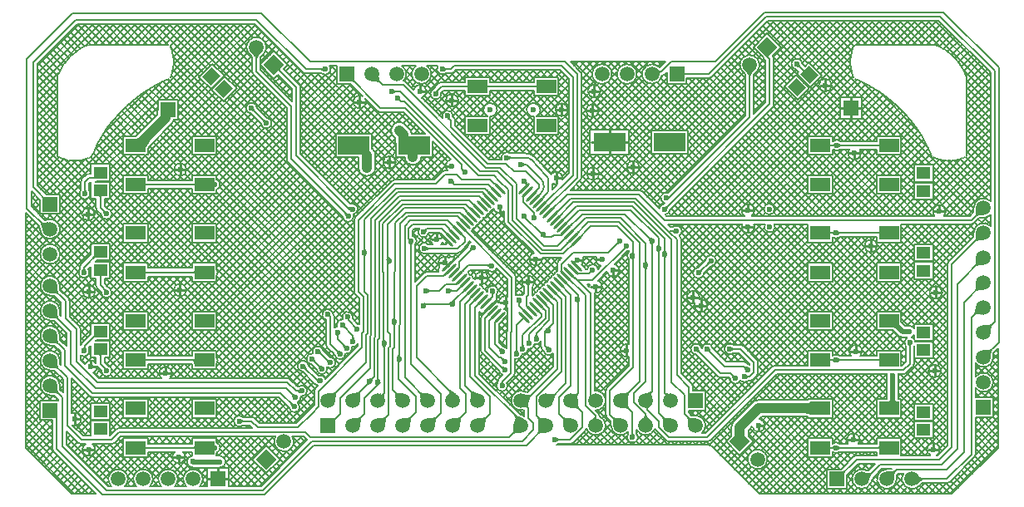
<source format=gtl>
G04*
G04 #@! TF.GenerationSoftware,Altium Limited,Altium Designer,19.0.15 (446)*
G04*
G04 Layer_Physical_Order=1*
G04 Layer_Color=255*
%FSLAX44Y44*%
%MOMM*%
G71*
G01*
G75*
%ADD13C,0.2540*%
%ADD29C,0.2032*%
%ADD30C,0.1500*%
%ADD31R,1.4000X1.2000*%
%ADD32R,2.0000X1.4000*%
G04:AMPARAMS|DCode=33|XSize=0.25mm|YSize=1.55mm|CornerRadius=0mm|HoleSize=0mm|Usage=FLASHONLY|Rotation=135.000|XOffset=0mm|YOffset=0mm|HoleType=Round|Shape=Round|*
%AMOVALD33*
21,1,1.3000,0.2500,0.0000,0.0000,225.0*
1,1,0.2500,0.4596,0.4596*
1,1,0.2500,-0.4596,-0.4596*
%
%ADD33OVALD33*%

G04:AMPARAMS|DCode=34|XSize=0.25mm|YSize=1.55mm|CornerRadius=0mm|HoleSize=0mm|Usage=FLASHONLY|Rotation=45.000|XOffset=0mm|YOffset=0mm|HoleType=Round|Shape=Round|*
%AMOVALD34*
21,1,1.3000,0.2500,0.0000,0.0000,135.0*
1,1,0.2500,0.4596,-0.4596*
1,1,0.2500,-0.4596,0.4596*
%
%ADD34OVALD34*%

G04:AMPARAMS|DCode=35|XSize=1.4mm|YSize=1.2mm|CornerRadius=0mm|HoleSize=0mm|Usage=FLASHONLY|Rotation=135.000|XOffset=0mm|YOffset=0mm|HoleType=Round|Shape=Rectangle|*
%AMROTATEDRECTD35*
4,1,4,0.9192,-0.0707,0.0707,-0.9192,-0.9192,0.0707,-0.0707,0.9192,0.9192,-0.0707,0.0*
%
%ADD35ROTATEDRECTD35*%

%ADD36R,3.2000X1.8500*%
G04:AMPARAMS|DCode=37|XSize=1.4mm|YSize=1.2mm|CornerRadius=0mm|HoleSize=0mm|Usage=FLASHONLY|Rotation=225.000|XOffset=0mm|YOffset=0mm|HoleType=Round|Shape=Rectangle|*
%AMROTATEDRECTD37*
4,1,4,0.0707,0.9192,0.9192,0.0707,-0.0707,-0.9192,-0.9192,-0.0707,0.0707,0.9192,0.0*
%
%ADD37ROTATEDRECTD37*%

%ADD38C,0.5000*%
%ADD39C,1.0000*%
%ADD40C,1.5000*%
%ADD41R,1.5000X1.5000*%
%ADD42R,1.5000X1.5000*%
%ADD43P,2.1213X4X360.0*%
%ADD44P,2.1213X4X270.0*%
%ADD45C,0.6000*%
G36*
X761479Y450895D02*
X761421Y450773D01*
X761394Y450640D01*
X761400Y450497D01*
X761437Y450343D01*
X761506Y450179D01*
X761607Y450004D01*
X761739Y449818D01*
X761904Y449622D01*
X762100Y449415D01*
X761039Y448354D01*
X760000Y449437D01*
X761569Y451006D01*
X761479Y450895D01*
D02*
G37*
G36*
X244395Y453784D02*
X242370Y451470D01*
X241875Y450787D01*
X241470Y450149D01*
X241155Y449554D01*
X240930Y449005D01*
X240795Y448499D01*
X240750Y448038D01*
X239250D01*
X239205Y448499D01*
X239070Y449005D01*
X238845Y449554D01*
X238530Y450149D01*
X238125Y450787D01*
X237630Y451470D01*
X236370Y452968D01*
X235605Y453784D01*
X234750Y454644D01*
X245250D01*
X244395Y453784D01*
D02*
G37*
G36*
X793005Y442310D02*
X793069Y441635D01*
X793128Y441328D01*
X793205Y441041D01*
X793299Y440775D01*
X793412Y440528D01*
X793542Y440303D01*
X793691Y440097D01*
X793857Y439911D01*
X792796Y438851D01*
X792611Y439017D01*
X792405Y439165D01*
X792179Y439296D01*
X791933Y439409D01*
X791667Y439503D01*
X791380Y439580D01*
X791073Y439639D01*
X790746Y439680D01*
X790398Y439703D01*
X790030Y439708D01*
X793000Y442678D01*
X793005Y442310D01*
D02*
G37*
G36*
X431595Y439343D02*
X432118Y438912D01*
X432377Y438736D01*
X432634Y438587D01*
X432889Y438466D01*
X433143Y438372D01*
X433395Y438304D01*
X433645Y438264D01*
X433894Y438250D01*
X433894Y436750D01*
X433645Y436736D01*
X433395Y436696D01*
X433143Y436628D01*
X432889Y436534D01*
X432634Y436413D01*
X432377Y436264D01*
X432118Y436088D01*
X431857Y435886D01*
X431595Y435657D01*
X431331Y435400D01*
X431331Y439600D01*
X431595Y439343D01*
D02*
G37*
G36*
X307963Y435298D02*
X307683Y435546D01*
X307134Y435963D01*
X306865Y436133D01*
X306601Y436277D01*
X306340Y436394D01*
X306084Y436486D01*
X305831Y436551D01*
X305582Y436590D01*
X305337Y436603D01*
X305261Y438103D01*
X305513Y438117D01*
X305765Y438159D01*
X306016Y438228D01*
X306266Y438325D01*
X306516Y438450D01*
X306765Y438603D01*
X307014Y438784D01*
X307262Y438992D01*
X307510Y439229D01*
X307757Y439492D01*
X307963Y435298D01*
D02*
G37*
G36*
X264213Y437707D02*
X264154Y437585D01*
X264128Y437452D01*
X264133Y437309D01*
X264170Y437155D01*
X264239Y436991D01*
X264340Y436816D01*
X264473Y436630D01*
X264637Y436434D01*
X264833Y436227D01*
X263772Y435167D01*
X263566Y435363D01*
X263369Y435527D01*
X263184Y435660D01*
X263009Y435760D01*
X262844Y435829D01*
X262691Y435867D01*
X262547Y435872D01*
X262415Y435845D01*
X262293Y435787D01*
X262181Y435697D01*
X264303Y437818D01*
X264213Y437707D01*
D02*
G37*
G36*
X796626Y437154D02*
X796826Y436986D01*
X797014Y436850D01*
X797192Y436746D01*
X797359Y436675D01*
X797515Y436636D01*
X797660Y436629D01*
X797793Y436654D01*
X797916Y436712D01*
X798027Y436802D01*
X795906Y434681D01*
X795996Y434792D01*
X796054Y434915D01*
X796079Y435048D01*
X796072Y435193D01*
X796033Y435349D01*
X795962Y435516D01*
X795858Y435694D01*
X795723Y435882D01*
X795554Y436082D01*
X795354Y436293D01*
X796415Y437354D01*
X796626Y437154D01*
D02*
G37*
G36*
X648245Y437379D02*
X648648Y437044D01*
X649061Y436748D01*
X649485Y436492D01*
X649920Y436275D01*
X650365Y436097D01*
X650820Y435960D01*
X651286Y435861D01*
X651763Y435802D01*
X652250Y435782D01*
Y434282D01*
X651855Y434258D01*
X651498Y434184D01*
X651178Y434063D01*
X650894Y433892D01*
X650648Y433673D01*
X650439Y433405D01*
X650266Y433088D01*
X650131Y432722D01*
X650033Y432308D01*
X649971Y431845D01*
X647852Y437754D01*
X648245Y437379D01*
D02*
G37*
G36*
X675354Y433857D02*
X675400Y433730D01*
X675477Y433618D01*
X675584Y433520D01*
X675722Y433438D01*
X675890Y433370D01*
X676089Y433317D01*
X676319Y433280D01*
X676579Y433257D01*
X676870Y433250D01*
Y431750D01*
X676579Y431743D01*
X676319Y431720D01*
X676089Y431683D01*
X675890Y431630D01*
X675722Y431562D01*
X675584Y431480D01*
X675477Y431382D01*
X675400Y431270D01*
X675354Y431143D01*
X675339Y431000D01*
Y434000D01*
X675354Y433857D01*
D02*
G37*
G36*
X746435Y435823D02*
X744410Y433509D01*
X743915Y432826D01*
X743510Y432188D01*
X743195Y431594D01*
X742970Y431044D01*
X742835Y430538D01*
X742790Y430077D01*
X741290D01*
X741245Y430538D01*
X741110Y431044D01*
X740885Y431594D01*
X740570Y432188D01*
X740165Y432826D01*
X739670Y433509D01*
X738410Y435007D01*
X737645Y435823D01*
X736790Y436683D01*
X747290D01*
X746435Y435823D01*
D02*
G37*
G36*
X339085Y427035D02*
X339042Y426897D01*
Y426738D01*
X339085Y426558D01*
X339170Y426356D01*
X339297Y426134D01*
X339467Y425890D01*
X339679Y425625D01*
X340230Y425031D01*
X339170Y423970D01*
X338862Y424267D01*
X338310Y424734D01*
X338066Y424903D01*
X337844Y425031D01*
X337642Y425115D01*
X337462Y425158D01*
X337303D01*
X337165Y425115D01*
X337048Y425031D01*
X339170Y427152D01*
X339085Y427035D01*
D02*
G37*
G36*
X364603Y431212D02*
X364808Y428144D01*
X364940Y427311D01*
X365106Y426573D01*
X365303Y425930D01*
X365533Y425382D01*
X365795Y424930D01*
X366089Y424572D01*
X365028Y423511D01*
X364670Y423805D01*
X364217Y424067D01*
X363670Y424297D01*
X363027Y424494D01*
X362289Y424660D01*
X361456Y424792D01*
X359505Y424961D01*
X358388Y424997D01*
X357175Y425000D01*
X364600Y432425D01*
X364603Y431212D01*
D02*
G37*
G36*
X525061Y418500D02*
X525046Y418643D01*
X525000Y418770D01*
X524923Y418883D01*
X524816Y418980D01*
X524678Y419063D01*
X524510Y419130D01*
X524311Y419183D01*
X524082Y419220D01*
X523821Y419243D01*
X523531Y419250D01*
Y420750D01*
X523821Y420758D01*
X524082Y420780D01*
X524311Y420818D01*
X524510Y420870D01*
X524678Y420938D01*
X524816Y421020D01*
X524923Y421118D01*
X525000Y421230D01*
X525046Y421358D01*
X525061Y421500D01*
Y418500D01*
D02*
G37*
G36*
X474954Y421358D02*
X475000Y421230D01*
X475077Y421118D01*
X475184Y421020D01*
X475322Y420938D01*
X475490Y420870D01*
X475689Y420818D01*
X475918Y420780D01*
X476179Y420758D01*
X476469Y420750D01*
Y419250D01*
X476179Y419243D01*
X475918Y419220D01*
X475689Y419183D01*
X475490Y419130D01*
X475322Y419063D01*
X475184Y418980D01*
X475077Y418883D01*
X475000Y418770D01*
X474954Y418643D01*
X474939Y418500D01*
Y421500D01*
X474954Y421358D01*
D02*
G37*
G36*
X455061Y418500D02*
X455046Y418643D01*
X455000Y418770D01*
X454923Y418883D01*
X454816Y418980D01*
X454678Y419063D01*
X454510Y419130D01*
X454311Y419183D01*
X454081Y419220D01*
X453821Y419243D01*
X453530Y419250D01*
Y420750D01*
X453821Y420758D01*
X454081Y420780D01*
X454311Y420818D01*
X454510Y420870D01*
X454678Y420938D01*
X454816Y421020D01*
X454923Y421118D01*
X455000Y421230D01*
X455046Y421358D01*
X455061Y421500D01*
Y418500D01*
D02*
G37*
G36*
X425684Y416085D02*
X425506Y415886D01*
X425360Y415675D01*
X425244Y415452D01*
X425160Y415217D01*
X425106Y414971D01*
X425084Y414712D01*
X425093Y414442D01*
X425133Y414160D01*
X425204Y413867D01*
X425306Y413561D01*
X421495Y415327D01*
X421888Y415471D01*
X423192Y416041D01*
X423451Y416182D01*
X423888Y416462D01*
X424066Y416601D01*
X424218Y416740D01*
X425684Y416085D01*
D02*
G37*
G36*
X380125Y416515D02*
X380346Y416269D01*
X380573Y416053D01*
X380803Y415864D01*
X381039Y415705D01*
X381278Y415575D01*
X381522Y415474D01*
X381770Y415401D01*
X382023Y415358D01*
X382280Y415344D01*
X382068Y413843D01*
X381831Y413831D01*
X381587Y413795D01*
X381334Y413734D01*
X381073Y413649D01*
X380804Y413540D01*
X380527Y413406D01*
X380242Y413248D01*
X379647Y412860D01*
X379338Y412629D01*
X379907Y416790D01*
X380125Y416515D01*
D02*
G37*
G36*
X386834Y407278D02*
X386836Y407008D01*
X386860Y406747D01*
X386906Y406496D01*
X386975Y406253D01*
X387066Y406020D01*
X387180Y405795D01*
X387317Y405579D01*
X387476Y405373D01*
X387658Y405176D01*
X386597Y404115D01*
X386400Y404296D01*
X386193Y404456D01*
X385978Y404592D01*
X385753Y404706D01*
X385519Y404798D01*
X385277Y404867D01*
X385025Y404913D01*
X384765Y404937D01*
X384495Y404938D01*
X384216Y404917D01*
X386855Y407556D01*
X386834Y407278D01*
D02*
G37*
G36*
X237984Y397367D02*
X237992Y397025D01*
X238021Y396702D01*
X238070Y396398D01*
X238138Y396114D01*
X238227Y395848D01*
X238335Y395602D01*
X238463Y395376D01*
X238612Y395169D01*
X238780Y394981D01*
X237668Y393972D01*
X237485Y394136D01*
X237282Y394284D01*
X237057Y394417D01*
X236811Y394533D01*
X236543Y394634D01*
X236255Y394720D01*
X235945Y394789D01*
X235614Y394843D01*
X235262Y394880D01*
X234888Y394903D01*
X237995Y397729D01*
X237984Y397367D01*
D02*
G37*
G36*
X437143Y388680D02*
X437076Y388383D01*
X437039Y388098D01*
X437033Y387826D01*
X437058Y387565D01*
X437113Y387317D01*
X437199Y387082D01*
X437315Y386858D01*
X437462Y386647D01*
X437639Y386448D01*
X436196Y385771D01*
X436041Y385911D01*
X435861Y386052D01*
X435654Y386191D01*
X435420Y386331D01*
X434873Y386608D01*
X434560Y386745D01*
X433462Y387156D01*
X437240Y388990D01*
X437143Y388680D01*
D02*
G37*
G36*
X247515Y386265D02*
X247718Y386116D01*
X247943Y385984D01*
X248189Y385867D01*
X248457Y385766D01*
X248745Y385681D01*
X249055Y385612D01*
X249386Y385558D01*
X249738Y385520D01*
X250112Y385498D01*
X247005Y382672D01*
X247016Y383033D01*
X247008Y383376D01*
X246979Y383699D01*
X246930Y384003D01*
X246862Y384287D01*
X246773Y384552D01*
X246665Y384798D01*
X246537Y385025D01*
X246388Y385232D01*
X246220Y385420D01*
X247332Y386429D01*
X247515Y386265D01*
D02*
G37*
G36*
X133895Y366969D02*
X132552Y365557D01*
X131350Y364149D01*
X130289Y362745D01*
X129370Y361345D01*
X128592Y359949D01*
X127956Y358557D01*
X127461Y357169D01*
X127107Y355786D01*
X126895Y354406D01*
X126824Y353030D01*
X112682Y366969D01*
X113464Y366408D01*
X114387Y366129D01*
X115451Y366132D01*
X116654Y366416D01*
X117998Y366982D01*
X119483Y367830D01*
X121107Y368960D01*
X122873Y370372D01*
X126824Y374040D01*
X133895Y366969D01*
D02*
G37*
G36*
X873837Y358500D02*
X873822Y358643D01*
X873776Y358770D01*
X873699Y358883D01*
X873592Y358980D01*
X873455Y359063D01*
X873286Y359130D01*
X873087Y359183D01*
X872858Y359220D01*
X872598Y359243D01*
X872307Y359250D01*
Y360750D01*
X872598Y360758D01*
X872858Y360780D01*
X873087Y360818D01*
X873286Y360870D01*
X873455Y360938D01*
X873592Y361020D01*
X873699Y361118D01*
X873776Y361230D01*
X873822Y361358D01*
X873837Y361500D01*
Y358500D01*
D02*
G37*
G36*
X823731Y361358D02*
X823777Y361230D01*
X823853Y361118D01*
X823960Y361020D01*
X824098Y360938D01*
X824266Y360870D01*
X824465Y360818D01*
X824695Y360780D01*
X824955Y360758D01*
X825246Y360750D01*
Y359250D01*
X824955Y359243D01*
X824695Y359220D01*
X824465Y359183D01*
X824266Y359130D01*
X824098Y359063D01*
X823960Y358980D01*
X823853Y358883D01*
X823777Y358770D01*
X823731Y358643D01*
X823715Y358500D01*
Y361500D01*
X823731Y361358D01*
D02*
G37*
G36*
X833206Y361844D02*
X833729Y361412D01*
X833988Y361236D01*
X834245Y361088D01*
X834500Y360966D01*
X834754Y360872D01*
X835006Y360804D01*
X835256Y360764D01*
X835505Y360750D01*
Y359250D01*
X835256Y359237D01*
X835006Y359196D01*
X834754Y359129D01*
X834500Y359034D01*
X834245Y358913D01*
X833988Y358764D01*
X833729Y358589D01*
X833468Y358386D01*
X833206Y358157D01*
X832943Y357900D01*
X830800Y360000D01*
X832943Y362100D01*
X833206Y361844D01*
D02*
G37*
G36*
X830800Y360000D02*
X828658Y357900D01*
X828394Y358157D01*
X828132Y358386D01*
X827871Y358589D01*
X827613Y358764D01*
X827355Y358913D01*
X827100Y359034D01*
X826846Y359129D01*
X826594Y359196D01*
X826344Y359237D01*
X826095Y359250D01*
Y360750D01*
X826344Y360764D01*
X826594Y360804D01*
X826846Y360872D01*
X827100Y360966D01*
X827355Y361088D01*
X827613Y361236D01*
X827871Y361412D01*
X828394Y361844D01*
X828658Y362100D01*
X830800Y360000D01*
D02*
G37*
G36*
X814906Y361844D02*
X815429Y361412D01*
X815687Y361236D01*
X815945Y361088D01*
X816200Y360966D01*
X816454Y360872D01*
X816706Y360804D01*
X816956Y360764D01*
X817205Y360750D01*
Y359250D01*
X816956Y359237D01*
X816706Y359196D01*
X816454Y359129D01*
X816200Y359034D01*
X815945Y358913D01*
X815687Y358764D01*
X815429Y358589D01*
X815168Y358386D01*
X814906Y358157D01*
X814642Y357900D01*
Y362100D01*
X814906Y361844D01*
D02*
G37*
G36*
X497405Y349343D02*
X497928Y348911D01*
X498187Y348735D01*
X498444Y348587D01*
X498699Y348465D01*
X498953Y348371D01*
X499205Y348303D01*
X499455Y348263D01*
X499704Y348249D01*
Y346749D01*
X499455Y346736D01*
X499205Y346695D01*
X498953Y346628D01*
X498699Y346533D01*
X498444Y346412D01*
X498187Y346263D01*
X497928Y346088D01*
X497667Y345885D01*
X497405Y345656D01*
X497141Y345399D01*
Y349599D01*
X497405Y349343D01*
D02*
G37*
G36*
X511615Y342449D02*
X512118Y342004D01*
X512369Y341810D01*
X512873Y341481D01*
X513125Y341345D01*
X513377Y341229D01*
X513630Y341131D01*
X513883Y341054D01*
X513859Y339496D01*
X513624Y339554D01*
X513385Y339577D01*
X513141Y339565D01*
X512893Y339518D01*
X512641Y339436D01*
X512385Y339319D01*
X512125Y339167D01*
X511861Y338980D01*
X511593Y338758D01*
X511320Y338501D01*
X511364Y342701D01*
X511615Y342449D01*
D02*
G37*
G36*
X449889Y336191D02*
X450095Y336042D01*
X450321Y335912D01*
X450567Y335799D01*
X450833Y335705D01*
X451120Y335628D01*
X451427Y335569D01*
X451754Y335528D01*
X452102Y335505D01*
X452470Y335500D01*
X449500Y332530D01*
X449495Y332898D01*
X449431Y333573D01*
X449372Y333880D01*
X449295Y334167D01*
X449201Y334433D01*
X449088Y334679D01*
X448958Y334905D01*
X448809Y335111D01*
X448643Y335296D01*
X449704Y336357D01*
X449889Y336191D01*
D02*
G37*
G36*
X74069Y326271D02*
X74054Y326265D01*
X74009Y326260D01*
X73934Y326255D01*
X72569Y326240D01*
Y327740D01*
X72858Y327748D01*
X73117Y327770D01*
X73345Y327808D01*
X73544Y327860D01*
X73712Y327928D01*
X73850Y328010D01*
X73958Y328108D01*
X74035Y328220D01*
X74082Y328348D01*
X74100Y328490D01*
X74069Y326271D01*
D02*
G37*
G36*
X441032Y323283D02*
X441096Y322608D01*
X441155Y322301D01*
X441232Y322014D01*
X441326Y321747D01*
X441439Y321501D01*
X441569Y321275D01*
X441718Y321069D01*
X441884Y320884D01*
X440824Y319823D01*
X440638Y319990D01*
X440432Y320138D01*
X440206Y320269D01*
X439960Y320381D01*
X439694Y320476D01*
X439407Y320553D01*
X439100Y320611D01*
X438773Y320652D01*
X438425Y320676D01*
X438057Y320681D01*
X441027Y323651D01*
X441032Y323283D01*
D02*
G37*
G36*
X481834Y322266D02*
X482383Y321801D01*
X482554Y321681D01*
X482720Y321576D01*
X482881Y321489D01*
X483036Y321419D01*
X483185Y321366D01*
X483329Y321329D01*
X481704Y319705D01*
X481667Y319848D01*
X481614Y319998D01*
X481544Y320152D01*
X481457Y320313D01*
X481353Y320479D01*
X481232Y320651D01*
X480939Y321011D01*
X480767Y321199D01*
X480579Y321394D01*
X481640Y322454D01*
X481834Y322266D01*
D02*
G37*
G36*
X515505Y322891D02*
X515569Y322216D01*
X515628Y321909D01*
X515705Y321622D01*
X515799Y321356D01*
X515871Y321200D01*
X515948Y321165D01*
X516108Y321120D01*
X516257Y321108D01*
X516395Y321129D01*
X516520Y321182D01*
X516634Y321268D01*
X516118Y320779D01*
X516191Y320678D01*
X516357Y320493D01*
X515296Y319432D01*
X515111Y319598D01*
X514975Y319696D01*
X514460Y319208D01*
X514552Y319317D01*
X514612Y319438D01*
X514639Y319570D01*
X514633Y319714D01*
X514594Y319869D01*
X514569Y319928D01*
X514433Y319990D01*
X514167Y320084D01*
X513880Y320161D01*
X513573Y320220D01*
X513246Y320261D01*
X512898Y320284D01*
X512530Y320289D01*
X515500Y323259D01*
X515505Y322891D01*
D02*
G37*
G36*
X176916Y318500D02*
X176901Y318642D01*
X176855Y318770D01*
X176778Y318882D01*
X176671Y318980D01*
X176533Y319062D01*
X176365Y319130D01*
X176166Y319182D01*
X175937Y319220D01*
X175676Y319242D01*
X175386Y319250D01*
Y320750D01*
X175676Y320757D01*
X175937Y320780D01*
X176166Y320817D01*
X176365Y320870D01*
X176533Y320937D01*
X176671Y321020D01*
X176778Y321117D01*
X176855Y321230D01*
X176901Y321357D01*
X176916Y321500D01*
Y318500D01*
D02*
G37*
G36*
X126809Y321357D02*
X126855Y321230D01*
X126931Y321117D01*
X127039Y321020D01*
X127176Y320937D01*
X127345Y320870D01*
X127544Y320817D01*
X127773Y320780D01*
X128034Y320757D01*
X128324Y320750D01*
Y319250D01*
X128034Y319242D01*
X127773Y319220D01*
X127544Y319182D01*
X127345Y319130D01*
X127176Y319062D01*
X127039Y318980D01*
X126931Y318882D01*
X126855Y318770D01*
X126809Y318642D01*
X126794Y318500D01*
Y321500D01*
X126809Y321357D01*
D02*
G37*
G36*
X185161Y321423D02*
X185287Y321282D01*
X185429Y321157D01*
X185586Y321049D01*
X185759Y320958D01*
X185947Y320883D01*
X186151Y320825D01*
X186370Y320783D01*
X186605Y320758D01*
X186855Y320750D01*
Y319250D01*
X186605Y319242D01*
X186370Y319217D01*
X186151Y319175D01*
X185947Y319117D01*
X185759Y319042D01*
X185586Y318951D01*
X185429Y318843D01*
X185287Y318718D01*
X185160Y318577D01*
X185049Y318419D01*
X183034Y320000D01*
X185050Y321581D01*
X185161Y321423D01*
D02*
G37*
G36*
X183034Y320000D02*
X180358Y317900D01*
X180094Y318156D01*
X179832Y318386D01*
X179571Y318588D01*
X179312Y318764D01*
X179055Y318912D01*
X178800Y319034D01*
X178546Y319128D01*
X178294Y319196D01*
X178044Y319236D01*
X177795Y319250D01*
X177795Y320750D01*
X178044Y320763D01*
X178294Y320804D01*
X178546Y320871D01*
X178800Y320966D01*
X179055Y321087D01*
X179312Y321236D01*
X179571Y321411D01*
X180094Y321843D01*
X180357Y322100D01*
X183034Y320000D01*
D02*
G37*
G36*
X478298Y318730D02*
X478847Y318266D01*
X479019Y318145D01*
X479185Y318041D01*
X479345Y317954D01*
X479500Y317883D01*
X479649Y317830D01*
X479793Y317794D01*
X478168Y316169D01*
X478132Y316313D01*
X478078Y316462D01*
X478008Y316617D01*
X477921Y316777D01*
X477817Y316943D01*
X477696Y317115D01*
X477403Y317475D01*
X477232Y317664D01*
X477043Y317858D01*
X478104Y318919D01*
X478298Y318730D01*
D02*
G37*
G36*
X66160Y314956D02*
X66200Y314706D01*
X66268Y314454D01*
X66363Y314200D01*
X66484Y313945D01*
X66632Y313688D01*
X66808Y313429D01*
X67010Y313169D01*
X67240Y312906D01*
X67497Y312643D01*
X63296D01*
X63553Y312906D01*
X63985Y313429D01*
X64161Y313688D01*
X64309Y313945D01*
X64431Y314200D01*
X64525Y314454D01*
X64593Y314706D01*
X64633Y314956D01*
X64647Y315205D01*
X66146D01*
X66160Y314956D01*
D02*
G37*
G36*
X526492Y314322D02*
X526303Y314128D01*
X525839Y313579D01*
X525718Y313408D01*
X525614Y313242D01*
X525527Y313081D01*
X525457Y312926D01*
X525403Y312777D01*
X525367Y312633D01*
X523742Y314258D01*
X523886Y314294D01*
X524035Y314348D01*
X524190Y314418D01*
X524351Y314505D01*
X524517Y314609D01*
X524688Y314730D01*
X525049Y315023D01*
X525237Y315194D01*
X525431Y315383D01*
X526492Y314322D01*
D02*
G37*
G36*
X474763Y315194D02*
X475312Y314730D01*
X475483Y314609D01*
X475649Y314505D01*
X475810Y314418D01*
X475965Y314348D01*
X476114Y314294D01*
X476258Y314258D01*
X474633Y312633D01*
X474597Y312777D01*
X474543Y312926D01*
X474473Y313081D01*
X474386Y313242D01*
X474282Y313408D01*
X474161Y313579D01*
X473868Y313939D01*
X473697Y314128D01*
X473508Y314322D01*
X474569Y315383D01*
X474763Y315194D01*
D02*
G37*
G36*
X530028Y310787D02*
X529839Y310593D01*
X529375Y310044D01*
X529254Y309872D01*
X529150Y309706D01*
X529063Y309546D01*
X528993Y309391D01*
X528939Y309242D01*
X528903Y309098D01*
X527278Y310723D01*
X527422Y310759D01*
X527571Y310813D01*
X527726Y310883D01*
X527886Y310970D01*
X528052Y311074D01*
X528224Y311195D01*
X528584Y311488D01*
X528773Y311659D01*
X528967Y311848D01*
X530028Y310787D01*
D02*
G37*
G36*
X471227Y311659D02*
X471776Y311195D01*
X471948Y311074D01*
X472114Y310970D01*
X472274Y310883D01*
X472429Y310813D01*
X472578Y310759D01*
X472722Y310723D01*
X471097Y309098D01*
X471061Y309242D01*
X471007Y309391D01*
X470937Y309546D01*
X470850Y309706D01*
X470746Y309872D01*
X470625Y310044D01*
X470333Y310404D01*
X470161Y310593D01*
X469972Y310787D01*
X471033Y311848D01*
X471227Y311659D01*
D02*
G37*
G36*
X661669Y307019D02*
X659304Y304477D01*
X658973Y308361D01*
X659166Y308191D01*
X659362Y308060D01*
X659559Y307970D01*
X659758Y307919D01*
X659958Y307908D01*
X660160Y307938D01*
X660363Y308007D01*
X660568Y308116D01*
X660775Y308265D01*
X660983Y308454D01*
X661669Y307019D01*
D02*
G37*
G36*
X82396Y308286D02*
X82269Y308240D01*
X82156Y308163D01*
X82059Y308056D01*
X81976Y307918D01*
X81909Y307750D01*
X81856Y307551D01*
X81819Y307322D01*
X81796Y307061D01*
X81789Y306771D01*
X80289D01*
X80281Y307061D01*
X80259Y307322D01*
X80221Y307551D01*
X80169Y307750D01*
X80101Y307918D01*
X80019Y308056D01*
X79921Y308163D01*
X79809Y308240D01*
X79681Y308286D01*
X79539Y308301D01*
X82539D01*
X82396Y308286D01*
D02*
G37*
G36*
X533563Y307251D02*
X533375Y307057D01*
X532910Y306508D01*
X532790Y306337D01*
X532686Y306171D01*
X532598Y306010D01*
X532528Y305855D01*
X532475Y305706D01*
X532438Y305562D01*
X530814Y307187D01*
X530957Y307223D01*
X531107Y307277D01*
X531261Y307347D01*
X531422Y307434D01*
X531588Y307538D01*
X531760Y307659D01*
X532120Y307952D01*
X532309Y308123D01*
X532503Y308312D01*
X533563Y307251D01*
D02*
G37*
G36*
X467691Y308123D02*
X468240Y307659D01*
X468412Y307538D01*
X468578Y307434D01*
X468739Y307347D01*
X468893Y307277D01*
X469043Y307223D01*
X469186Y307187D01*
X467562Y305562D01*
X467525Y305706D01*
X467472Y305855D01*
X467402Y306010D01*
X467314Y306171D01*
X467210Y306337D01*
X467090Y306508D01*
X466797Y306869D01*
X466625Y307057D01*
X466437Y307251D01*
X467497Y308312D01*
X467691Y308123D01*
D02*
G37*
G36*
X22841Y308230D02*
X23396Y307757D01*
X23641Y307584D01*
X23864Y307454D01*
X24065Y307366D01*
X24244Y307321D01*
X24402Y307318D01*
X24538Y307357D01*
X24652Y307439D01*
X22561Y305348D01*
X22643Y305462D01*
X22682Y305598D01*
X22679Y305755D01*
X22634Y305935D01*
X22546Y306136D01*
X22415Y306359D01*
X22243Y306604D01*
X22027Y306871D01*
X21470Y307469D01*
X22530Y308530D01*
X22841Y308230D01*
D02*
G37*
G36*
X512831Y307181D02*
X512707Y307105D01*
X512598Y306987D01*
X512503Y306827D01*
X512423Y306625D01*
X512357Y306381D01*
X512306Y306096D01*
X512270Y305768D01*
X512241Y304987D01*
X510741Y304987D01*
X510737Y305257D01*
X510677Y305974D01*
X510641Y306181D01*
X510597Y306372D01*
X510545Y306547D01*
X510485Y306706D01*
X510418Y306849D01*
X510342Y306977D01*
X512969Y307216D01*
X512831Y307181D01*
D02*
G37*
G36*
X537099Y303716D02*
X536911Y303521D01*
X536446Y302973D01*
X536325Y302801D01*
X536221Y302635D01*
X536134Y302474D01*
X536064Y302320D01*
X536011Y302170D01*
X535974Y302027D01*
X534350Y303651D01*
X534493Y303688D01*
X534642Y303741D01*
X534797Y303811D01*
X534958Y303899D01*
X535124Y304003D01*
X535295Y304124D01*
X535656Y304416D01*
X535844Y304588D01*
X536038Y304776D01*
X537099Y303716D01*
D02*
G37*
G36*
X540634Y300180D02*
X540446Y299986D01*
X539981Y299437D01*
X539860Y299265D01*
X539756Y299099D01*
X539669Y298939D01*
X539599Y298784D01*
X539546Y298635D01*
X539509Y298491D01*
X537885Y300116D01*
X538028Y300152D01*
X538177Y300205D01*
X538332Y300276D01*
X538493Y300363D01*
X538659Y300467D01*
X538830Y300588D01*
X539191Y300881D01*
X539379Y301052D01*
X539574Y301241D01*
X540634Y300180D01*
D02*
G37*
G36*
X460621Y301052D02*
X461170Y300588D01*
X461341Y300467D01*
X461507Y300363D01*
X461668Y300276D01*
X461823Y300205D01*
X461972Y300152D01*
X462115Y300116D01*
X460491Y298491D01*
X460454Y298635D01*
X460401Y298784D01*
X460331Y298939D01*
X460244Y299099D01*
X460140Y299265D01*
X460019Y299437D01*
X459726Y299797D01*
X459554Y299986D01*
X459366Y300180D01*
X460426Y301241D01*
X460621Y301052D01*
D02*
G37*
G36*
X659449Y297796D02*
X659282Y297611D01*
X659134Y297405D01*
X659004Y297180D01*
X658891Y296933D01*
X658796Y296667D01*
X658719Y296380D01*
X658661Y296073D01*
X658620Y295746D01*
X658596Y295398D01*
X658591Y295030D01*
X655621Y298000D01*
X655989Y298005D01*
X656664Y298069D01*
X656972Y298128D01*
X657258Y298205D01*
X657525Y298299D01*
X657771Y298412D01*
X657997Y298542D01*
X658203Y298691D01*
X658388Y298857D01*
X659449Y297796D01*
D02*
G37*
G36*
X544170Y296645D02*
X543981Y296451D01*
X543517Y295902D01*
X543396Y295730D01*
X543292Y295564D01*
X543205Y295404D01*
X543135Y295249D01*
X543081Y295100D01*
X543045Y294956D01*
X541420Y296581D01*
X541564Y296617D01*
X541713Y296670D01*
X541868Y296741D01*
X542028Y296828D01*
X542195Y296932D01*
X542366Y297053D01*
X542727Y297345D01*
X542915Y297517D01*
X543109Y297706D01*
X544170Y296645D01*
D02*
G37*
G36*
X457085Y297517D02*
X457634Y297053D01*
X457805Y296932D01*
X457972Y296828D01*
X458132Y296741D01*
X458287Y296670D01*
X458436Y296617D01*
X458580Y296581D01*
X456955Y294956D01*
X456919Y295100D01*
X456865Y295249D01*
X456795Y295404D01*
X456708Y295564D01*
X456604Y295730D01*
X456483Y295902D01*
X456190Y296262D01*
X456019Y296451D01*
X455830Y296645D01*
X456891Y297706D01*
X457085Y297517D01*
D02*
G37*
G36*
X333772Y297309D02*
X333980Y297162D01*
X334191Y297053D01*
X334404Y296983D01*
X334619Y296950D01*
X334837Y296957D01*
X335057Y297001D01*
X335279Y297084D01*
X335504Y297205D01*
X335732Y297364D01*
X335021Y293432D01*
X334860Y293685D01*
X334296Y294468D01*
X333852Y295009D01*
X333085Y295850D01*
X332802Y296138D01*
X333566Y297495D01*
X333772Y297309D01*
D02*
G37*
G36*
X547706Y293109D02*
X547517Y292915D01*
X547053Y292366D01*
X546932Y292194D01*
X546828Y292028D01*
X546741Y291868D01*
X546670Y291713D01*
X546617Y291564D01*
X546581Y291420D01*
X544956Y293045D01*
X545100Y293081D01*
X545249Y293135D01*
X545404Y293205D01*
X545564Y293292D01*
X545730Y293396D01*
X545902Y293517D01*
X546262Y293810D01*
X546451Y293981D01*
X546645Y294170D01*
X547706Y293109D01*
D02*
G37*
G36*
X453549Y293981D02*
X454098Y293517D01*
X454270Y293396D01*
X454436Y293292D01*
X454596Y293205D01*
X454751Y293135D01*
X454901Y293081D01*
X455044Y293045D01*
X453419Y291420D01*
X453383Y291564D01*
X453330Y291713D01*
X453259Y291868D01*
X453172Y292028D01*
X453068Y292194D01*
X452947Y292366D01*
X452655Y292726D01*
X452483Y292915D01*
X452295Y293109D01*
X453355Y294170D01*
X453549Y293981D01*
D02*
G37*
G36*
X84764Y293691D02*
X84970Y293542D01*
X85196Y293412D01*
X85442Y293299D01*
X85709Y293205D01*
X85995Y293128D01*
X86302Y293069D01*
X86630Y293028D01*
X86977Y293005D01*
X87345Y293000D01*
X84375Y290030D01*
X84370Y290398D01*
X84306Y291073D01*
X84247Y291380D01*
X84171Y291667D01*
X84076Y291933D01*
X83963Y292180D01*
X83833Y292405D01*
X83685Y292611D01*
X83518Y292796D01*
X84579Y293857D01*
X84764Y293691D01*
D02*
G37*
G36*
X523264Y290243D02*
X523304Y289992D01*
X523372Y289740D01*
X523466Y289487D01*
X523587Y289231D01*
X523736Y288974D01*
X523912Y288715D01*
X524114Y288455D01*
X524343Y288193D01*
X524600Y287929D01*
X520400D01*
X520657Y288193D01*
X521088Y288715D01*
X521264Y288974D01*
X521413Y289231D01*
X521534Y289487D01*
X521628Y289740D01*
X521696Y289992D01*
X521736Y290243D01*
X521750Y290491D01*
X523250D01*
X523264Y290243D01*
D02*
G37*
G36*
X551241Y289573D02*
X551052Y289379D01*
X550588Y288831D01*
X550467Y288659D01*
X550363Y288493D01*
X550276Y288332D01*
X550205Y288177D01*
X550152Y288028D01*
X550116Y287885D01*
X548491Y289509D01*
X548635Y289546D01*
X548784Y289599D01*
X548939Y289669D01*
X549099Y289756D01*
X549265Y289860D01*
X549437Y289981D01*
X549797Y290274D01*
X549986Y290446D01*
X550180Y290634D01*
X551241Y289573D01*
D02*
G37*
G36*
X449771Y290421D02*
X450133Y290126D01*
X450320Y289998D01*
X450509Y289883D01*
X450703Y289781D01*
X450899Y289693D01*
X451099Y289619D01*
X451302Y289557D01*
X451509Y289509D01*
X449884Y287885D01*
X449860Y287965D01*
X449816Y288059D01*
X449752Y288167D01*
X449668Y288289D01*
X449441Y288574D01*
X449136Y288915D01*
X448751Y289311D01*
X449594Y290589D01*
X449771Y290421D01*
D02*
G37*
G36*
X330717Y291191D02*
X330923Y291042D01*
X331149Y290912D01*
X331395Y290799D01*
X331662Y290705D01*
X331949Y290628D01*
X332256Y290569D01*
X332583Y290528D01*
X332931Y290505D01*
X333298Y290500D01*
X330329Y287530D01*
X330323Y287898D01*
X330259Y288573D01*
X330201Y288880D01*
X330124Y289167D01*
X330029Y289433D01*
X329916Y289680D01*
X329786Y289905D01*
X329638Y290111D01*
X329471Y290296D01*
X330532Y291357D01*
X330717Y291191D01*
D02*
G37*
G36*
X979925Y288700D02*
X978712Y288697D01*
X975644Y288492D01*
X974811Y288360D01*
X974073Y288195D01*
X973430Y287997D01*
X972883Y287767D01*
X972430Y287505D01*
X972072Y287211D01*
X971011Y288272D01*
X971305Y288630D01*
X971567Y289083D01*
X971797Y289631D01*
X971994Y290273D01*
X972160Y291011D01*
X972292Y291844D01*
X972461Y293795D01*
X972497Y294912D01*
X972500Y296125D01*
X979925Y288700D01*
D02*
G37*
G36*
X554776Y286038D02*
X554588Y285844D01*
X554124Y285295D01*
X554003Y285124D01*
X553899Y284958D01*
X553811Y284797D01*
X553741Y284642D01*
X553688Y284493D01*
X553651Y284349D01*
X552027Y285974D01*
X552170Y286010D01*
X552320Y286064D01*
X552475Y286134D01*
X552635Y286221D01*
X552801Y286325D01*
X552973Y286446D01*
X553333Y286739D01*
X553521Y286910D01*
X553716Y287099D01*
X554776Y286038D01*
D02*
G37*
G36*
X446479Y286910D02*
X447027Y286446D01*
X447199Y286325D01*
X447365Y286221D01*
X447525Y286134D01*
X447680Y286064D01*
X447830Y286010D01*
X447973Y285974D01*
X446349Y284349D01*
X446312Y284493D01*
X446259Y284642D01*
X446189Y284797D01*
X446101Y284958D01*
X445997Y285124D01*
X445876Y285295D01*
X445584Y285656D01*
X445412Y285844D01*
X445224Y286038D01*
X446284Y287099D01*
X446479Y286910D01*
D02*
G37*
G36*
X515079Y286964D02*
X515088Y286621D01*
X515116Y286298D01*
X515164Y285994D01*
X515233Y285710D01*
X515321Y285445D01*
X515429Y285199D01*
X515558Y284973D01*
X515706Y284765D01*
X515874Y284577D01*
X514761Y283570D01*
X514578Y283734D01*
X514375Y283882D01*
X514150Y284014D01*
X513904Y284131D01*
X513636Y284232D01*
X513348Y284318D01*
X513038Y284387D01*
X512707Y284441D01*
X512355Y284480D01*
X511981Y284502D01*
X515091Y287325D01*
X515079Y286964D01*
D02*
G37*
G36*
X558312Y282503D02*
X558124Y282309D01*
X557659Y281760D01*
X557538Y281588D01*
X557434Y281422D01*
X557347Y281261D01*
X557277Y281107D01*
X557224Y280957D01*
X557187Y280814D01*
X555563Y282438D01*
X555706Y282475D01*
X555855Y282528D01*
X556010Y282598D01*
X556171Y282686D01*
X556337Y282790D01*
X556508Y282910D01*
X556869Y283203D01*
X557057Y283375D01*
X557251Y283563D01*
X558312Y282503D01*
D02*
G37*
G36*
X561848Y278967D02*
X561659Y278773D01*
X561195Y278224D01*
X561074Y278052D01*
X560970Y277886D01*
X560883Y277726D01*
X560813Y277571D01*
X560759Y277422D01*
X560723Y277278D01*
X559098Y278903D01*
X559242Y278939D01*
X559391Y278993D01*
X559546Y279063D01*
X559706Y279150D01*
X559872Y279254D01*
X560044Y279375D01*
X560404Y279667D01*
X560593Y279839D01*
X560787Y280028D01*
X561848Y278967D01*
D02*
G37*
G36*
X439407Y279839D02*
X439956Y279375D01*
X440128Y279254D01*
X440294Y279150D01*
X440454Y279063D01*
X440609Y278993D01*
X440758Y278939D01*
X440902Y278903D01*
X439277Y277278D01*
X439241Y277422D01*
X439187Y277571D01*
X439117Y277726D01*
X439030Y277886D01*
X438926Y278052D01*
X438805Y278224D01*
X438512Y278584D01*
X438341Y278773D01*
X438152Y278967D01*
X439213Y280028D01*
X439407Y279839D01*
D02*
G37*
G36*
X565383Y275431D02*
X565194Y275237D01*
X564730Y274688D01*
X564609Y274517D01*
X564505Y274350D01*
X564418Y274190D01*
X564348Y274035D01*
X564294Y273886D01*
X564258Y273742D01*
X562633Y275367D01*
X562777Y275403D01*
X562926Y275457D01*
X563081Y275527D01*
X563242Y275614D01*
X563408Y275718D01*
X563579Y275839D01*
X563940Y276132D01*
X564128Y276303D01*
X564322Y276492D01*
X565383Y275431D01*
D02*
G37*
G36*
X435872Y276303D02*
X436421Y275839D01*
X436592Y275718D01*
X436759Y275614D01*
X436919Y275527D01*
X437074Y275457D01*
X437223Y275403D01*
X437367Y275367D01*
X435742Y273742D01*
X435706Y273886D01*
X435652Y274035D01*
X435582Y274190D01*
X435495Y274350D01*
X435391Y274517D01*
X435270Y274688D01*
X434977Y275049D01*
X434806Y275237D01*
X434617Y275431D01*
X435678Y276492D01*
X435872Y276303D01*
D02*
G37*
G36*
X21332Y282097D02*
X21807Y281827D01*
X22357Y281619D01*
X22982Y281474D01*
X23682Y281390D01*
X24456Y281369D01*
X25305Y281409D01*
X26229Y281512D01*
X27227Y281677D01*
X28300Y281905D01*
X22662Y273047D01*
X22370Y274390D01*
X20787Y279954D01*
X20552Y280466D01*
X20326Y280858D01*
X20108Y281132D01*
X20931Y282429D01*
X21332Y282097D01*
D02*
G37*
G36*
X413857Y274346D02*
X413691Y274161D01*
X413542Y273955D01*
X413412Y273729D01*
X413299Y273483D01*
X413205Y273217D01*
X413128Y272930D01*
X413069Y272623D01*
X413028Y272295D01*
X413005Y271948D01*
X413000Y271580D01*
X410030Y274550D01*
X410398Y274555D01*
X411073Y274619D01*
X411380Y274678D01*
X411667Y274755D01*
X411933Y274849D01*
X412179Y274962D01*
X412405Y275092D01*
X412611Y275241D01*
X412796Y275407D01*
X413857Y274346D01*
D02*
G37*
G36*
X665358Y270400D02*
X665094Y270657D01*
X664571Y271089D01*
X664313Y271264D01*
X664055Y271413D01*
X663800Y271534D01*
X663546Y271628D01*
X663294Y271696D01*
X663044Y271737D01*
X662795Y271750D01*
Y273250D01*
X663044Y273263D01*
X663294Y273304D01*
X663546Y273372D01*
X663800Y273466D01*
X664055Y273587D01*
X664313Y273736D01*
X664571Y273911D01*
X664832Y274114D01*
X665094Y274343D01*
X665358Y274600D01*
Y270400D01*
D02*
G37*
G36*
X568919Y271896D02*
X568730Y271702D01*
X568266Y271153D01*
X568145Y270981D01*
X568041Y270815D01*
X567954Y270655D01*
X567883Y270500D01*
X567830Y270351D01*
X567794Y270207D01*
X566169Y271832D01*
X566313Y271868D01*
X566462Y271922D01*
X566617Y271992D01*
X566777Y272079D01*
X566943Y272183D01*
X567115Y272304D01*
X567475Y272597D01*
X567664Y272768D01*
X567858Y272957D01*
X568919Y271896D01*
D02*
G37*
G36*
X432336Y272768D02*
X432885Y272304D01*
X433057Y272183D01*
X433223Y272079D01*
X433383Y271992D01*
X433538Y271922D01*
X433687Y271868D01*
X433831Y271832D01*
X432206Y270207D01*
X432170Y270351D01*
X432117Y270500D01*
X432046Y270655D01*
X431959Y270815D01*
X431855Y270981D01*
X431734Y271153D01*
X431442Y271513D01*
X431270Y271702D01*
X431081Y271896D01*
X432142Y272957D01*
X432336Y272768D01*
D02*
G37*
G36*
X454339Y272431D02*
X454392Y272284D01*
X454462Y272130D01*
X454549Y271971D01*
X454653Y271806D01*
X454775Y271635D01*
X455068Y271275D01*
X455240Y271086D01*
X455429Y270891D01*
X454374Y269825D01*
X454181Y270013D01*
X453632Y270476D01*
X453460Y270597D01*
X453293Y270700D01*
X453131Y270788D01*
X452975Y270858D01*
X452824Y270912D01*
X452678Y270948D01*
X454303Y272573D01*
X454339Y272431D01*
D02*
G37*
G36*
X873837Y269149D02*
X873822Y269292D01*
X873776Y269419D01*
X873699Y269532D01*
X873592Y269629D01*
X873455Y269712D01*
X873286Y269779D01*
X873087Y269832D01*
X872858Y269869D01*
X872598Y269892D01*
X872307Y269899D01*
Y271399D01*
X872598Y271407D01*
X872858Y271429D01*
X873087Y271467D01*
X873286Y271519D01*
X873455Y271587D01*
X873592Y271669D01*
X873699Y271767D01*
X873776Y271879D01*
X873822Y272007D01*
X873837Y272149D01*
Y269149D01*
D02*
G37*
G36*
X823731Y272007D02*
X823777Y271879D01*
X823853Y271767D01*
X823960Y271669D01*
X824098Y271587D01*
X824266Y271519D01*
X824465Y271467D01*
X824695Y271429D01*
X824955Y271407D01*
X825246Y271399D01*
Y269899D01*
X824955Y269892D01*
X824695Y269869D01*
X824465Y269832D01*
X824266Y269779D01*
X824098Y269712D01*
X823960Y269629D01*
X823853Y269532D01*
X823777Y269419D01*
X823731Y269292D01*
X823715Y269149D01*
Y272149D01*
X823731Y272007D01*
D02*
G37*
G36*
X832406Y272493D02*
X832929Y272061D01*
X833187Y271885D01*
X833445Y271737D01*
X833700Y271615D01*
X833954Y271521D01*
X834206Y271453D01*
X834456Y271413D01*
X834705Y271399D01*
Y269899D01*
X834456Y269886D01*
X834206Y269845D01*
X833954Y269778D01*
X833700Y269683D01*
X833445Y269562D01*
X833187Y269413D01*
X832929Y269238D01*
X832668Y269035D01*
X832406Y268806D01*
X832142Y268549D01*
X830000Y270649D01*
X832142Y272749D01*
X832406Y272493D01*
D02*
G37*
G36*
X830000Y270649D02*
X827858Y268549D01*
X827594Y268806D01*
X827332Y269035D01*
X827071Y269238D01*
X826812Y269413D01*
X826555Y269562D01*
X826300Y269683D01*
X826046Y269778D01*
X825794Y269845D01*
X825544Y269886D01*
X825295Y269899D01*
Y271399D01*
X825544Y271413D01*
X825794Y271453D01*
X826046Y271521D01*
X826300Y271615D01*
X826555Y271737D01*
X826812Y271885D01*
X827071Y272061D01*
X827594Y272493D01*
X827858Y272749D01*
X830000Y270649D01*
D02*
G37*
G36*
X549906Y267413D02*
X549779Y267488D01*
X549635Y267556D01*
X549476Y267616D01*
X549301Y267668D01*
X549110Y267712D01*
X548903Y267748D01*
X548441Y267796D01*
X548187Y267808D01*
X547916Y267812D01*
X547916Y269312D01*
X548328Y269319D01*
X549025Y269377D01*
X549311Y269428D01*
X549554Y269494D01*
X549756Y269574D01*
X549916Y269668D01*
X550034Y269778D01*
X550111Y269902D01*
X550145Y270040D01*
X549906Y267413D01*
D02*
G37*
G36*
X572454Y268360D02*
X572266Y268166D01*
X571801Y267617D01*
X571681Y267446D01*
X571576Y267280D01*
X571489Y267119D01*
X571419Y266964D01*
X571366Y266815D01*
X571329Y266672D01*
X569705Y268296D01*
X569848Y268333D01*
X569997Y268386D01*
X570152Y268456D01*
X570313Y268543D01*
X570479Y268647D01*
X570651Y268768D01*
X571011Y269061D01*
X571199Y269233D01*
X571394Y269421D01*
X572454Y268360D01*
D02*
G37*
G36*
X450804Y268894D02*
X450857Y268745D01*
X450927Y268590D01*
X451014Y268429D01*
X451119Y268263D01*
X451239Y268091D01*
X451532Y267731D01*
X451704Y267543D01*
X451892Y267348D01*
X450831Y266288D01*
X450637Y266476D01*
X450089Y266940D01*
X449917Y267062D01*
X449751Y267166D01*
X449590Y267253D01*
X449435Y267323D01*
X449286Y267376D01*
X449143Y267413D01*
X450767Y269037D01*
X450804Y268894D01*
D02*
G37*
G36*
X430119Y265132D02*
X430033Y265248D01*
X429930Y265325D01*
X429810Y265364D01*
X429674Y265366D01*
X429521Y265330D01*
X429351Y265256D01*
X429165Y265144D01*
X428962Y264994D01*
X428743Y264806D01*
X428507Y264580D01*
X427578Y265773D01*
X427752Y265954D01*
X428056Y266320D01*
X428187Y266503D01*
X428303Y266688D01*
X428406Y266873D01*
X428493Y267060D01*
X428567Y267247D01*
X428626Y267435D01*
X428671Y267623D01*
X430119Y265132D01*
D02*
G37*
G36*
X426050Y265514D02*
X426118Y265475D01*
X426208Y265440D01*
X426320Y265410D01*
X426453Y265384D01*
X426608Y265363D01*
X426981Y265335D01*
X427441Y265326D01*
Y263826D01*
X427291Y263822D01*
X427157Y263812D01*
X427037Y263794D01*
X426933Y263770D01*
X426844Y263738D01*
X426770Y263700D01*
X426712Y263655D01*
X426668Y263602D01*
X426640Y263543D01*
X426626Y263476D01*
X426003Y265558D01*
X426050Y265514D01*
D02*
G37*
G36*
X554393Y263877D02*
X554249Y263841D01*
X554100Y263787D01*
X553945Y263717D01*
X553784Y263630D01*
X553618Y263526D01*
X553447Y263405D01*
X553086Y263112D01*
X552898Y262941D01*
X552704Y262752D01*
X551643Y263813D01*
X551832Y264007D01*
X552296Y264556D01*
X552417Y264727D01*
X552521Y264893D01*
X552608Y265054D01*
X552678Y265209D01*
X552732Y265358D01*
X552768Y265502D01*
X554393Y263877D01*
D02*
G37*
G36*
X639888Y266190D02*
X640093Y266042D01*
X640319Y265911D01*
X640565Y265799D01*
X640832Y265704D01*
X641119Y265627D01*
X641426Y265569D01*
X641753Y265528D01*
X642101Y265504D01*
X642469Y265499D01*
X639499Y262530D01*
X639494Y262897D01*
X639430Y263572D01*
X639371Y263879D01*
X639294Y264166D01*
X639199Y264433D01*
X639087Y264679D01*
X638956Y264905D01*
X638808Y265110D01*
X638642Y265296D01*
X639702Y266357D01*
X639888Y266190D01*
D02*
G37*
G36*
X979925Y263300D02*
X978712Y263297D01*
X975644Y263092D01*
X974811Y262960D01*
X974073Y262794D01*
X973430Y262597D01*
X972883Y262367D01*
X972430Y262105D01*
X972072Y261811D01*
X971011Y262872D01*
X971305Y263230D01*
X971567Y263683D01*
X971797Y264230D01*
X971994Y264873D01*
X972160Y265611D01*
X972292Y266444D01*
X972461Y268395D01*
X972497Y269512D01*
X972500Y270725D01*
X979925Y263300D01*
D02*
G37*
G36*
X557928Y260342D02*
X557785Y260305D01*
X557635Y260252D01*
X557481Y260182D01*
X557320Y260095D01*
X557154Y259991D01*
X556982Y259870D01*
X556622Y259577D01*
X556434Y259405D01*
X556239Y259217D01*
X555179Y260278D01*
X555367Y260472D01*
X555831Y261021D01*
X555952Y261192D01*
X556057Y261358D01*
X556144Y261519D01*
X556214Y261674D01*
X556267Y261823D01*
X556304Y261966D01*
X557928Y260342D01*
D02*
G37*
G36*
X609970Y259551D02*
X609602Y259546D01*
X608927Y259482D01*
X608620Y259423D01*
X608333Y259347D01*
X608067Y259252D01*
X607821Y259139D01*
X607595Y259009D01*
X607389Y258860D01*
X607204Y258694D01*
X606143Y259755D01*
X606309Y259940D01*
X606458Y260146D01*
X606588Y260372D01*
X606701Y260618D01*
X606795Y260884D01*
X606872Y261171D01*
X606931Y261478D01*
X606972Y261806D01*
X606995Y262153D01*
X607000Y262521D01*
X609970Y259551D01*
D02*
G37*
G36*
X644342Y260093D02*
X643910Y259571D01*
X643735Y259312D01*
X643586Y259055D01*
X643465Y258799D01*
X643370Y258546D01*
X643303Y258294D01*
X643262Y258043D01*
X643249Y257795D01*
X641749D01*
X641735Y258043D01*
X641695Y258294D01*
X641627Y258546D01*
X641533Y258799D01*
X641411Y259055D01*
X641263Y259312D01*
X641087Y259571D01*
X640885Y259831D01*
X640655Y260093D01*
X640399Y260357D01*
X644599D01*
X644342Y260093D01*
D02*
G37*
G36*
X399245Y260060D02*
X398969Y259849D01*
X398721Y259633D01*
X398502Y259411D01*
X398313Y259184D01*
X398153Y258952D01*
X398022Y258715D01*
X397920Y258473D01*
X397847Y258225D01*
X397803Y257972D01*
X397789Y257714D01*
X396288Y257955D01*
X396277Y258190D01*
X396241Y258434D01*
X396181Y258687D01*
X396098Y258948D01*
X395990Y259219D01*
X395859Y259498D01*
X395704Y259787D01*
X395322Y260391D01*
X395095Y260706D01*
X399245Y260060D01*
D02*
G37*
G36*
X561464Y256806D02*
X561320Y256770D01*
X561171Y256716D01*
X561016Y256646D01*
X560856Y256559D01*
X560690Y256455D01*
X560518Y256334D01*
X560158Y256041D01*
X559969Y255870D01*
X559775Y255681D01*
X558714Y256742D01*
X558903Y256936D01*
X559367Y257485D01*
X559488Y257657D01*
X559592Y257823D01*
X559679Y257983D01*
X559750Y258138D01*
X559803Y258287D01*
X559839Y258431D01*
X561464Y256806D01*
D02*
G37*
G36*
X617017Y254502D02*
X616644Y254481D01*
X615962Y254392D01*
X615653Y254324D01*
X615364Y254240D01*
X615097Y254139D01*
X614851Y254023D01*
X614626Y253891D01*
X614422Y253743D01*
X614239Y253578D01*
X613132Y254592D01*
X613300Y254780D01*
X613448Y254987D01*
X613577Y255214D01*
X613686Y255460D01*
X613775Y255725D01*
X613844Y256010D01*
X613894Y256314D01*
X613924Y256637D01*
X613934Y256980D01*
X613924Y257343D01*
X617017Y254502D01*
D02*
G37*
G36*
X350764Y255364D02*
X350804Y255114D01*
X350872Y254862D01*
X350966Y254608D01*
X351087Y254352D01*
X351236Y254095D01*
X351412Y253837D01*
X351614Y253576D01*
X351843Y253314D01*
X352100Y253050D01*
X347900D01*
X348157Y253314D01*
X348588Y253837D01*
X348764Y254095D01*
X348913Y254352D01*
X349034Y254608D01*
X349128Y254862D01*
X349196Y255114D01*
X349236Y255364D01*
X349250Y255613D01*
X350750D01*
X350764Y255364D01*
D02*
G37*
G36*
X413633Y256411D02*
X413827Y256158D01*
X414030Y255935D01*
X414241Y255741D01*
X414460Y255577D01*
X414688Y255443D01*
X414925Y255339D01*
X415169Y255265D01*
X415423Y255220D01*
X415685Y255205D01*
X415324Y253705D01*
X415098Y253694D01*
X414860Y253661D01*
X414608Y253606D01*
X414345Y253529D01*
X414069Y253430D01*
X413780Y253308D01*
X413164Y253000D01*
X412837Y252812D01*
X412498Y252603D01*
X413447Y256695D01*
X413633Y256411D01*
D02*
G37*
G36*
X460424Y252910D02*
X460056Y252905D01*
X459381Y252841D01*
X459074Y252782D01*
X458787Y252705D01*
X458521Y252611D01*
X458275Y252498D01*
X458049Y252368D01*
X457843Y252219D01*
X457658Y252053D01*
X456597Y253114D01*
X456763Y253299D01*
X456912Y253505D01*
X457042Y253731D01*
X457155Y253977D01*
X457250Y254243D01*
X457326Y254530D01*
X457385Y254837D01*
X457426Y255165D01*
X457449Y255512D01*
X457454Y255880D01*
X460424Y252910D01*
D02*
G37*
G36*
X656460Y253871D02*
X656473Y253626D01*
X656513Y253377D01*
X656578Y253124D01*
X656670Y252868D01*
X656789Y252608D01*
X656933Y252345D01*
X657104Y252079D01*
X657301Y251808D01*
X657525Y251535D01*
X657775Y251258D01*
X653578Y251424D01*
X653840Y251674D01*
X654075Y251924D01*
X654283Y252175D01*
X654462Y252426D01*
X654614Y252677D01*
X654739Y252928D01*
X654836Y253179D01*
X654905Y253430D01*
X654946Y253681D01*
X654960Y253933D01*
X656460Y253871D01*
D02*
G37*
G36*
X650065Y259481D02*
X650107Y259230D01*
X650176Y258979D01*
X650273Y258728D01*
X650397Y258477D01*
X650549Y258226D01*
X650729Y257975D01*
X650936Y257725D01*
X651171Y257474D01*
X651434Y257224D01*
X649254Y255000D01*
X651434Y252776D01*
X651171Y252526D01*
X650936Y252275D01*
X650729Y252025D01*
X650549Y251774D01*
X650397Y251523D01*
X650273Y251272D01*
X650176Y251021D01*
X650107Y250770D01*
X650065Y250519D01*
X650051Y250267D01*
X648551Y250329D01*
X648538Y250574D01*
X648499Y250823D01*
X648433Y251076D01*
X648341Y251332D01*
X648223Y251591D01*
X648078Y251855D01*
X647907Y252121D01*
X647487Y252665D01*
X647237Y252942D01*
X649254Y255000D01*
X647237Y257058D01*
X647487Y257335D01*
X647907Y257879D01*
X648078Y258145D01*
X648223Y258409D01*
X648341Y258668D01*
X648433Y258924D01*
X648499Y259177D01*
X648538Y259426D01*
X648551Y259671D01*
X650051Y259733D01*
X650065Y259481D01*
D02*
G37*
G36*
X624129Y251993D02*
X624140Y251763D01*
X624175Y251521D01*
X624232Y251269D01*
X624312Y251007D01*
X624416Y250733D01*
X624542Y250449D01*
X624863Y249847D01*
X625059Y249531D01*
X625277Y249203D01*
X621154Y250003D01*
X621434Y250202D01*
X621685Y250407D01*
X621906Y250619D01*
X622098Y250837D01*
X622260Y251063D01*
X622393Y251296D01*
X622496Y251535D01*
X622570Y251782D01*
X622614Y252035D01*
X622629Y252295D01*
X624129Y251993D01*
D02*
G37*
G36*
X351843Y248501D02*
X351412Y247979D01*
X351236Y247720D01*
X351087Y247463D01*
X350966Y247208D01*
X350872Y246954D01*
X350804Y246702D01*
X350764Y246452D01*
X350750Y246203D01*
X349250D01*
X349236Y246452D01*
X349196Y246702D01*
X349128Y246954D01*
X349034Y247208D01*
X348913Y247463D01*
X348764Y247720D01*
X348588Y247979D01*
X348386Y248239D01*
X348157Y248501D01*
X347900Y248765D01*
X352100D01*
X351843Y248501D01*
D02*
G37*
G36*
X76191Y245221D02*
X76077Y245303D01*
X75941Y245342D01*
X75783Y245339D01*
X75604Y245294D01*
X75403Y245206D01*
X75180Y245076D01*
X74935Y244903D01*
X74668Y244688D01*
X74069Y244130D01*
X73008Y245191D01*
X73309Y245501D01*
X73781Y246056D01*
X73954Y246301D01*
X74084Y246524D01*
X74172Y246725D01*
X74218Y246905D01*
X74221Y247062D01*
X74181Y247198D01*
X74100Y247312D01*
X76191Y245221D01*
D02*
G37*
G36*
X657525Y246865D02*
X657104Y246321D01*
X656933Y246055D01*
X656789Y245791D01*
X656670Y245532D01*
X656578Y245276D01*
X656513Y245023D01*
X656473Y244774D01*
X656460Y244528D01*
X654960Y244467D01*
X654946Y244719D01*
X654905Y244970D01*
X654836Y245221D01*
X654739Y245472D01*
X654614Y245723D01*
X654462Y245974D01*
X654283Y246225D01*
X654075Y246475D01*
X653840Y246726D01*
X653578Y246976D01*
X657775Y247142D01*
X657525Y246865D01*
D02*
G37*
G36*
X625059Y245469D02*
X624691Y244847D01*
X624542Y244551D01*
X624312Y243993D01*
X624232Y243731D01*
X624175Y243479D01*
X624140Y243237D01*
X624129Y243007D01*
X622629Y242705D01*
X622614Y242965D01*
X622570Y243218D01*
X622496Y243465D01*
X622393Y243704D01*
X622260Y243937D01*
X622098Y244163D01*
X621906Y244381D01*
X621685Y244593D01*
X621434Y244798D01*
X621154Y244997D01*
X625277Y245797D01*
X625059Y245469D01*
D02*
G37*
G36*
X564238Y242111D02*
X564321Y242181D01*
X564532Y242381D01*
X565592Y241321D01*
X565392Y241110D01*
X565322Y241027D01*
X565935Y240415D01*
X565730Y240447D01*
X565527Y240456D01*
X565326Y240443D01*
X565128Y240407D01*
X564931Y240347D01*
X564903Y240336D01*
X564874Y240221D01*
X564867Y240076D01*
X564893Y239942D01*
X564950Y239820D01*
X565040Y239708D01*
X564573Y240176D01*
X564544Y240160D01*
X564354Y240032D01*
X564165Y239881D01*
X563979Y239707D01*
X562918Y240768D01*
X563092Y240954D01*
X563243Y241143D01*
X563371Y241333D01*
X563387Y241362D01*
X562919Y241829D01*
X563031Y241740D01*
X563153Y241682D01*
X563287Y241656D01*
X563432Y241663D01*
X563546Y241692D01*
X563558Y241720D01*
X563618Y241917D01*
X563654Y242115D01*
X563667Y242316D01*
X563658Y242519D01*
X563625Y242724D01*
X564238Y242111D01*
D02*
G37*
G36*
X636972Y241956D02*
X637013Y241706D01*
X637080Y241454D01*
X637175Y241200D01*
X637296Y240945D01*
X637445Y240688D01*
X637620Y240429D01*
X637823Y240168D01*
X638052Y239906D01*
X638309Y239642D01*
X634109D01*
X634365Y239906D01*
X634797Y240429D01*
X634973Y240688D01*
X635121Y240945D01*
X635243Y241200D01*
X635337Y241454D01*
X635405Y241706D01*
X635445Y241956D01*
X635459Y242205D01*
X636959D01*
X636972Y241956D01*
D02*
G37*
G36*
X702470Y239500D02*
X702102Y239495D01*
X701427Y239431D01*
X701120Y239372D01*
X700833Y239295D01*
X700567Y239201D01*
X700321Y239088D01*
X700095Y238958D01*
X699889Y238809D01*
X699704Y238643D01*
X698643Y239704D01*
X698809Y239889D01*
X698958Y240095D01*
X699088Y240320D01*
X699201Y240567D01*
X699295Y240833D01*
X699372Y241120D01*
X699431Y241427D01*
X699472Y241754D01*
X699495Y242102D01*
X699500Y242470D01*
X702470Y239500D01*
D02*
G37*
G36*
X374475Y246981D02*
X374521Y246728D01*
X374596Y246493D01*
X374702Y246276D01*
X374839Y246076D01*
X375005Y245893D01*
X375202Y245728D01*
X375429Y245580D01*
X375687Y245450D01*
X375975Y245337D01*
X373236Y242500D01*
X375975Y239663D01*
X375687Y239550D01*
X375429Y239420D01*
X375202Y239272D01*
X375005Y239107D01*
X374839Y238924D01*
X374702Y238724D01*
X374596Y238507D01*
X374521Y238272D01*
X374475Y238019D01*
X374460Y237749D01*
X372960Y238500D01*
X372952Y238699D01*
X372892Y239159D01*
X372838Y239420D01*
X372344Y241039D01*
X372199Y241425D01*
X373236Y242500D01*
X372199Y243575D01*
X372344Y243961D01*
X372838Y245580D01*
X372892Y245841D01*
X372952Y246301D01*
X372960Y246500D01*
X374460Y247251D01*
X374475Y246981D01*
D02*
G37*
G36*
X979925Y237900D02*
X978712Y237897D01*
X975644Y237692D01*
X974811Y237560D01*
X974073Y237395D01*
X973430Y237197D01*
X972883Y236967D01*
X972430Y236705D01*
X972072Y236411D01*
X971011Y237472D01*
X971305Y237830D01*
X971567Y238283D01*
X971797Y238831D01*
X971994Y239473D01*
X972160Y240211D01*
X972292Y241044D01*
X972461Y242995D01*
X972497Y244112D01*
X972500Y245325D01*
X979925Y237900D01*
D02*
G37*
G36*
X476982Y235260D02*
X476797Y235543D01*
X476603Y235796D01*
X476401Y236020D01*
X476190Y236214D01*
X475971Y236378D01*
X475743Y236512D01*
X475507Y236616D01*
X475262Y236690D01*
X475008Y236735D01*
X474747Y236750D01*
X475110Y238250D01*
X475335Y238261D01*
X475574Y238294D01*
X475825Y238349D01*
X476088Y238426D01*
X476365Y238525D01*
X476654Y238646D01*
X477270Y238954D01*
X477597Y239141D01*
X477937Y239350D01*
X476982Y235260D01*
D02*
G37*
G36*
X446833Y237440D02*
X446837Y237169D01*
X446897Y236453D01*
X446933Y236246D01*
X446977Y236055D01*
X447029Y235880D01*
X447089Y235721D01*
X447156Y235577D01*
X447232Y235450D01*
X444605Y235211D01*
X444743Y235245D01*
X444867Y235321D01*
X444976Y235439D01*
X445071Y235599D01*
X445151Y235801D01*
X445217Y236045D01*
X445268Y236331D01*
X445304Y236659D01*
X445333Y237440D01*
X446833Y237440D01*
D02*
G37*
G36*
X638052Y235094D02*
X637620Y234571D01*
X637445Y234312D01*
X637296Y234055D01*
X637175Y233800D01*
X637080Y233546D01*
X637013Y233294D01*
X636972Y233044D01*
X636959Y232795D01*
X635459D01*
X635445Y233044D01*
X635405Y233294D01*
X635337Y233546D01*
X635243Y233800D01*
X635121Y234055D01*
X634973Y234312D01*
X634797Y234571D01*
X634595Y234832D01*
X634365Y235094D01*
X634109Y235358D01*
X638309D01*
X638052Y235094D01*
D02*
G37*
G36*
X65299Y234956D02*
X65339Y234706D01*
X65407Y234454D01*
X65501Y234200D01*
X65623Y233944D01*
X65771Y233687D01*
X65947Y233429D01*
X66150Y233168D01*
X66379Y232906D01*
X66635Y232642D01*
X62435D01*
X62692Y232906D01*
X63124Y233429D01*
X63299Y233687D01*
X63448Y233944D01*
X63569Y234200D01*
X63664Y234454D01*
X63731Y234706D01*
X63772Y234956D01*
X63786Y235205D01*
X65286D01*
X65299Y234956D01*
D02*
G37*
G36*
X551139Y233493D02*
X551197Y232795D01*
X551248Y232509D01*
X551314Y232266D01*
X551394Y232064D01*
X551488Y231904D01*
X551598Y231786D01*
X551722Y231710D01*
X551860Y231675D01*
X549233Y231914D01*
X549309Y232042D01*
X549376Y232185D01*
X549436Y232344D01*
X549488Y232519D01*
X549532Y232710D01*
X549568Y232917D01*
X549616Y233379D01*
X549628Y233633D01*
X549632Y233904D01*
X551132Y233904D01*
X551139Y233493D01*
D02*
G37*
G36*
X451892Y232652D02*
X451704Y232457D01*
X451239Y231909D01*
X451119Y231737D01*
X451014Y231571D01*
X450927Y231410D01*
X450857Y231255D01*
X450804Y231106D01*
X450767Y230963D01*
X449143Y232587D01*
X449286Y232624D01*
X449435Y232677D01*
X449590Y232747D01*
X449751Y232834D01*
X449917Y232938D01*
X450089Y233060D01*
X450449Y233352D01*
X450637Y233524D01*
X450831Y233712D01*
X451892Y232652D01*
D02*
G37*
G36*
X693857Y232796D02*
X693691Y232611D01*
X693542Y232405D01*
X693412Y232180D01*
X693299Y231933D01*
X693205Y231667D01*
X693128Y231380D01*
X693069Y231073D01*
X693028Y230746D01*
X693005Y230398D01*
X693000Y230030D01*
X690030Y233000D01*
X690398Y233005D01*
X691073Y233069D01*
X691380Y233128D01*
X691667Y233205D01*
X691933Y233299D01*
X692179Y233412D01*
X692405Y233542D01*
X692611Y233691D01*
X692796Y233857D01*
X693857Y232796D01*
D02*
G37*
G36*
X582070Y230161D02*
X581702Y230155D01*
X581027Y230091D01*
X580720Y230032D01*
X580433Y229956D01*
X580167Y229861D01*
X579921Y229748D01*
X579695Y229618D01*
X579489Y229470D01*
X579304Y229303D01*
X578243Y230364D01*
X578409Y230549D01*
X578558Y230755D01*
X578688Y230981D01*
X578801Y231227D01*
X578895Y231494D01*
X578972Y231780D01*
X579031Y232087D01*
X579072Y232415D01*
X579095Y232762D01*
X579100Y233130D01*
X582070Y230161D01*
D02*
G37*
G36*
X176916Y229149D02*
X176901Y229291D01*
X176855Y229419D01*
X176778Y229531D01*
X176671Y229629D01*
X176533Y229711D01*
X176365Y229779D01*
X176166Y229831D01*
X175937Y229869D01*
X175676Y229891D01*
X175386Y229899D01*
Y231399D01*
X175676Y231406D01*
X175937Y231429D01*
X176166Y231466D01*
X176365Y231519D01*
X176533Y231586D01*
X176671Y231669D01*
X176778Y231766D01*
X176855Y231879D01*
X176901Y232006D01*
X176916Y232149D01*
Y229149D01*
D02*
G37*
G36*
X126809Y232006D02*
X126855Y231879D01*
X126931Y231766D01*
X127039Y231669D01*
X127176Y231586D01*
X127345Y231519D01*
X127544Y231466D01*
X127773Y231429D01*
X128034Y231406D01*
X128324Y231399D01*
Y229899D01*
X128034Y229891D01*
X127773Y229869D01*
X127544Y229831D01*
X127345Y229779D01*
X127176Y229711D01*
X127039Y229629D01*
X126931Y229531D01*
X126855Y229419D01*
X126809Y229291D01*
X126794Y229149D01*
Y232149D01*
X126809Y232006D01*
D02*
G37*
G36*
X185086Y232055D02*
X185221Y231917D01*
X185371Y231796D01*
X185537Y231691D01*
X185719Y231601D01*
X185915Y231528D01*
X186127Y231472D01*
X186354Y231431D01*
X186597Y231407D01*
X186855Y231399D01*
Y229899D01*
X186611Y229890D01*
X186383Y229865D01*
X186171Y229822D01*
X185974Y229762D01*
X185793Y229685D01*
X185628Y229591D01*
X185478Y229480D01*
X185344Y229351D01*
X185226Y229206D01*
X185123Y229044D01*
X183030Y230688D01*
X184965Y232209D01*
X185086Y232055D01*
D02*
G37*
G36*
X183030Y230688D02*
X180256Y228509D01*
X180009Y228773D01*
X179762Y229009D01*
X179513Y229218D01*
X179265Y229398D01*
X179016Y229551D01*
X178766Y229676D01*
X178515Y229774D01*
X178264Y229843D01*
X178013Y229885D01*
X177761Y229899D01*
X177838Y231399D01*
X178083Y231412D01*
X178331Y231451D01*
X178584Y231516D01*
X178841Y231607D01*
X179101Y231725D01*
X179366Y231868D01*
X179635Y232038D01*
X180184Y232456D01*
X180464Y232704D01*
X183030Y230688D01*
D02*
G37*
G36*
X566916Y230657D02*
X566992Y230533D01*
X567110Y230424D01*
X567270Y230329D01*
X567472Y230249D01*
X567716Y230184D01*
X568002Y230133D01*
X568329Y230096D01*
X569110Y230067D01*
X569110Y228567D01*
X568840Y228563D01*
X568124Y228503D01*
X567916Y228467D01*
X567725Y228423D01*
X567551Y228372D01*
X567391Y228312D01*
X567248Y228244D01*
X567121Y228168D01*
X566882Y230795D01*
X566916Y230657D01*
D02*
G37*
G36*
X433831Y228168D02*
X433687Y228132D01*
X433538Y228078D01*
X433383Y228008D01*
X433223Y227921D01*
X433057Y227817D01*
X432885Y227696D01*
X432525Y227403D01*
X432336Y227232D01*
X432142Y227043D01*
X431081Y228104D01*
X431270Y228298D01*
X431734Y228847D01*
X431855Y229019D01*
X431959Y229185D01*
X432046Y229345D01*
X432117Y229500D01*
X432170Y229649D01*
X432206Y229793D01*
X433831Y228168D01*
D02*
G37*
G36*
X82396Y227206D02*
X82269Y227160D01*
X82156Y227083D01*
X82059Y226976D01*
X81976Y226839D01*
X81909Y226670D01*
X81856Y226471D01*
X81819Y226242D01*
X81796Y225982D01*
X81789Y225691D01*
X80289D01*
X80281Y225982D01*
X80259Y226242D01*
X80221Y226471D01*
X80169Y226670D01*
X80101Y226839D01*
X80019Y226976D01*
X79921Y227083D01*
X79809Y227160D01*
X79681Y227206D01*
X79539Y227221D01*
X82539D01*
X82396Y227206D01*
D02*
G37*
G36*
X564294Y226114D02*
X564348Y225965D01*
X564418Y225810D01*
X564505Y225650D01*
X564609Y225483D01*
X564730Y225312D01*
X565023Y224951D01*
X565194Y224763D01*
X565383Y224569D01*
X564322Y223508D01*
X564128Y223697D01*
X563579Y224161D01*
X563408Y224282D01*
X563242Y224386D01*
X563081Y224473D01*
X562926Y224543D01*
X562777Y224597D01*
X562633Y224633D01*
X564258Y226258D01*
X564294Y226114D01*
D02*
G37*
G36*
X565858Y224109D02*
X566083Y223929D01*
X566317Y223770D01*
X566560Y223632D01*
X566811Y223515D01*
X567072Y223420D01*
X567341Y223346D01*
X567619Y223292D01*
X567906Y223261D01*
X568202Y223250D01*
X569702Y221750D01*
X569427Y221739D01*
X569204Y221708D01*
X569032Y221654D01*
X568911Y221580D01*
X568842Y221485D01*
X568823Y221368D01*
X568856Y221230D01*
X568940Y221071D01*
X569076Y220891D01*
X569262Y220689D01*
X565861Y221970D01*
X565641Y224311D01*
X565858Y224109D01*
D02*
G37*
G36*
X560759Y222578D02*
X560813Y222429D01*
X560883Y222274D01*
X560970Y222114D01*
X561074Y221948D01*
X561195Y221776D01*
X561488Y221416D01*
X561659Y221227D01*
X561848Y221033D01*
X560787Y219972D01*
X560593Y220161D01*
X560044Y220625D01*
X559872Y220746D01*
X559706Y220850D01*
X559546Y220937D01*
X559391Y221007D01*
X559242Y221061D01*
X559098Y221097D01*
X560723Y222722D01*
X560759Y222578D01*
D02*
G37*
G36*
X443486Y217562D02*
X443358Y217637D01*
X443215Y217705D01*
X443056Y217765D01*
X442881Y217817D01*
X442690Y217861D01*
X442483Y217897D01*
X442021Y217945D01*
X441767Y217957D01*
X441496Y217960D01*
X441496Y219460D01*
X441908Y219468D01*
X442605Y219526D01*
X442891Y219577D01*
X443134Y219643D01*
X443336Y219723D01*
X443496Y219817D01*
X443615Y219927D01*
X443691Y220051D01*
X443725Y220189D01*
X443486Y217562D01*
D02*
G37*
G36*
X557224Y219043D02*
X557277Y218893D01*
X557347Y218739D01*
X557434Y218578D01*
X557538Y218412D01*
X557659Y218240D01*
X557952Y217880D01*
X558124Y217691D01*
X558312Y217497D01*
X557251Y216437D01*
X557057Y216625D01*
X556508Y217090D01*
X556337Y217210D01*
X556171Y217314D01*
X556010Y217402D01*
X555855Y217472D01*
X555706Y217525D01*
X555563Y217562D01*
X557187Y219186D01*
X557224Y219043D01*
D02*
G37*
G36*
X518445Y218194D02*
X518013Y217671D01*
X517838Y217412D01*
X517689Y217155D01*
X517568Y216900D01*
X517473Y216646D01*
X517406Y216394D01*
X517365Y216144D01*
X517352Y215895D01*
X515852D01*
X515838Y216144D01*
X515798Y216394D01*
X515730Y216646D01*
X515636Y216900D01*
X515514Y217155D01*
X515366Y217412D01*
X515190Y217671D01*
X514988Y217932D01*
X514758Y218194D01*
X514502Y218458D01*
X518702D01*
X518445Y218194D01*
D02*
G37*
G36*
X553688Y215507D02*
X553741Y215358D01*
X553811Y215203D01*
X553899Y215042D01*
X554003Y214876D01*
X554124Y214705D01*
X554416Y214344D01*
X554588Y214156D01*
X554776Y213962D01*
X553716Y212901D01*
X553521Y213090D01*
X552973Y213554D01*
X552801Y213675D01*
X552635Y213779D01*
X552475Y213866D01*
X552320Y213936D01*
X552170Y213990D01*
X552027Y214026D01*
X553651Y215651D01*
X553688Y215507D01*
D02*
G37*
G36*
X447973Y214026D02*
X447830Y213990D01*
X447680Y213936D01*
X447525Y213866D01*
X447365Y213779D01*
X447199Y213675D01*
X447027Y213554D01*
X446667Y213261D01*
X446479Y213090D01*
X446284Y212901D01*
X445224Y213962D01*
X445412Y214156D01*
X445876Y214705D01*
X445997Y214876D01*
X446101Y215042D01*
X446189Y215203D01*
X446259Y215358D01*
X446312Y215507D01*
X446349Y215651D01*
X447973Y214026D01*
D02*
G37*
G36*
X979925Y212500D02*
X978712Y212497D01*
X975644Y212292D01*
X974811Y212160D01*
X974073Y211994D01*
X973430Y211797D01*
X972883Y211567D01*
X972430Y211305D01*
X972072Y211011D01*
X971011Y212072D01*
X971305Y212430D01*
X971567Y212883D01*
X971797Y213431D01*
X971994Y214073D01*
X972160Y214811D01*
X972292Y215644D01*
X972461Y217595D01*
X972497Y218712D01*
X972500Y219925D01*
X979925Y212500D01*
D02*
G37*
G36*
X85352Y213927D02*
X85549Y213780D01*
X85769Y213643D01*
X86013Y213516D01*
X86280Y213399D01*
X86571Y213292D01*
X86884Y213195D01*
X87583Y213031D01*
X87967Y212964D01*
X84546Y210526D01*
X84597Y210869D01*
X84622Y211195D01*
X84623Y211505D01*
X84599Y211798D01*
X84550Y212074D01*
X84476Y212334D01*
X84378Y212577D01*
X84255Y212804D01*
X84107Y213014D01*
X83934Y213207D01*
X85179Y214084D01*
X85352Y213927D01*
D02*
G37*
G36*
X437388Y213656D02*
X437916Y213227D01*
X438177Y213053D01*
X438436Y212905D01*
X438692Y212785D01*
X438946Y212691D01*
X439199Y212624D01*
X439449Y212584D01*
X439697Y212570D01*
X439713Y211070D01*
X439463Y211057D01*
X439212Y211016D01*
X438961Y210948D01*
X438708Y210853D01*
X438453Y210730D01*
X438198Y210581D01*
X437941Y210404D01*
X437683Y210201D01*
X437424Y209970D01*
X437164Y209711D01*
X437121Y213911D01*
X437388Y213656D01*
D02*
G37*
G36*
X415142Y213422D02*
X415665Y212990D01*
X415924Y212814D01*
X416181Y212666D01*
X416436Y212544D01*
X416690Y212450D01*
X416942Y212382D01*
X417192Y212342D01*
X417441Y212328D01*
Y210828D01*
X417192Y210815D01*
X416942Y210774D01*
X416690Y210707D01*
X416436Y210612D01*
X416181Y210491D01*
X415924Y210342D01*
X415665Y210167D01*
X415405Y209964D01*
X415142Y209735D01*
X414879Y209478D01*
Y213678D01*
X415142Y213422D01*
D02*
G37*
G36*
X550152Y211972D02*
X550205Y211823D01*
X550276Y211668D01*
X550363Y211507D01*
X550467Y211341D01*
X550588Y211169D01*
X550881Y210809D01*
X551052Y210621D01*
X551241Y210427D01*
X550180Y209366D01*
X549986Y209554D01*
X549437Y210019D01*
X549265Y210140D01*
X549099Y210244D01*
X548939Y210331D01*
X548784Y210401D01*
X548635Y210454D01*
X548491Y210491D01*
X550116Y212115D01*
X550152Y211972D01*
D02*
G37*
G36*
X451509Y210491D02*
X451365Y210454D01*
X451216Y210401D01*
X451061Y210331D01*
X450901Y210244D01*
X450735Y210140D01*
X450563Y210019D01*
X450203Y209726D01*
X450014Y209554D01*
X449820Y209366D01*
X448759Y210427D01*
X448948Y210621D01*
X449412Y211169D01*
X449533Y211341D01*
X449637Y211507D01*
X449724Y211668D01*
X449795Y211823D01*
X449848Y211972D01*
X449884Y212115D01*
X451509Y210491D01*
D02*
G37*
G36*
X37503Y215712D02*
X37708Y212644D01*
X37840Y211811D01*
X38006Y211073D01*
X38203Y210430D01*
X38433Y209882D01*
X38695Y209429D01*
X38989Y209072D01*
X37928Y208011D01*
X37570Y208305D01*
X37118Y208567D01*
X36570Y208797D01*
X35927Y208994D01*
X35189Y209159D01*
X34356Y209292D01*
X32406Y209461D01*
X31288Y209497D01*
X30075Y209500D01*
X37500Y216925D01*
X37503Y215712D01*
D02*
G37*
G36*
X482221Y209414D02*
X481790Y208891D01*
X481614Y208633D01*
X481465Y208375D01*
X481344Y208120D01*
X481250Y207866D01*
X481182Y207614D01*
X481142Y207364D01*
X481128Y207115D01*
X479628D01*
X479614Y207364D01*
X479574Y207614D01*
X479506Y207866D01*
X479412Y208120D01*
X479291Y208375D01*
X479142Y208633D01*
X478966Y208891D01*
X478764Y209152D01*
X478535Y209414D01*
X478278Y209678D01*
X482478D01*
X482221Y209414D01*
D02*
G37*
G36*
X546617Y208436D02*
X546670Y208287D01*
X546741Y208132D01*
X546828Y207972D01*
X546932Y207806D01*
X547053Y207634D01*
X547345Y207274D01*
X547517Y207085D01*
X547706Y206891D01*
X546645Y205830D01*
X546451Y206019D01*
X545902Y206483D01*
X545730Y206604D01*
X545564Y206708D01*
X545404Y206795D01*
X545249Y206865D01*
X545100Y206919D01*
X544956Y206955D01*
X546581Y208580D01*
X546617Y208436D01*
D02*
G37*
G36*
X455044Y206955D02*
X454901Y206919D01*
X454751Y206865D01*
X454596Y206795D01*
X454436Y206708D01*
X454270Y206604D01*
X454098Y206483D01*
X453738Y206190D01*
X453549Y206019D01*
X453355Y205830D01*
X452295Y206891D01*
X452483Y207085D01*
X452947Y207634D01*
X453068Y207806D01*
X453172Y207972D01*
X453259Y208132D01*
X453330Y208287D01*
X453383Y208436D01*
X453419Y208580D01*
X455044Y206955D01*
D02*
G37*
G36*
X568254Y206960D02*
X568307Y206226D01*
X568340Y206026D01*
X568379Y205848D01*
X568426Y205692D01*
X568479Y205558D01*
X568540Y205446D01*
X568608Y205357D01*
X567730Y204112D01*
X566168Y206327D01*
X566278Y206344D01*
X566377Y206378D01*
X566465Y206429D01*
X566540Y206496D01*
X566604Y206579D01*
X566657Y206680D01*
X566698Y206797D01*
X566727Y206931D01*
X566744Y207082D01*
X566750Y207249D01*
X568250D01*
X568254Y206960D01*
D02*
G37*
G36*
X480177Y204367D02*
X479988Y204173D01*
X479524Y203624D01*
X479403Y203452D01*
X479299Y203286D01*
X479212Y203126D01*
X479141Y202971D01*
X479088Y202822D01*
X479052Y202678D01*
X477427Y204303D01*
X477571Y204339D01*
X477720Y204393D01*
X477875Y204463D01*
X478035Y204550D01*
X478201Y204654D01*
X478373Y204775D01*
X478733Y205068D01*
X478922Y205239D01*
X479116Y205428D01*
X480177Y204367D01*
D02*
G37*
G36*
X543081Y204900D02*
X543135Y204751D01*
X543205Y204596D01*
X543292Y204436D01*
X543396Y204270D01*
X543517Y204098D01*
X543810Y203738D01*
X543981Y203549D01*
X544170Y203355D01*
X543109Y202294D01*
X542915Y202483D01*
X542366Y202947D01*
X542195Y203068D01*
X542028Y203172D01*
X541868Y203259D01*
X541713Y203330D01*
X541564Y203383D01*
X541420Y203419D01*
X543045Y205044D01*
X543081Y204900D01*
D02*
G37*
G36*
X458580Y203419D02*
X458500Y203395D01*
X458405Y203351D01*
X458298Y203287D01*
X458176Y203203D01*
X457890Y202976D01*
X457549Y202671D01*
X457153Y202286D01*
X455875Y203129D01*
X456043Y203306D01*
X456339Y203668D01*
X456467Y203855D01*
X456581Y204044D01*
X456683Y204238D01*
X456771Y204434D01*
X456846Y204634D01*
X456907Y204837D01*
X456955Y205044D01*
X458580Y203419D01*
D02*
G37*
G36*
X442669Y202215D02*
X442486Y202011D01*
X442339Y201802D01*
X442230Y201588D01*
X442157Y201369D01*
X442121Y201145D01*
X442122Y200916D01*
X442160Y200682D01*
X442235Y200444D01*
X442347Y200201D01*
X442496Y199952D01*
X438554Y200916D01*
X438855Y201085D01*
X440127Y201905D01*
X440335Y202064D01*
X440865Y202532D01*
X442669Y202215D01*
D02*
G37*
G36*
X539546Y201365D02*
X539599Y201216D01*
X539669Y201061D01*
X539756Y200901D01*
X539860Y200735D01*
X539981Y200563D01*
X540274Y200203D01*
X540446Y200014D01*
X540634Y199820D01*
X539574Y198759D01*
X539379Y198948D01*
X538830Y199412D01*
X538659Y199533D01*
X538493Y199637D01*
X538332Y199724D01*
X538177Y199795D01*
X538028Y199848D01*
X537885Y199884D01*
X539509Y201509D01*
X539546Y201365D01*
D02*
G37*
G36*
X462115Y199884D02*
X461972Y199848D01*
X461823Y199795D01*
X461668Y199724D01*
X461507Y199637D01*
X461341Y199533D01*
X461170Y199412D01*
X460809Y199119D01*
X460621Y198948D01*
X460426Y198759D01*
X459366Y199820D01*
X459554Y200014D01*
X460019Y200563D01*
X460140Y200735D01*
X460244Y200901D01*
X460331Y201061D01*
X460401Y201216D01*
X460454Y201365D01*
X460491Y201509D01*
X462115Y199884D01*
D02*
G37*
G36*
X569134Y202121D02*
X568966Y201732D01*
X568568Y200692D01*
X568471Y200388D01*
X568330Y199842D01*
X568285Y199600D01*
X568259Y199380D01*
X568250Y199181D01*
X566750Y198557D01*
X566735Y198825D01*
X566689Y199078D01*
X566613Y199316D01*
X566507Y199539D01*
X566370Y199748D01*
X566203Y199942D01*
X566006Y200121D01*
X565778Y200285D01*
X565520Y200434D01*
X565232Y200569D01*
X567730Y204112D01*
X569134Y202121D01*
D02*
G37*
G36*
X509342Y200093D02*
X508910Y199571D01*
X508735Y199312D01*
X508587Y199055D01*
X508465Y198800D01*
X508371Y198546D01*
X508303Y198294D01*
X508262Y198043D01*
X508249Y197795D01*
X506749D01*
X506735Y198043D01*
X506695Y198294D01*
X506628Y198546D01*
X506533Y198800D01*
X506412Y199055D01*
X506263Y199312D01*
X506087Y199571D01*
X505885Y199831D01*
X505656Y200093D01*
X505399Y200357D01*
X509599D01*
X509342Y200093D01*
D02*
G37*
G36*
X515783Y198137D02*
X515841Y197440D01*
X515892Y197154D01*
X515958Y196910D01*
X516038Y196709D01*
X516133Y196549D01*
X516242Y196430D01*
X516366Y196354D01*
X516504Y196320D01*
X513877Y196559D01*
X513953Y196686D01*
X514021Y196830D01*
X514080Y196989D01*
X514132Y197164D01*
X514176Y197355D01*
X514212Y197562D01*
X514260Y198023D01*
X514272Y198278D01*
X514276Y198549D01*
X515776Y198549D01*
X515783Y198137D01*
D02*
G37*
G36*
X437858Y196187D02*
X437594Y196444D01*
X437071Y196876D01*
X436813Y197051D01*
X436555Y197200D01*
X436300Y197321D01*
X436046Y197416D01*
X435794Y197483D01*
X435544Y197524D01*
X435295Y197537D01*
Y199037D01*
X435544Y199051D01*
X435794Y199091D01*
X436046Y199159D01*
X436300Y199253D01*
X436555Y199375D01*
X436813Y199523D01*
X437071Y199699D01*
X437332Y199901D01*
X437594Y200131D01*
X437858Y200387D01*
Y196187D01*
D02*
G37*
G36*
X411227Y199476D02*
X412740Y199124D01*
X413000Y199086D01*
X413478Y199043D01*
X413695Y199037D01*
X414684Y197537D01*
X414411Y197522D01*
X414159Y197478D01*
X413929Y197403D01*
X413721Y197299D01*
X413534Y197165D01*
X413369Y197002D01*
X413226Y196808D01*
X413104Y196585D01*
X413004Y196332D01*
X412926Y196050D01*
X410882Y199579D01*
X411227Y199476D01*
D02*
G37*
G36*
X536011Y197830D02*
X536064Y197680D01*
X536134Y197526D01*
X536221Y197365D01*
X536325Y197199D01*
X536446Y197027D01*
X536739Y196667D01*
X536911Y196479D01*
X537099Y196284D01*
X536038Y195224D01*
X535844Y195412D01*
X535295Y195876D01*
X535124Y195997D01*
X534958Y196101D01*
X534797Y196189D01*
X534642Y196259D01*
X534493Y196312D01*
X534350Y196349D01*
X535974Y197973D01*
X536011Y197830D01*
D02*
G37*
G36*
X465651Y196349D02*
X465507Y196312D01*
X465358Y196259D01*
X465203Y196189D01*
X465042Y196101D01*
X464876Y195997D01*
X464705Y195876D01*
X464344Y195584D01*
X464156Y195412D01*
X463962Y195224D01*
X462901Y196284D01*
X463089Y196479D01*
X463554Y197027D01*
X463675Y197199D01*
X463779Y197365D01*
X463866Y197526D01*
X463936Y197680D01*
X463989Y197830D01*
X464026Y197973D01*
X465651Y196349D01*
D02*
G37*
G36*
X510472Y194633D02*
X511021Y194168D01*
X511192Y194048D01*
X511358Y193944D01*
X511519Y193856D01*
X511674Y193786D01*
X511823Y193733D01*
X511967Y193696D01*
X510342Y192072D01*
X510305Y192215D01*
X510252Y192365D01*
X510182Y192519D01*
X510095Y192680D01*
X509991Y192846D01*
X509870Y193018D01*
X509577Y193378D01*
X509405Y193566D01*
X509217Y193761D01*
X510278Y194821D01*
X510472Y194633D01*
D02*
G37*
G36*
X532475Y194294D02*
X532528Y194145D01*
X532598Y193990D01*
X532686Y193829D01*
X532790Y193663D01*
X532910Y193492D01*
X533203Y193131D01*
X533375Y192943D01*
X533563Y192749D01*
X532503Y191688D01*
X532309Y191877D01*
X531760Y192341D01*
X531588Y192462D01*
X531422Y192566D01*
X531261Y192653D01*
X531107Y192723D01*
X530957Y192777D01*
X530814Y192813D01*
X532438Y194438D01*
X532475Y194294D01*
D02*
G37*
G36*
X528951Y190695D02*
X529012Y190492D01*
X529087Y190292D01*
X529175Y190096D01*
X529276Y189902D01*
X529391Y189713D01*
X529519Y189526D01*
X529660Y189343D01*
X529815Y189163D01*
X529983Y188987D01*
X528705Y188144D01*
X528500Y188346D01*
X527682Y189061D01*
X527560Y189145D01*
X527452Y189209D01*
X527358Y189253D01*
X527278Y189277D01*
X528903Y190902D01*
X528951Y190695D01*
D02*
G37*
G36*
X978289Y187298D02*
X977217Y187526D01*
X975297Y187797D01*
X974448Y187839D01*
X973675Y187818D01*
X972975Y187735D01*
X972351Y187590D01*
X971801Y187382D01*
X971325Y187112D01*
X970925Y186780D01*
X970102Y188079D01*
X970320Y188351D01*
X970546Y188743D01*
X970781Y189254D01*
X971024Y189884D01*
X971536Y191501D01*
X972370Y194820D01*
X972665Y196164D01*
X978289Y187298D01*
D02*
G37*
G36*
X476258Y185742D02*
X476114Y185706D01*
X475965Y185652D01*
X475810Y185582D01*
X475649Y185495D01*
X475483Y185391D01*
X475312Y185270D01*
X474952Y184977D01*
X474763Y184806D01*
X474569Y184617D01*
X473508Y185678D01*
X473697Y185872D01*
X474161Y186421D01*
X474282Y186593D01*
X474386Y186759D01*
X474473Y186919D01*
X474543Y187074D01*
X474597Y187223D01*
X474633Y187367D01*
X476258Y185742D01*
D02*
G37*
G36*
X512527Y182725D02*
X512415Y182815D01*
X512292Y182873D01*
X512159Y182898D01*
X512014Y182891D01*
X511858Y182852D01*
X511692Y182781D01*
X511514Y182677D01*
X511325Y182541D01*
X511125Y182373D01*
X510914Y182173D01*
X509854Y183234D01*
X510054Y183444D01*
X510222Y183644D01*
X510358Y183833D01*
X510461Y184011D01*
X510532Y184178D01*
X510572Y184334D01*
X510578Y184478D01*
X510553Y184612D01*
X510495Y184735D01*
X510405Y184846D01*
X512527Y182725D01*
D02*
G37*
G36*
X37503Y190312D02*
X37708Y187244D01*
X37840Y186411D01*
X38006Y185673D01*
X38203Y185030D01*
X38433Y184482D01*
X38695Y184029D01*
X38989Y183671D01*
X37928Y182611D01*
X37570Y182905D01*
X37118Y183167D01*
X36570Y183397D01*
X35927Y183594D01*
X35189Y183759D01*
X34356Y183892D01*
X32406Y184061D01*
X31288Y184097D01*
X30075Y184100D01*
X37500Y191525D01*
X37503Y190312D01*
D02*
G37*
G36*
X380764Y184456D02*
X380804Y184206D01*
X380872Y183954D01*
X380966Y183700D01*
X381087Y183445D01*
X381236Y183188D01*
X381412Y182929D01*
X381614Y182668D01*
X381843Y182406D01*
X382100Y182142D01*
X377900D01*
X378157Y182406D01*
X378588Y182929D01*
X378764Y183188D01*
X378913Y183445D01*
X379034Y183700D01*
X379128Y183954D01*
X379196Y184206D01*
X379236Y184456D01*
X379250Y184705D01*
X380750D01*
X380764Y184456D01*
D02*
G37*
G36*
X479793Y182206D02*
X479649Y182170D01*
X479500Y182117D01*
X479345Y182046D01*
X479185Y181959D01*
X479019Y181855D01*
X478847Y181734D01*
X478487Y181442D01*
X478298Y181270D01*
X478104Y181081D01*
X477043Y182142D01*
X477232Y182336D01*
X477696Y182885D01*
X477817Y183057D01*
X477921Y183223D01*
X478008Y183383D01*
X478078Y183538D01*
X478132Y183687D01*
X478168Y183831D01*
X479793Y182206D01*
D02*
G37*
G36*
X484193Y179548D02*
X484069Y179472D01*
X483960Y179354D01*
X483865Y179194D01*
X483785Y178992D01*
X483719Y178748D01*
X483668Y178463D01*
X483632Y178135D01*
X483603Y177354D01*
X482103Y177354D01*
X482099Y177624D01*
X482039Y178341D01*
X482003Y178548D01*
X481959Y178739D01*
X481907Y178914D01*
X481847Y179073D01*
X481780Y179216D01*
X481704Y179344D01*
X484331Y179583D01*
X484193Y179548D01*
D02*
G37*
G36*
X382087Y177801D02*
X381689Y177220D01*
X381527Y176940D01*
X381391Y176666D01*
X381279Y176399D01*
X381192Y176140D01*
X381130Y175887D01*
X381092Y175641D01*
X381080Y175401D01*
X379580Y175229D01*
X379566Y175485D01*
X379523Y175738D01*
X379451Y175987D01*
X379351Y176233D01*
X379222Y176476D01*
X379065Y176715D01*
X378879Y176951D01*
X378664Y177184D01*
X378420Y177413D01*
X378148Y177640D01*
X382323Y178102D01*
X382087Y177801D01*
D02*
G37*
G36*
X330505Y176697D02*
X330569Y176022D01*
X330628Y175715D01*
X330705Y175428D01*
X330799Y175162D01*
X330912Y174916D01*
X331042Y174690D01*
X331191Y174484D01*
X331357Y174299D01*
X330296Y173238D01*
X330111Y173404D01*
X329905Y173553D01*
X329679Y173683D01*
X329433Y173796D01*
X329167Y173890D01*
X328880Y173967D01*
X328573Y174026D01*
X328246Y174067D01*
X327898Y174090D01*
X327530Y174095D01*
X330500Y177065D01*
X330505Y176697D01*
D02*
G37*
G36*
X339888Y176190D02*
X340094Y176042D01*
X340320Y175912D01*
X340566Y175799D01*
X340833Y175704D01*
X341119Y175628D01*
X341426Y175569D01*
X341754Y175528D01*
X342101Y175505D01*
X342469Y175499D01*
X339500Y172530D01*
X339494Y172898D01*
X339430Y173573D01*
X339371Y173880D01*
X339295Y174166D01*
X339200Y174433D01*
X339087Y174679D01*
X338957Y174905D01*
X338809Y175111D01*
X338642Y175296D01*
X339703Y176357D01*
X339888Y176190D01*
D02*
G37*
G36*
X539705Y175309D02*
X539518Y175102D01*
X539370Y174894D01*
X539261Y174686D01*
X539192Y174478D01*
X539161Y174268D01*
X539170Y174058D01*
X539218Y173848D01*
X539305Y173636D01*
X539431Y173424D01*
X539596Y173212D01*
X535197Y172151D01*
X535680Y173752D01*
X535882Y173888D01*
X536675Y174486D01*
X537062Y174818D01*
X537632Y175357D01*
X539705Y175309D01*
D02*
G37*
G36*
X893436Y181012D02*
X893297Y180555D01*
X893300Y180026D01*
X893445Y179426D01*
X893730Y178755D01*
X894158Y178012D01*
X894727Y177198D01*
X895437Y176312D01*
X897281Y174328D01*
X893746Y170792D01*
X892718Y171785D01*
X890876Y173347D01*
X890061Y173916D01*
X889319Y174343D01*
X888647Y174629D01*
X888047Y174773D01*
X887518Y174776D01*
X887061Y174638D01*
X886675Y174358D01*
X893715Y181399D01*
X893436Y181012D01*
D02*
G37*
G36*
X534570Y170070D02*
X534295Y169898D01*
X533234Y170959D01*
X534417Y171962D01*
X535197Y172151D01*
X534570Y170070D01*
D02*
G37*
G36*
X988989Y177128D02*
X988695Y176770D01*
X988433Y176318D01*
X988203Y175770D01*
X988006Y175127D01*
X987840Y174389D01*
X987708Y173556D01*
X987539Y171605D01*
X987503Y170488D01*
X987500Y169275D01*
X980075Y176700D01*
X981288Y176703D01*
X984356Y176908D01*
X985189Y177041D01*
X985927Y177206D01*
X986570Y177403D01*
X987117Y177633D01*
X987570Y177895D01*
X987928Y178189D01*
X988989Y177128D01*
D02*
G37*
G36*
X525600Y167619D02*
X525613Y167371D01*
X525654Y167121D01*
X525721Y166869D01*
X525815Y166615D01*
X525936Y166359D01*
X526084Y166101D01*
X526259Y165841D01*
X526460Y165578D01*
X526689Y165314D01*
X526944Y165048D01*
X522744Y165077D01*
X523002Y165338D01*
X523232Y165598D01*
X523436Y165857D01*
X523612Y166114D01*
X523761Y166370D01*
X523883Y166625D01*
X523978Y166878D01*
X524046Y167130D01*
X524086Y167381D01*
X524100Y167630D01*
X525600Y167619D01*
D02*
G37*
G36*
X324343Y167041D02*
X323912Y166518D01*
X323736Y166259D01*
X323587Y166002D01*
X323466Y165747D01*
X323372Y165493D01*
X323304Y165241D01*
X323264Y164991D01*
X323250Y164742D01*
X321750D01*
X321736Y164991D01*
X321696Y165241D01*
X321628Y165493D01*
X321534Y165747D01*
X321413Y166002D01*
X321264Y166259D01*
X321088Y166518D01*
X320886Y166779D01*
X320657Y167041D01*
X320400Y167304D01*
X324600D01*
X324343Y167041D01*
D02*
G37*
G36*
X76191Y164141D02*
X76077Y164223D01*
X75941Y164262D01*
X75783Y164259D01*
X75604Y164214D01*
X75403Y164126D01*
X75180Y163995D01*
X74935Y163823D01*
X74668Y163607D01*
X74069Y163050D01*
X73008Y164110D01*
X73309Y164421D01*
X73781Y164976D01*
X73954Y165221D01*
X74084Y165444D01*
X74172Y165645D01*
X74218Y165825D01*
X74221Y165982D01*
X74181Y166118D01*
X74100Y166232D01*
X76191Y164141D01*
D02*
G37*
G36*
X339164Y164456D02*
X339204Y164206D01*
X339272Y163954D01*
X339366Y163700D01*
X339488Y163445D01*
X339636Y163188D01*
X339812Y162929D01*
X340014Y162668D01*
X340244Y162406D01*
X340500Y162142D01*
X336300D01*
X336557Y162406D01*
X336989Y162929D01*
X337164Y163188D01*
X337313Y163445D01*
X337434Y163700D01*
X337529Y163954D01*
X337596Y164206D01*
X337637Y164456D01*
X337650Y164705D01*
X339150D01*
X339164Y164456D01*
D02*
G37*
G36*
X518264Y162425D02*
X518307Y162173D01*
X518377Y161923D01*
X518477Y161675D01*
X518604Y161430D01*
X518760Y161187D01*
X518944Y160945D01*
X519156Y160707D01*
X519397Y160470D01*
X519666Y160236D01*
X515482Y159873D01*
X515723Y160166D01*
X516129Y160735D01*
X516293Y161010D01*
X516433Y161280D01*
X516547Y161545D01*
X516636Y161803D01*
X516699Y162056D01*
X516737Y162304D01*
X516750Y162545D01*
X518250Y162680D01*
X518264Y162425D01*
D02*
G37*
G36*
X370434Y162435D02*
X370477Y162182D01*
X370549Y161933D01*
X370649Y161687D01*
X370778Y161444D01*
X370935Y161205D01*
X371121Y160969D01*
X371336Y160736D01*
X371580Y160507D01*
X371852Y160280D01*
X367677Y159818D01*
X367913Y160119D01*
X368311Y160700D01*
X368473Y160980D01*
X368609Y161254D01*
X368721Y161521D01*
X368808Y161780D01*
X368870Y162033D01*
X368908Y162280D01*
X368920Y162519D01*
X370420Y162691D01*
X370434Y162435D01*
D02*
G37*
G36*
X37503Y164912D02*
X37708Y161844D01*
X37840Y161011D01*
X38006Y160273D01*
X38203Y159630D01*
X38433Y159082D01*
X38695Y158629D01*
X38989Y158272D01*
X37928Y157211D01*
X37570Y157505D01*
X37118Y157767D01*
X36570Y157997D01*
X35927Y158194D01*
X35189Y158359D01*
X34356Y158492D01*
X32406Y158661D01*
X31288Y158697D01*
X30075Y158700D01*
X37500Y166125D01*
X37503Y164912D01*
D02*
G37*
G36*
X511829Y156956D02*
X511870Y156706D01*
X511937Y156454D01*
X512032Y156200D01*
X512153Y155945D01*
X512301Y155688D01*
X512477Y155429D01*
X512679Y155168D01*
X512909Y154906D01*
X513166Y154642D01*
X508965D01*
X509222Y154906D01*
X509654Y155429D01*
X509829Y155688D01*
X509978Y155945D01*
X510099Y156200D01*
X510194Y156454D01*
X510261Y156706D01*
X510302Y156956D01*
X510316Y157205D01*
X511815D01*
X511829Y156956D01*
D02*
G37*
G36*
X906843Y156834D02*
X906412Y156311D01*
X906236Y156053D01*
X906087Y155795D01*
X905966Y155540D01*
X905872Y155286D01*
X905804Y155034D01*
X905763Y154784D01*
X905750Y154535D01*
X904250D01*
X904237Y154784D01*
X904196Y155034D01*
X904128Y155286D01*
X904034Y155540D01*
X903913Y155795D01*
X903764Y156053D01*
X903588Y156311D01*
X903386Y156572D01*
X903157Y156834D01*
X902900Y157098D01*
X907100D01*
X906843Y156834D01*
D02*
G37*
G36*
X371912Y155568D02*
X371488Y155029D01*
X371316Y154764D01*
X371171Y154503D01*
X371052Y154244D01*
X370959Y153988D01*
X370893Y153736D01*
X370853Y153486D01*
X370840Y153240D01*
X369340Y153194D01*
X369326Y153444D01*
X369285Y153695D01*
X369216Y153947D01*
X369120Y154199D01*
X368996Y154451D01*
X368845Y154703D01*
X368666Y154956D01*
X368460Y155209D01*
X368227Y155462D01*
X367965Y155716D01*
X372163Y155842D01*
X371912Y155568D01*
D02*
G37*
G36*
X329089Y156611D02*
X329295Y156462D01*
X329520Y156332D01*
X329767Y156219D01*
X330033Y156125D01*
X330320Y156048D01*
X330627Y155989D01*
X330955Y155948D01*
X331302Y155925D01*
X331670Y155920D01*
X328700Y152950D01*
X328695Y153318D01*
X328631Y153993D01*
X328572Y154300D01*
X328495Y154587D01*
X328401Y154853D01*
X328288Y155099D01*
X328158Y155325D01*
X328009Y155531D01*
X327843Y155716D01*
X328904Y156777D01*
X329089Y156611D01*
D02*
G37*
G36*
X66146Y154831D02*
X66157Y154615D01*
X66187Y154382D01*
X66238Y154134D01*
X66309Y153870D01*
X66400Y153590D01*
X66644Y152982D01*
X66796Y152654D01*
X67162Y151950D01*
X63139Y153155D01*
X63425Y153319D01*
X63682Y153495D01*
X63908Y153681D01*
X64104Y153879D01*
X64270Y154087D01*
X64405Y154307D01*
X64511Y154538D01*
X64586Y154780D01*
X64632Y155034D01*
X64647Y155298D01*
X66146Y154831D01*
D02*
G37*
G36*
X535012Y155279D02*
X535217Y155131D01*
X535443Y155000D01*
X535689Y154888D01*
X535956Y154793D01*
X536243Y154716D01*
X536550Y154658D01*
X536877Y154617D01*
X537225Y154593D01*
X537593Y154588D01*
X534623Y151618D01*
X534618Y151986D01*
X534553Y152661D01*
X534495Y152969D01*
X534418Y153255D01*
X534323Y153522D01*
X534211Y153768D01*
X534080Y153994D01*
X533932Y154199D01*
X533765Y154385D01*
X534826Y155446D01*
X535012Y155279D01*
D02*
G37*
G36*
X724326Y154344D02*
X724849Y153912D01*
X725107Y153736D01*
X725365Y153588D01*
X725620Y153466D01*
X725874Y153371D01*
X726126Y153304D01*
X726376Y153264D01*
X726625Y153250D01*
Y151750D01*
X726376Y151736D01*
X726126Y151696D01*
X725874Y151629D01*
X725620Y151534D01*
X725365Y151412D01*
X725107Y151264D01*
X724849Y151088D01*
X724588Y150886D01*
X724326Y150656D01*
X724062Y150400D01*
Y154600D01*
X724326Y154344D01*
D02*
G37*
G36*
X487388Y153691D02*
X487594Y153542D01*
X487820Y153412D01*
X488066Y153299D01*
X488332Y153204D01*
X488619Y153128D01*
X488926Y153069D01*
X489254Y153028D01*
X489601Y153005D01*
X489969Y152999D01*
X486999Y150030D01*
X486994Y150398D01*
X486930Y151073D01*
X486871Y151380D01*
X486794Y151666D01*
X486700Y151933D01*
X486587Y152179D01*
X486457Y152405D01*
X486308Y152611D01*
X486142Y152796D01*
X487203Y153857D01*
X487388Y153691D01*
D02*
G37*
G36*
X505540Y152000D02*
X505582Y151748D01*
X505652Y151498D01*
X505751Y151249D01*
X505878Y151002D01*
X506032Y150757D01*
X506216Y150514D01*
X506427Y150272D01*
X506666Y150032D01*
X506934Y149794D01*
X502746Y149479D01*
X502989Y149768D01*
X503398Y150331D01*
X503565Y150604D01*
X503705Y150873D01*
X503821Y151136D01*
X503910Y151394D01*
X503974Y151647D01*
X504013Y151895D01*
X504025Y152137D01*
X505526Y152254D01*
X505540Y152000D01*
D02*
G37*
G36*
X701923Y152102D02*
X701987Y151427D01*
X702046Y151120D01*
X702122Y150833D01*
X702217Y150567D01*
X702330Y150321D01*
X702460Y150095D01*
X702608Y149889D01*
X702775Y149704D01*
X701714Y148643D01*
X701529Y148809D01*
X701323Y148958D01*
X701097Y149088D01*
X700851Y149201D01*
X700584Y149295D01*
X700298Y149372D01*
X699990Y149431D01*
X699663Y149472D01*
X699316Y149495D01*
X698948Y149500D01*
X701917Y152470D01*
X701923Y152102D01*
D02*
G37*
G36*
X690504Y152102D02*
X690568Y151427D01*
X690627Y151120D01*
X690703Y150833D01*
X690798Y150567D01*
X690911Y150320D01*
X691041Y150094D01*
X691189Y149889D01*
X691356Y149703D01*
X690295Y148643D01*
X690110Y148809D01*
X689904Y148957D01*
X689678Y149088D01*
X689432Y149200D01*
X689165Y149295D01*
X688879Y149372D01*
X688571Y149431D01*
X688244Y149472D01*
X687896Y149495D01*
X687529Y149500D01*
X690499Y152470D01*
X690504Y152102D01*
D02*
G37*
G36*
X322389Y151191D02*
X322595Y151042D01*
X322821Y150912D01*
X323067Y150799D01*
X323333Y150705D01*
X323620Y150628D01*
X323927Y150569D01*
X324254Y150528D01*
X324602Y150505D01*
X324970Y150500D01*
X322000Y147530D01*
X321995Y147898D01*
X321931Y148573D01*
X321872Y148880D01*
X321795Y149167D01*
X321701Y149433D01*
X321588Y149679D01*
X321458Y149905D01*
X321309Y150111D01*
X321143Y150296D01*
X322204Y151357D01*
X322389Y151191D01*
D02*
G37*
G36*
X305531Y149986D02*
X305675Y149292D01*
X305764Y148979D01*
X305865Y148688D01*
X305978Y148421D01*
X306102Y148176D01*
X306238Y147954D01*
X306385Y147755D01*
X306544Y147579D01*
X305630Y146371D01*
X305438Y146543D01*
X305229Y146691D01*
X305002Y146816D01*
X304758Y146917D01*
X304496Y146994D01*
X304217Y147049D01*
X303921Y147079D01*
X303607Y147086D01*
X303276Y147070D01*
X302927Y147030D01*
X305477Y150368D01*
X305531Y149986D01*
D02*
G37*
G36*
X385764Y146956D02*
X385804Y146706D01*
X385872Y146454D01*
X385966Y146200D01*
X386087Y145945D01*
X386236Y145688D01*
X386412Y145429D01*
X386614Y145168D01*
X386843Y144906D01*
X387100Y144642D01*
X382900D01*
X383157Y144906D01*
X383588Y145429D01*
X383764Y145688D01*
X383913Y145945D01*
X384034Y146200D01*
X384128Y146454D01*
X384196Y146706D01*
X384236Y146956D01*
X384250Y147205D01*
X385750D01*
X385764Y146956D01*
D02*
G37*
G36*
X82396Y146126D02*
X82269Y146080D01*
X82156Y146003D01*
X82059Y145896D01*
X81976Y145758D01*
X81909Y145590D01*
X81856Y145391D01*
X81819Y145161D01*
X81796Y144901D01*
X81789Y144611D01*
X80289D01*
X80281Y144901D01*
X80259Y145161D01*
X80221Y145391D01*
X80169Y145590D01*
X80101Y145758D01*
X80019Y145896D01*
X79921Y146003D01*
X79809Y146080D01*
X79681Y146126D01*
X79539Y146141D01*
X82539D01*
X82396Y146126D01*
D02*
G37*
G36*
X988989Y151728D02*
X988695Y151370D01*
X988433Y150918D01*
X988203Y150370D01*
X988006Y149727D01*
X987840Y148989D01*
X987708Y148156D01*
X987539Y146206D01*
X987503Y145088D01*
X987500Y143875D01*
X980075Y151300D01*
X981288Y151303D01*
X984356Y151508D01*
X985189Y151641D01*
X985927Y151806D01*
X986570Y152003D01*
X987117Y152233D01*
X987570Y152495D01*
X987928Y152789D01*
X988989Y151728D01*
D02*
G37*
G36*
X179000Y141772D02*
X176160Y139034D01*
X176048Y139322D01*
X175919Y139579D01*
X175772Y139806D01*
X175607Y140003D01*
X175425Y140170D01*
X175225Y140306D01*
X175008Y140412D01*
X174773Y140488D01*
X174520Y140533D01*
X174250Y140548D01*
X175008Y142048D01*
X175207Y142056D01*
X175667Y142116D01*
X175928Y142169D01*
X176788Y142430D01*
X176855Y142528D01*
X176901Y142656D01*
X176916Y142798D01*
Y142469D01*
X177545Y142660D01*
X177930Y142803D01*
X179000Y141772D01*
D02*
G37*
G36*
X489886Y143689D02*
X490092Y143540D01*
X490317Y143410D01*
X490564Y143298D01*
X490830Y143203D01*
X491117Y143126D01*
X491424Y143068D01*
X491751Y143027D01*
X492099Y143005D01*
X492466Y143000D01*
X489500Y140026D01*
X489495Y140394D01*
X489430Y141070D01*
X489371Y141377D01*
X489294Y141664D01*
X489199Y141930D01*
X489086Y142176D01*
X488956Y142402D01*
X488807Y142608D01*
X488641Y142793D01*
X489700Y143855D01*
X489886Y143689D01*
D02*
G37*
G36*
X126809Y142656D02*
X126855Y142528D01*
X126931Y142416D01*
X127039Y142318D01*
X127176Y142236D01*
X127345Y142168D01*
X127544Y142116D01*
X127773Y142078D01*
X128034Y142056D01*
X128324Y142048D01*
Y140548D01*
X128034Y140541D01*
X127773Y140518D01*
X127544Y140481D01*
X127345Y140428D01*
X127176Y140361D01*
X127039Y140278D01*
X126931Y140181D01*
X126855Y140068D01*
X126809Y139941D01*
X126794Y139798D01*
Y142798D01*
X126809Y142656D01*
D02*
G37*
G36*
X873837Y139797D02*
X873822Y139940D01*
X873776Y140067D01*
X873699Y140180D01*
X873592Y140277D01*
X873455Y140360D01*
X873286Y140427D01*
X873087Y140480D01*
X872858Y140517D01*
X872598Y140540D01*
X872307Y140547D01*
Y142047D01*
X872598Y142055D01*
X872858Y142077D01*
X873087Y142115D01*
X873286Y142167D01*
X873455Y142235D01*
X873592Y142317D01*
X873699Y142415D01*
X873776Y142527D01*
X873822Y142655D01*
X873837Y142797D01*
Y139797D01*
D02*
G37*
G36*
X823730Y142655D02*
X823776Y142527D01*
X823853Y142415D01*
X823960Y142317D01*
X824098Y142235D01*
X824266Y142167D01*
X824465Y142115D01*
X824694Y142077D01*
X824955Y142055D01*
X825245Y142047D01*
Y140547D01*
X824955Y140540D01*
X824694Y140517D01*
X824465Y140480D01*
X824266Y140427D01*
X824098Y140360D01*
X823960Y140277D01*
X823853Y140180D01*
X823776Y140067D01*
X823730Y139940D01*
X823715Y139797D01*
Y142797D01*
X823730Y142655D01*
D02*
G37*
G36*
X832406Y143141D02*
X832929Y142709D01*
X833187Y142533D01*
X833445Y142385D01*
X833700Y142263D01*
X833954Y142169D01*
X834206Y142101D01*
X834456Y142061D01*
X834705Y142047D01*
Y140547D01*
X834456Y140534D01*
X834206Y140493D01*
X833954Y140426D01*
X833700Y140331D01*
X833445Y140210D01*
X833187Y140061D01*
X832929Y139886D01*
X832668Y139683D01*
X832406Y139454D01*
X832142Y139197D01*
X830000Y141297D01*
X832142Y143397D01*
X832406Y143141D01*
D02*
G37*
G36*
X830000Y141297D02*
X827858Y139197D01*
X827594Y139454D01*
X827332Y139683D01*
X827071Y139886D01*
X826812Y140061D01*
X826555Y140210D01*
X826300Y140331D01*
X826046Y140426D01*
X825794Y140493D01*
X825544Y140534D01*
X825295Y140547D01*
Y142047D01*
X825544Y142061D01*
X825794Y142101D01*
X826046Y142169D01*
X826300Y142263D01*
X826555Y142385D01*
X826812Y142533D01*
X827071Y142709D01*
X827594Y143141D01*
X827858Y143397D01*
X830000Y141297D01*
D02*
G37*
G36*
X814584Y143002D02*
X815194Y142625D01*
X815485Y142472D01*
X815766Y142342D01*
X816038Y142236D01*
X816300Y142153D01*
X816552Y142094D01*
X816795Y142059D01*
X817028Y142047D01*
X817289Y140547D01*
X817030Y140533D01*
X816777Y140489D01*
X816530Y140415D01*
X816289Y140313D01*
X816053Y140181D01*
X815823Y140020D01*
X815599Y139830D01*
X815380Y139611D01*
X815168Y139362D01*
X814961Y139084D01*
X814265Y143226D01*
X814584Y143002D01*
D02*
G37*
G36*
X180455Y142660D02*
X182071Y142169D01*
X182332Y142116D01*
X182793Y142056D01*
X182992Y142048D01*
X183749Y140548D01*
X183479Y140533D01*
X183227Y140488D01*
X182992Y140412D01*
X182775Y140306D01*
X182575Y140170D01*
X182393Y140003D01*
X182228Y139806D01*
X182081Y139579D01*
X181952Y139322D01*
X181840Y139034D01*
X179000Y141772D01*
X180069Y142803D01*
X180455Y142660D01*
D02*
G37*
G36*
X299443Y142102D02*
X299507Y141427D01*
X299566Y141120D01*
X299642Y140833D01*
X299737Y140567D01*
X299850Y140321D01*
X299980Y140095D01*
X300128Y139889D01*
X300295Y139704D01*
X299234Y138643D01*
X299049Y138809D01*
X298843Y138958D01*
X298617Y139088D01*
X298371Y139201D01*
X298104Y139295D01*
X297818Y139372D01*
X297511Y139431D01*
X297183Y139472D01*
X296836Y139495D01*
X296468Y139500D01*
X299438Y142470D01*
X299443Y142102D01*
D02*
G37*
G36*
X312061Y142082D02*
X312271Y141934D01*
X312498Y141809D01*
X312742Y141708D01*
X313003Y141630D01*
X313282Y141576D01*
X313579Y141546D01*
X313892Y141538D01*
X314224Y141555D01*
X314572Y141594D01*
X312023Y138257D01*
X311968Y138638D01*
X311825Y139333D01*
X311735Y139646D01*
X311634Y139937D01*
X311522Y140204D01*
X311398Y140449D01*
X311262Y140671D01*
X311115Y140870D01*
X310956Y141046D01*
X311869Y142253D01*
X312061Y142082D01*
D02*
G37*
G36*
X386872Y140156D02*
X386601Y139927D01*
X386358Y139694D01*
X386145Y139459D01*
X385959Y139221D01*
X385802Y138981D01*
X385674Y138737D01*
X385574Y138490D01*
X385503Y138241D01*
X385460Y137989D01*
X385446Y137733D01*
X383946Y137891D01*
X383933Y138132D01*
X383896Y138378D01*
X383833Y138631D01*
X383745Y138890D01*
X383633Y139156D01*
X383495Y139429D01*
X383332Y139707D01*
X383144Y139992D01*
X382694Y140582D01*
X386872Y140156D01*
D02*
G37*
G36*
X303931Y136087D02*
X304137Y135938D01*
X304363Y135808D01*
X304609Y135695D01*
X304875Y135600D01*
X305162Y135524D01*
X305469Y135465D01*
X305796Y135424D01*
X306144Y135401D01*
X306512Y135396D01*
X303542Y132426D01*
X303537Y132794D01*
X303473Y133469D01*
X303414Y133776D01*
X303337Y134062D01*
X303243Y134329D01*
X303130Y134575D01*
X302999Y134801D01*
X302851Y135007D01*
X302685Y135192D01*
X303745Y136253D01*
X303931Y136087D01*
D02*
G37*
G36*
X37503Y139512D02*
X37708Y136444D01*
X37840Y135611D01*
X38006Y134873D01*
X38203Y134230D01*
X38433Y133682D01*
X38695Y133229D01*
X38989Y132872D01*
X37928Y131811D01*
X37570Y132105D01*
X37118Y132367D01*
X36570Y132597D01*
X35927Y132794D01*
X35189Y132959D01*
X34356Y133092D01*
X32406Y133261D01*
X31288Y133297D01*
X30075Y133300D01*
X37500Y140725D01*
X37503Y139512D01*
D02*
G37*
G36*
X737389Y134927D02*
X737595Y134778D01*
X737821Y134648D01*
X738067Y134535D01*
X738333Y134440D01*
X738620Y134364D01*
X738927Y134305D01*
X739255Y134264D01*
X739602Y134241D01*
X739970Y134236D01*
X737000Y131266D01*
X736995Y131634D01*
X736931Y132309D01*
X736872Y132616D01*
X736795Y132902D01*
X736701Y133169D01*
X736588Y133415D01*
X736458Y133641D01*
X736309Y133847D01*
X736143Y134032D01*
X737204Y135093D01*
X737389Y134927D01*
D02*
G37*
G36*
X489809Y134875D02*
X490016Y134727D01*
X490242Y134598D01*
X490489Y134488D01*
X490754Y134397D01*
X491040Y134326D01*
X491344Y134274D01*
X491669Y134241D01*
X492013Y134228D01*
X492377Y134233D01*
X489501Y131173D01*
X489484Y131545D01*
X489402Y132225D01*
X489337Y132534D01*
X489254Y132822D01*
X489156Y133089D01*
X489040Y133335D01*
X488909Y133561D01*
X488760Y133765D01*
X488595Y133948D01*
X489622Y135043D01*
X489809Y134875D01*
D02*
G37*
G36*
X290505Y134602D02*
X290569Y133927D01*
X290628Y133620D01*
X290705Y133333D01*
X290799Y133067D01*
X290912Y132821D01*
X291042Y132595D01*
X291191Y132389D01*
X291357Y132204D01*
X290296Y131143D01*
X290111Y131309D01*
X289905Y131458D01*
X289680Y131588D01*
X289433Y131701D01*
X289167Y131795D01*
X288880Y131872D01*
X288573Y131931D01*
X288246Y131972D01*
X287898Y131995D01*
X287530Y132000D01*
X290500Y134970D01*
X290505Y134602D01*
D02*
G37*
G36*
X85458Y133968D02*
X85652Y133822D01*
X85870Y133684D01*
X86113Y133554D01*
X86379Y133433D01*
X86669Y133319D01*
X87322Y133116D01*
X87684Y133027D01*
X88071Y132945D01*
X84567Y130630D01*
X84628Y130966D01*
X84663Y131287D01*
X84671Y131592D01*
X84654Y131881D01*
X84611Y132155D01*
X84541Y132413D01*
X84446Y132654D01*
X84324Y132881D01*
X84177Y133091D01*
X84003Y133286D01*
X85288Y134122D01*
X85458Y133968D01*
D02*
G37*
G36*
X724889Y126191D02*
X725094Y126043D01*
X725320Y125912D01*
X725566Y125800D01*
X725833Y125705D01*
X726120Y125628D01*
X726427Y125569D01*
X726754Y125528D01*
X727102Y125505D01*
X727470Y125500D01*
X724499Y122531D01*
X724494Y122899D01*
X724430Y123574D01*
X724371Y123881D01*
X724295Y124167D01*
X724200Y124434D01*
X724087Y124680D01*
X723957Y124906D01*
X723809Y125112D01*
X723642Y125297D01*
X724703Y126357D01*
X724889Y126191D01*
D02*
G37*
G36*
X738920Y125968D02*
X739453Y125541D01*
X739715Y125368D01*
X739975Y125221D01*
X740233Y125101D01*
X740488Y125008D01*
X740740Y124941D01*
X740990Y124901D01*
X741237Y124888D01*
X741266Y123388D01*
X741016Y123374D01*
X740765Y123333D01*
X740513Y123265D01*
X740261Y123169D01*
X740007Y123046D01*
X739753Y122896D01*
X739498Y122718D01*
X739242Y122514D01*
X738986Y122282D01*
X738728Y122022D01*
X738650Y126221D01*
X738920Y125968D01*
D02*
G37*
G36*
X364474Y122876D02*
X364515Y122625D01*
X364584Y122373D01*
X364680Y122122D01*
X364804Y121870D01*
X364955Y121617D01*
X365134Y121364D01*
X365340Y121111D01*
X365574Y120858D01*
X365835Y120605D01*
X361637Y120478D01*
X361888Y120752D01*
X362312Y121291D01*
X362484Y121556D01*
X362629Y121818D01*
X362748Y122076D01*
X362841Y122332D01*
X362907Y122584D01*
X362947Y122834D01*
X362960Y123080D01*
X364460Y123127D01*
X364474Y122876D01*
D02*
G37*
G36*
X358857Y122290D02*
X358691Y122105D01*
X358542Y121899D01*
X358412Y121673D01*
X358299Y121427D01*
X358205Y121160D01*
X358128Y120874D01*
X358069Y120567D01*
X358028Y120239D01*
X358005Y119892D01*
X358000Y119524D01*
X355030Y122493D01*
X355398Y122499D01*
X356073Y122563D01*
X356380Y122622D01*
X356667Y122698D01*
X356933Y122793D01*
X357179Y122906D01*
X357405Y123036D01*
X357611Y123184D01*
X357796Y123351D01*
X358857Y122290D01*
D02*
G37*
G36*
X301217Y122364D02*
X301426Y122217D01*
X301638Y122108D01*
X301853Y122037D01*
X302071Y122003D01*
X302292Y122008D01*
X302516Y122051D01*
X302744Y122131D01*
X302974Y122250D01*
X303208Y122406D01*
X302420Y118469D01*
X302253Y118740D01*
X301685Y119556D01*
X301472Y119830D01*
X300504Y120930D01*
X300233Y121206D01*
X301012Y122549D01*
X301217Y122364D01*
D02*
G37*
G36*
X490758Y119137D02*
X490784Y118898D01*
X490827Y118674D01*
X490889Y118465D01*
X490967Y118271D01*
X491063Y118091D01*
X491177Y117927D01*
X491307Y117778D01*
X491456Y117643D01*
X491622Y117523D01*
X488376D01*
X488542Y117643D01*
X488691Y117778D01*
X488821Y117927D01*
X488935Y118091D01*
X489031Y118271D01*
X489109Y118465D01*
X489170Y118674D01*
X489214Y118898D01*
X489240Y119137D01*
X489249Y119391D01*
X490749D01*
X490758Y119137D01*
D02*
G37*
G36*
X355832Y116611D02*
X355441Y116493D01*
X354422Y116121D01*
X354134Y115990D01*
X353634Y115720D01*
X353423Y115581D01*
X353237Y115438D01*
X353077Y115292D01*
X351686Y116023D01*
X351862Y116220D01*
X352009Y116431D01*
X352127Y116656D01*
X352216Y116894D01*
X352275Y117145D01*
X352306Y117410D01*
X352307Y117688D01*
X352279Y117980D01*
X352221Y118285D01*
X352135Y118604D01*
X355832Y116611D01*
D02*
G37*
G36*
X365145Y115718D02*
X364808Y115546D01*
X363428Y114729D01*
X363214Y114575D01*
X362846Y114276D01*
X362692Y114132D01*
X360990Y114551D01*
X361172Y114754D01*
X361319Y114964D01*
X361429Y115181D01*
X361505Y115405D01*
X361544Y115635D01*
X361548Y115872D01*
X361517Y116116D01*
X361450Y116367D01*
X361347Y116625D01*
X361208Y116889D01*
X365145Y115718D01*
D02*
G37*
G36*
X283867Y107566D02*
X283604Y107822D01*
X283081Y108254D01*
X282822Y108430D01*
X282565Y108578D01*
X282310Y108700D01*
X282056Y108794D01*
X281804Y108862D01*
X281554Y108902D01*
X281305Y108916D01*
Y110416D01*
X281554Y110429D01*
X281804Y110470D01*
X282056Y110537D01*
X282310Y110632D01*
X282565Y110753D01*
X282822Y110902D01*
X283081Y111077D01*
X283341Y111280D01*
X283604Y111509D01*
X283867Y111766D01*
Y107566D01*
D02*
G37*
G36*
X681007Y108680D02*
X681030Y108422D01*
X681067Y108193D01*
X681120Y107995D01*
X681187Y107827D01*
X681270Y107689D01*
X681367Y107581D01*
X681480Y107503D01*
X681607Y107456D01*
X681750Y107439D01*
X679530Y107469D01*
X679500Y108969D01*
X681000D01*
X681007Y108680D01*
D02*
G37*
G36*
X370620Y106968D02*
X370365Y106685D01*
X370158Y106394D01*
X370000Y106096D01*
X369890Y105792D01*
X369830Y105480D01*
X369818Y105162D01*
X369854Y104836D01*
X369939Y104503D01*
X370074Y104163D01*
X370256Y103816D01*
X366056Y107153D01*
X366451Y107048D01*
X366835Y106986D01*
X367210Y106967D01*
X367575Y106990D01*
X367931Y107057D01*
X368276Y107165D01*
X368612Y107317D01*
X368938Y107512D01*
X369254Y107749D01*
X369560Y108029D01*
X370620Y106968D01*
D02*
G37*
G36*
X568030Y106970D02*
X567710Y106608D01*
X567442Y106219D01*
X567227Y105801D01*
X567066Y105354D01*
X566957Y104880D01*
X566901Y104376D01*
X566898Y103845D01*
X566947Y103285D01*
X567050Y102697D01*
X567206Y102080D01*
X562080Y107206D01*
X562697Y107050D01*
X563285Y106947D01*
X563845Y106897D01*
X564376Y106901D01*
X564880Y106957D01*
X565354Y107065D01*
X565801Y107227D01*
X566219Y107442D01*
X566608Y107710D01*
X566970Y108030D01*
X568030Y106970D01*
D02*
G37*
G36*
X544682Y106121D02*
X544497Y105884D01*
X544289Y105519D01*
X544060Y105027D01*
X543535Y103661D01*
X542581Y100659D01*
X541834Y98021D01*
X536722Y107193D01*
X537755Y106913D01*
X539612Y106558D01*
X540436Y106484D01*
X541191Y106479D01*
X541876Y106543D01*
X542492Y106675D01*
X543039Y106876D01*
X543517Y107146D01*
X543924Y107485D01*
X544682Y106121D01*
D02*
G37*
G36*
X37503Y114112D02*
X37708Y111044D01*
X37840Y110211D01*
X38006Y109473D01*
X38203Y108830D01*
X38433Y108282D01*
X38695Y107829D01*
X38989Y107472D01*
X37928Y106411D01*
X37570Y106705D01*
X37118Y106967D01*
X36570Y107197D01*
X35927Y107394D01*
X35189Y107559D01*
X34356Y107692D01*
X32406Y107861D01*
X31288Y107897D01*
X30075Y107900D01*
X37500Y115325D01*
X37503Y114112D01*
D02*
G37*
G36*
X437472Y110601D02*
X437779Y110415D01*
X444146Y106250D01*
X434363Y104947D01*
X434923Y105630D01*
X435380Y106286D01*
X435734Y106913D01*
X435985Y107514D01*
X436133Y108086D01*
X436177Y108631D01*
X436119Y109147D01*
X435957Y109636D01*
X435692Y110098D01*
X435324Y110531D01*
X437311Y110666D01*
X437316Y110684D01*
X437472Y110601D01*
D02*
G37*
G36*
X656562Y108134D02*
X656896Y107880D01*
X657241Y107667D01*
X657599Y107495D01*
X657970Y107365D01*
X658352Y107275D01*
X658746Y107227D01*
X659153Y107219D01*
X659572Y107253D01*
X660002Y107328D01*
X655392Y104208D01*
X655604Y104556D01*
X655764Y104897D01*
X655873Y105230D01*
X655929Y105557D01*
X655934Y105877D01*
X655887Y106189D01*
X655788Y106494D01*
X655637Y106793D01*
X655434Y107084D01*
X655180Y107368D01*
X656240Y108429D01*
X656562Y108134D01*
D02*
G37*
G36*
X277032Y106875D02*
X277237Y106727D01*
X277463Y106596D01*
X277710Y106484D01*
X277976Y106389D01*
X278263Y106313D01*
X278570Y106254D01*
X278897Y106213D01*
X279245Y106190D01*
X279613Y106184D01*
X276643Y103215D01*
X276638Y103582D01*
X276574Y104257D01*
X276515Y104565D01*
X276438Y104851D01*
X276343Y105118D01*
X276231Y105364D01*
X276100Y105590D01*
X275952Y105796D01*
X275786Y105981D01*
X276846Y107042D01*
X277032Y106875D01*
D02*
G37*
G36*
X643029Y108681D02*
X642707Y108305D01*
X642456Y107891D01*
X642276Y107438D01*
X642166Y106946D01*
X642126Y106417D01*
X642157Y105848D01*
X642259Y105242D01*
X642431Y104597D01*
X642673Y103914D01*
X642987Y103192D01*
X635326Y107449D01*
X636279Y107576D01*
X637993Y107898D01*
X638754Y108093D01*
X640082Y108552D01*
X640650Y108815D01*
X641154Y109101D01*
X641593Y109410D01*
X641968Y109742D01*
X643029Y108681D01*
D02*
G37*
G36*
X459020Y109597D02*
X459420Y109365D01*
X459936Y109130D01*
X460569Y108890D01*
X462184Y108398D01*
X464265Y107890D01*
X466811Y107366D01*
X458064Y101558D01*
X458273Y102645D01*
X458511Y104588D01*
X458541Y105444D01*
X458510Y106225D01*
X458420Y106929D01*
X458270Y107556D01*
X458060Y108107D01*
X457790Y108581D01*
X457460Y108979D01*
X458736Y109824D01*
X459020Y109597D01*
D02*
G37*
G36*
X346569Y108784D02*
X346245Y108392D01*
X345975Y107921D01*
X345761Y107369D01*
X345601Y106736D01*
X345496Y106024D01*
X345446Y105232D01*
X345451Y104359D01*
X345510Y103406D01*
X345794Y101259D01*
X337289Y107417D01*
X338596Y107623D01*
X343456Y108719D01*
X344094Y108952D01*
X344620Y109188D01*
X345034Y109429D01*
X345337Y109674D01*
X346569Y108784D01*
D02*
G37*
G36*
X619789Y107928D02*
X619495Y107570D01*
X619233Y107117D01*
X619003Y106569D01*
X618806Y105927D01*
X618640Y105189D01*
X618508Y104356D01*
X618339Y102405D01*
X618303Y101287D01*
X618299Y100075D01*
X610875Y107499D01*
X612088Y107503D01*
X615156Y107708D01*
X615989Y107840D01*
X616727Y108005D01*
X617369Y108203D01*
X617917Y108433D01*
X618370Y108694D01*
X618728Y108989D01*
X619789Y107928D01*
D02*
G37*
G36*
X407030Y108694D02*
X407483Y108433D01*
X408031Y108203D01*
X408674Y108005D01*
X409411Y107840D01*
X410244Y107708D01*
X412195Y107539D01*
X413312Y107503D01*
X414525Y107499D01*
X407100Y100075D01*
X407097Y101287D01*
X406893Y104356D01*
X406760Y105189D01*
X406595Y105927D01*
X406397Y106569D01*
X406167Y107117D01*
X405905Y107570D01*
X405611Y107928D01*
X406672Y108989D01*
X407030Y108694D01*
D02*
G37*
G36*
X381630D02*
X382083Y108433D01*
X382631Y108203D01*
X383274Y108005D01*
X384011Y107840D01*
X384844Y107708D01*
X386795Y107539D01*
X387912Y107503D01*
X389125Y107499D01*
X381701Y100075D01*
X381697Y101287D01*
X381493Y104356D01*
X381360Y105189D01*
X381195Y105927D01*
X380997Y106569D01*
X380768Y107117D01*
X380505Y107570D01*
X380211Y107928D01*
X381272Y108989D01*
X381630Y108694D01*
D02*
G37*
G36*
X321989Y107928D02*
X321695Y107570D01*
X321433Y107117D01*
X321203Y106569D01*
X321006Y105927D01*
X320841Y105189D01*
X320708Y104356D01*
X320539Y102405D01*
X320503Y101287D01*
X320500Y100075D01*
X313075Y107499D01*
X314288Y107503D01*
X317356Y107708D01*
X318189Y107840D01*
X318927Y108005D01*
X319570Y108203D01*
X320118Y108433D01*
X320570Y108694D01*
X320928Y108989D01*
X321989Y107928D01*
D02*
G37*
G36*
X890025Y102965D02*
X890100Y102115D01*
X890225Y101365D01*
X890400Y100716D01*
X890625Y100166D01*
X890900Y99715D01*
X891225Y99366D01*
X891600Y99115D01*
X892025Y98966D01*
X892500Y98916D01*
X882500D01*
X882975Y98966D01*
X883400Y99115D01*
X883775Y99366D01*
X884100Y99715D01*
X884375Y100166D01*
X884600Y100716D01*
X884775Y101365D01*
X884900Y102115D01*
X884975Y102965D01*
X885000Y103916D01*
X890000D01*
X890025Y102965D01*
D02*
G37*
G36*
X275937Y97228D02*
X276143Y97080D01*
X276369Y96950D01*
X276615Y96837D01*
X276882Y96742D01*
X277168Y96666D01*
X277475Y96607D01*
X277803Y96566D01*
X278150Y96543D01*
X278518Y96538D01*
X275548Y93568D01*
X275543Y93936D01*
X275479Y94611D01*
X275420Y94918D01*
X275343Y95204D01*
X275249Y95471D01*
X275136Y95717D01*
X275006Y95943D01*
X274857Y96149D01*
X274691Y96334D01*
X275752Y97395D01*
X275937Y97228D01*
D02*
G37*
G36*
X513401Y106324D02*
X514253Y105995D01*
X515052Y105752D01*
X515797Y105594D01*
X516488Y105521D01*
X517126Y105534D01*
X517710Y105631D01*
X518240Y105814D01*
X518717Y106082D01*
X519139Y106436D01*
X519690Y104866D01*
X519618Y104750D01*
X519481Y104485D01*
X516370Y97649D01*
X516352Y97562D01*
X516259Y96888D01*
X516219Y96252D01*
X516232Y95653D01*
X516297Y95091D01*
X516416Y94566D01*
X516588Y94078D01*
X516813Y93628D01*
X517090Y93215D01*
X517421Y92839D01*
X516360Y91779D01*
X515985Y92109D01*
X515572Y92387D01*
X515121Y92612D01*
X514634Y92784D01*
X514109Y92902D01*
X513547Y92968D01*
X512948Y92981D01*
X512312Y92941D01*
X511638Y92848D01*
X510927Y92701D01*
X515816Y97591D01*
X512495Y106737D01*
X513401Y106324D01*
D02*
G37*
G36*
X567503Y98712D02*
X567708Y95644D01*
X567840Y94811D01*
X568005Y94073D01*
X568203Y93430D01*
X568433Y92882D01*
X568695Y92429D01*
X568989Y92072D01*
X567928Y91011D01*
X567570Y91305D01*
X567117Y91567D01*
X566570Y91797D01*
X565927Y91994D01*
X565189Y92159D01*
X564356Y92292D01*
X562405Y92461D01*
X561288Y92497D01*
X560075Y92500D01*
X567500Y99925D01*
X567503Y98712D01*
D02*
G37*
G36*
X618303Y98712D02*
X618508Y95644D01*
X618640Y94811D01*
X618806Y94073D01*
X619003Y93430D01*
X619233Y92882D01*
X619495Y92429D01*
X619789Y92071D01*
X618728Y91011D01*
X618370Y91305D01*
X617917Y91567D01*
X617369Y91797D01*
X616727Y91994D01*
X615989Y92159D01*
X615156Y92292D01*
X613205Y92461D01*
X612088Y92497D01*
X610875Y92500D01*
X618299Y99925D01*
X618303Y98712D01*
D02*
G37*
G36*
X640163Y93594D02*
X639840Y93298D01*
X639555Y92983D01*
X639308Y92649D01*
X639099Y92296D01*
X638928Y91925D01*
X638796Y91534D01*
X638701Y91125D01*
X638644Y90697D01*
X638625Y90250D01*
X637125D01*
X637103Y90632D01*
X637039Y90982D01*
X636931Y91299D01*
X636781Y91583D01*
X636587Y91835D01*
X636351Y92054D01*
X636072Y92240D01*
X635749Y92393D01*
X635384Y92513D01*
X634975Y92600D01*
X640524Y93871D01*
X640163Y93594D01*
D02*
G37*
G36*
X803806Y84977D02*
X803706Y85351D01*
X803406Y85686D01*
X802906Y85981D01*
X802206Y86237D01*
X801306Y86454D01*
X800206Y86631D01*
X798906Y86769D01*
X795706Y86926D01*
X793806Y86946D01*
Y96946D01*
X795706Y96966D01*
X800206Y97261D01*
X801306Y97438D01*
X802206Y97655D01*
X802906Y97911D01*
X803406Y98207D01*
X803706Y98541D01*
X803806Y98916D01*
Y84977D01*
D02*
G37*
G36*
X321530Y82069D02*
X321230Y81759D01*
X320757Y81204D01*
X320585Y80959D01*
X320454Y80736D01*
X320367Y80535D01*
X320321Y80355D01*
X320318Y80198D01*
X320357Y80062D01*
X320439Y79948D01*
X318348Y82039D01*
X318462Y81957D01*
X318598Y81918D01*
X318756Y81921D01*
X318935Y81966D01*
X319136Y82054D01*
X319359Y82184D01*
X319604Y82357D01*
X319871Y82572D01*
X320470Y83130D01*
X321530Y82069D01*
D02*
G37*
G36*
X585671Y83966D02*
X585729Y83610D01*
X585825Y83282D01*
X585959Y82983D01*
X586132Y82712D01*
X586343Y82469D01*
X586593Y82254D01*
X586881Y82067D01*
X587208Y81909D01*
X587573Y81778D01*
X582296Y81427D01*
X582648Y81608D01*
X582964Y81814D01*
X583242Y82045D01*
X583484Y82300D01*
X583688Y82580D01*
X583855Y82885D01*
X583985Y83214D01*
X584078Y83568D01*
X584134Y83946D01*
X584152Y84350D01*
X585652D01*
X585671Y83966D01*
D02*
G37*
G36*
X37475Y82515D02*
X37480Y82470D01*
X37485Y82395D01*
X37500Y81030D01*
X36000D01*
X35993Y81315D01*
X35970Y81570D01*
X35933Y81795D01*
X35880Y81990D01*
X35813Y82155D01*
X35730Y82290D01*
X35633Y82395D01*
X35520Y82470D01*
X35392Y82515D01*
X35250Y82530D01*
X37469D01*
X37475Y82515D01*
D02*
G37*
G36*
X636990Y85707D02*
X637112Y85184D01*
X637314Y84644D01*
X637597Y84086D01*
X637962Y83510D01*
X638407Y82917D01*
X638933Y82305D01*
X639540Y81677D01*
X640997Y80365D01*
X631403D01*
X632172Y81030D01*
X633467Y82305D01*
X633993Y82917D01*
X634438Y83510D01*
X634802Y84086D01*
X635086Y84644D01*
X635288Y85184D01*
X635409Y85707D01*
X635450Y86211D01*
X636950D01*
X636990Y85707D01*
D02*
G37*
G36*
X504243Y84963D02*
X504515Y84825D01*
X509323Y82703D01*
X512135Y81502D01*
X502375Y77709D01*
X502769Y78637D01*
X503080Y79508D01*
X503308Y80323D01*
X503454Y81082D01*
X503517Y81784D01*
X503497Y82430D01*
X503394Y83020D01*
X503208Y83553D01*
X502939Y84031D01*
X502588Y84452D01*
X504123Y85038D01*
X504243Y84963D01*
D02*
G37*
G36*
X224906Y80893D02*
X225429Y80461D01*
X225688Y80286D01*
X225945Y80137D01*
X226200Y80016D01*
X226454Y79921D01*
X226706Y79854D01*
X226956Y79813D01*
X227205Y79800D01*
Y78300D01*
X226956Y78286D01*
X226706Y78246D01*
X226454Y78178D01*
X226200Y78084D01*
X225945Y77962D01*
X225688Y77814D01*
X225429Y77638D01*
X225168Y77436D01*
X224906Y77206D01*
X224642Y76950D01*
Y81150D01*
X224906Y80893D01*
D02*
G37*
G36*
X603229Y83294D02*
X603682Y83033D01*
X604230Y82803D01*
X604873Y82605D01*
X605611Y82440D01*
X606444Y82308D01*
X608395Y82139D01*
X609512Y82103D01*
X610725Y82100D01*
X603300Y74675D01*
X603297Y75887D01*
X603092Y78956D01*
X602959Y79789D01*
X602794Y80527D01*
X602597Y81169D01*
X602367Y81717D01*
X602105Y82170D01*
X601811Y82528D01*
X602872Y83589D01*
X603229Y83294D01*
D02*
G37*
G36*
X527029D02*
X527482Y83033D01*
X528030Y82803D01*
X528673Y82605D01*
X529411Y82440D01*
X530244Y82308D01*
X532195Y82139D01*
X533312Y82103D01*
X534525Y82100D01*
X527100Y74675D01*
X527097Y75887D01*
X526892Y78956D01*
X526759Y79789D01*
X526594Y80527D01*
X526397Y81169D01*
X526167Y81717D01*
X525905Y82170D01*
X525611Y82528D01*
X526671Y83589D01*
X527029Y83294D01*
D02*
G37*
G36*
X679429Y83294D02*
X679882Y83033D01*
X680430Y82803D01*
X681073Y82605D01*
X681811Y82440D01*
X682644Y82308D01*
X684594Y82139D01*
X685712Y82103D01*
X686925Y82099D01*
X679500Y74675D01*
X679497Y75887D01*
X679292Y78956D01*
X679159Y79789D01*
X678994Y80527D01*
X678797Y81169D01*
X678567Y81717D01*
X678305Y82170D01*
X678011Y82528D01*
X679072Y83589D01*
X679429Y83294D01*
D02*
G37*
G36*
X654029D02*
X654482Y83033D01*
X655030Y82803D01*
X655673Y82605D01*
X656411Y82440D01*
X657244Y82308D01*
X659194Y82139D01*
X660312Y82103D01*
X661525Y82099D01*
X654100Y74675D01*
X654097Y75887D01*
X653892Y78956D01*
X653759Y79789D01*
X653594Y80527D01*
X653397Y81169D01*
X653167Y81717D01*
X652905Y82170D01*
X652611Y82528D01*
X653671Y83589D01*
X654029Y83294D01*
D02*
G37*
G36*
X552430D02*
X552882Y83033D01*
X553430Y82803D01*
X554073Y82605D01*
X554811Y82440D01*
X555644Y82308D01*
X557594Y82139D01*
X558712Y82103D01*
X559925Y82099D01*
X552500Y74675D01*
X552497Y75887D01*
X552292Y78956D01*
X552159Y79789D01*
X551994Y80527D01*
X551797Y81169D01*
X551567Y81717D01*
X551305Y82170D01*
X551011Y82528D01*
X552072Y83589D01*
X552430Y83294D01*
D02*
G37*
G36*
X474389Y82528D02*
X474095Y82170D01*
X473833Y81717D01*
X473603Y81169D01*
X473406Y80527D01*
X473241Y79789D01*
X473108Y78956D01*
X472939Y77005D01*
X472903Y75887D01*
X472900Y74675D01*
X465475Y82099D01*
X466688Y82103D01*
X469756Y82308D01*
X470589Y82440D01*
X471327Y82605D01*
X471970Y82803D01*
X472518Y83033D01*
X472971Y83294D01*
X473329Y83589D01*
X474389Y82528D01*
D02*
G37*
G36*
X448989D02*
X448695Y82170D01*
X448433Y81717D01*
X448203Y81169D01*
X448006Y80527D01*
X447841Y79789D01*
X447708Y78956D01*
X447539Y77005D01*
X447503Y75887D01*
X447500Y74675D01*
X440075Y82099D01*
X441288Y82103D01*
X444356Y82308D01*
X445189Y82440D01*
X445927Y82605D01*
X446570Y82803D01*
X447118Y83033D01*
X447570Y83294D01*
X447929Y83589D01*
X448989Y82528D01*
D02*
G37*
G36*
X423589D02*
X423295Y82170D01*
X423033Y81717D01*
X422803Y81169D01*
X422606Y80527D01*
X422441Y79789D01*
X422308Y78956D01*
X422139Y77005D01*
X422103Y75887D01*
X422100Y74675D01*
X414675Y82099D01*
X415888Y82103D01*
X418956Y82308D01*
X419789Y82440D01*
X420527Y82605D01*
X421170Y82803D01*
X421718Y83033D01*
X422170Y83294D01*
X422528Y83589D01*
X423589Y82528D01*
D02*
G37*
G36*
X398189D02*
X397895Y82170D01*
X397633Y81717D01*
X397403Y81169D01*
X397206Y80527D01*
X397041Y79789D01*
X396908Y78956D01*
X396739Y77005D01*
X396703Y75887D01*
X396700Y74675D01*
X389275Y82099D01*
X390488Y82103D01*
X393556Y82308D01*
X394389Y82440D01*
X395127Y82605D01*
X395770Y82803D01*
X396318Y83033D01*
X396771Y83294D01*
X397128Y83589D01*
X398189Y82528D01*
D02*
G37*
G36*
X372789D02*
X372495Y82170D01*
X372233Y81717D01*
X372003Y81169D01*
X371806Y80527D01*
X371641Y79789D01*
X371508Y78956D01*
X371339Y77005D01*
X371303Y75887D01*
X371300Y74675D01*
X363875Y82099D01*
X365088Y82103D01*
X368156Y82308D01*
X368989Y82440D01*
X369727Y82605D01*
X370370Y82803D01*
X370918Y83033D01*
X371371Y83294D01*
X371729Y83589D01*
X372789Y82528D01*
D02*
G37*
G36*
X347389D02*
X347095Y82170D01*
X346833Y81717D01*
X346603Y81169D01*
X346406Y80527D01*
X346241Y79789D01*
X346108Y78956D01*
X345939Y77005D01*
X345903Y75887D01*
X345900Y74675D01*
X338475Y82099D01*
X339688Y82103D01*
X342756Y82308D01*
X343589Y82440D01*
X344327Y82605D01*
X344970Y82803D01*
X345518Y83033D01*
X345970Y83294D01*
X346329Y83589D01*
X347389Y82528D01*
D02*
G37*
G36*
X534525Y67100D02*
X533312Y67097D01*
X530244Y66892D01*
X529411Y66759D01*
X528673Y66594D01*
X528030Y66397D01*
X527482Y66167D01*
X527029Y65905D01*
X526671Y65611D01*
X525611Y66672D01*
X525905Y67029D01*
X526167Y67482D01*
X526397Y68030D01*
X526594Y68673D01*
X526759Y69411D01*
X526892Y70244D01*
X527061Y72194D01*
X527097Y73312D01*
X527100Y74525D01*
X534525Y67100D01*
D02*
G37*
G36*
X509125Y67100D02*
X507912Y67097D01*
X504844Y66892D01*
X504011Y66759D01*
X503273Y66594D01*
X502630Y66397D01*
X502082Y66167D01*
X501629Y65905D01*
X501272Y65611D01*
X500211Y66671D01*
X500505Y67029D01*
X500767Y67482D01*
X500997Y68030D01*
X501194Y68673D01*
X501359Y69411D01*
X501492Y70244D01*
X501661Y72194D01*
X501697Y73312D01*
X501700Y74525D01*
X509125Y67100D01*
D02*
G37*
G36*
X623571Y66956D02*
X623611Y66706D01*
X623679Y66454D01*
X623773Y66200D01*
X623895Y65945D01*
X624043Y65687D01*
X624218Y65429D01*
X624421Y65168D01*
X624650Y64906D01*
X624907Y64642D01*
X620707D01*
X620964Y64906D01*
X621395Y65429D01*
X621571Y65687D01*
X621720Y65945D01*
X621841Y66200D01*
X621936Y66454D01*
X622003Y66706D01*
X622043Y66956D01*
X622057Y67205D01*
X623557D01*
X623571Y66956D01*
D02*
G37*
G36*
X546270Y61844D02*
X546793Y61411D01*
X547051Y61236D01*
X547308Y61087D01*
X547564Y60966D01*
X547817Y60872D01*
X548069Y60804D01*
X548320Y60764D01*
X548568Y60750D01*
Y59250D01*
X548320Y59236D01*
X548069Y59196D01*
X547817Y59128D01*
X547564Y59034D01*
X547308Y58913D01*
X547051Y58764D01*
X546793Y58589D01*
X546532Y58386D01*
X546270Y58156D01*
X546006Y57900D01*
Y62100D01*
X546270Y61844D01*
D02*
G37*
G36*
X176916Y50447D02*
X176901Y50590D01*
X176855Y50717D01*
X176778Y50830D01*
X176671Y50927D01*
X176533Y51010D01*
X176365Y51077D01*
X176166Y51130D01*
X175937Y51167D01*
X175676Y51190D01*
X175386Y51197D01*
Y52697D01*
X175676Y52705D01*
X175937Y52727D01*
X176166Y52765D01*
X176365Y52817D01*
X176533Y52885D01*
X176671Y52967D01*
X176778Y53065D01*
X176855Y53177D01*
X176901Y53305D01*
X176916Y53447D01*
Y50447D01*
D02*
G37*
G36*
X126809Y53305D02*
X126855Y53177D01*
X126931Y53065D01*
X127039Y52967D01*
X127176Y52885D01*
X127345Y52817D01*
X127544Y52765D01*
X127773Y52727D01*
X128034Y52705D01*
X128324Y52697D01*
Y51197D01*
X128034Y51190D01*
X127773Y51167D01*
X127544Y51130D01*
X127345Y51077D01*
X127176Y51010D01*
X127039Y50927D01*
X126931Y50830D01*
X126855Y50717D01*
X126809Y50590D01*
X126794Y50447D01*
Y53447D01*
X126809Y53305D01*
D02*
G37*
G36*
X873837Y50446D02*
X873822Y50588D01*
X873776Y50716D01*
X873699Y50828D01*
X873592Y50926D01*
X873455Y51009D01*
X873286Y51076D01*
X873087Y51129D01*
X872858Y51166D01*
X872598Y51189D01*
X872307Y51196D01*
Y52696D01*
X872598Y52704D01*
X872858Y52726D01*
X873087Y52764D01*
X873286Y52816D01*
X873455Y52884D01*
X873592Y52966D01*
X873699Y53064D01*
X873776Y53176D01*
X873822Y53304D01*
X873837Y53446D01*
Y50446D01*
D02*
G37*
G36*
X823730Y53304D02*
X823776Y53176D01*
X823853Y53064D01*
X823960Y52966D01*
X824098Y52884D01*
X824266Y52816D01*
X824465Y52764D01*
X824694Y52726D01*
X824955Y52704D01*
X825245Y52696D01*
Y51196D01*
X824955Y51189D01*
X824694Y51166D01*
X824465Y51129D01*
X824266Y51076D01*
X824098Y51009D01*
X823960Y50926D01*
X823853Y50828D01*
X823776Y50716D01*
X823730Y50588D01*
X823715Y50446D01*
Y53446D01*
X823730Y53304D01*
D02*
G37*
G36*
X182962Y51794D02*
X185271Y53650D01*
X185358Y53469D01*
X185461Y53307D01*
X185579Y53164D01*
X185714Y53040D01*
X185865Y52935D01*
X186031Y52849D01*
X186213Y52783D01*
X186411Y52735D01*
X186625Y52707D01*
X186855Y52697D01*
Y51197D01*
X186572Y51189D01*
X186304Y51166D01*
X186050Y51128D01*
X185810Y51073D01*
X185584Y51004D01*
X185372Y50919D01*
X185174Y50818D01*
X184991Y50703D01*
X184821Y50571D01*
X184666Y50424D01*
X182962Y51794D01*
X180781Y50041D01*
X180456Y50261D01*
X180141Y50457D01*
X179542Y50781D01*
X179258Y50908D01*
X178985Y51012D01*
X178723Y51093D01*
X178470Y51151D01*
X178229Y51185D01*
X177998Y51197D01*
X177707Y52697D01*
X177966Y52712D01*
X178219Y52756D01*
X178466Y52829D01*
X178706Y52933D01*
X178939Y53065D01*
X179166Y53227D01*
X179386Y53418D01*
X179600Y53639D01*
X179807Y53889D01*
X180007Y54169D01*
X182962Y51794D01*
D02*
G37*
G36*
X832406Y53790D02*
X832929Y53358D01*
X833187Y53182D01*
X833445Y53033D01*
X833700Y52912D01*
X833954Y52818D01*
X834206Y52750D01*
X834456Y52709D01*
X834705Y52696D01*
Y51196D01*
X834456Y51182D01*
X834206Y51142D01*
X833954Y51075D01*
X833700Y50980D01*
X833445Y50858D01*
X833187Y50710D01*
X832929Y50535D01*
X832668Y50332D01*
X832406Y50103D01*
X832142Y49846D01*
X830000Y51946D01*
X832142Y54046D01*
X832406Y53790D01*
D02*
G37*
G36*
X830000Y51946D02*
X827858Y49846D01*
X827594Y50103D01*
X827332Y50332D01*
X827071Y50535D01*
X826812Y50710D01*
X826555Y50858D01*
X826300Y50980D01*
X826046Y51075D01*
X825794Y51142D01*
X825544Y51182D01*
X825295Y51196D01*
Y52696D01*
X825544Y52709D01*
X825794Y52750D01*
X826046Y52818D01*
X826300Y52912D01*
X826555Y53033D01*
X826812Y53182D01*
X827071Y53358D01*
X827594Y53790D01*
X827858Y54046D01*
X830000Y51946D01*
D02*
G37*
G36*
X814906Y53790D02*
X815429Y53358D01*
X815687Y53182D01*
X815945Y53033D01*
X816200Y52912D01*
X816454Y52818D01*
X816706Y52750D01*
X816956Y52709D01*
X817205Y52696D01*
Y51196D01*
X816956Y51182D01*
X816706Y51142D01*
X816454Y51075D01*
X816200Y50980D01*
X815945Y50858D01*
X815687Y50710D01*
X815429Y50535D01*
X815168Y50332D01*
X814906Y50103D01*
X814642Y49846D01*
Y54046D01*
X814906Y53790D01*
D02*
G37*
G36*
X839330Y27470D02*
X839030Y27159D01*
X838558Y26604D01*
X838385Y26359D01*
X838254Y26136D01*
X838167Y25935D01*
X838121Y25756D01*
X838118Y25598D01*
X838157Y25462D01*
X838239Y25348D01*
X836148Y27439D01*
X836262Y27357D01*
X836398Y27318D01*
X836556Y27321D01*
X836735Y27366D01*
X836936Y27454D01*
X837159Y27585D01*
X837404Y27757D01*
X837671Y27973D01*
X838270Y28530D01*
X839330Y27470D01*
D02*
G37*
G36*
X890589Y27928D02*
X890295Y27571D01*
X890033Y27118D01*
X889803Y26570D01*
X889606Y25927D01*
X889441Y25189D01*
X889308Y24356D01*
X889139Y22406D01*
X889103Y21288D01*
X889100Y20075D01*
X881675Y27500D01*
X882888Y27503D01*
X885956Y27708D01*
X886789Y27840D01*
X887527Y28006D01*
X888170Y28203D01*
X888718Y28433D01*
X889171Y28695D01*
X889529Y28989D01*
X890589Y27928D01*
D02*
G37*
G36*
X859924Y26620D02*
X860829Y26343D01*
X861674Y26144D01*
X862457Y26023D01*
X863180Y25980D01*
X863841Y26015D01*
X864441Y26128D01*
X864980Y26319D01*
X865458Y26588D01*
X865875Y26936D01*
X866526Y25465D01*
X866410Y25302D01*
X866247Y24995D01*
X865778Y23952D01*
X863229Y17383D01*
X858957Y26975D01*
X859924Y26620D01*
D02*
G37*
G36*
X913216Y24395D02*
X915530Y22370D01*
X916213Y21875D01*
X916852Y21470D01*
X917446Y21155D01*
X917996Y20930D01*
X918501Y20795D01*
X918963Y20750D01*
Y19250D01*
X918501Y19205D01*
X917996Y19070D01*
X917446Y18845D01*
X916852Y18530D01*
X916213Y18125D01*
X915530Y17630D01*
X914032Y16370D01*
X913216Y15605D01*
X912356Y14750D01*
Y25250D01*
X913216Y24395D01*
D02*
G37*
D13*
X845000Y397901D02*
Y407941D01*
X818999Y421176D02*
X824539D01*
X818999Y415636D02*
Y421176D01*
Y426716D01*
X813459Y421176D02*
X818999D01*
X845000Y387861D02*
Y397901D01*
X855040D01*
X834960D02*
X845000D01*
X935077Y292500D02*
Y298040D01*
Y292500D02*
X940617D01*
X929537D02*
X935077D01*
X848704Y351958D02*
X854244D01*
X848704Y346418D02*
Y351958D01*
X843164D02*
X848704D01*
X865315Y257500D02*
X870855D01*
X865315D02*
Y263040D01*
X859775Y257500D02*
X865315D01*
Y251960D02*
Y257500D01*
X599250Y363000D02*
Y374790D01*
X583704Y415174D02*
Y420714D01*
X578164Y415174D02*
X583704D01*
Y409634D02*
Y415174D01*
X589244D01*
X581790Y395079D02*
Y400619D01*
Y395079D02*
X587329D01*
X576250D02*
X581790D01*
Y389539D02*
Y395079D01*
X550713Y396106D02*
Y401646D01*
X545173Y396106D02*
X550713D01*
X556253D01*
X550713Y390566D02*
Y396106D01*
X740322Y293499D02*
X745862D01*
X740322D02*
Y299039D01*
X734782Y293499D02*
X740322D01*
X623500Y337579D02*
Y343119D01*
Y337579D02*
X629040D01*
X617960D02*
X623500D01*
Y332039D02*
Y337579D01*
X734782Y276885D02*
X740322D01*
X745862D01*
X740322Y271345D02*
Y276885D01*
X602947Y227039D02*
Y232579D01*
X608487D01*
X599250Y351210D02*
Y363000D01*
X617790D01*
X580710D02*
X599250D01*
X582500Y331053D02*
Y336593D01*
Y331053D02*
X588040D01*
X582500Y325513D02*
Y331053D01*
X576960D02*
X582500D01*
X545000Y326447D02*
Y331987D01*
Y326447D02*
X550540D01*
X545000Y320907D02*
Y326447D01*
X586396Y243590D02*
X591936D01*
X566560Y243349D02*
X572100D01*
X487499Y291959D02*
Y297499D01*
X518713Y244068D02*
X524253D01*
X529793D01*
X524253Y238528D02*
Y244068D01*
X931587Y210079D02*
X937127D01*
X931587D02*
Y215619D01*
Y204539D02*
Y210079D01*
X926047D02*
X931587D01*
X930380Y130079D02*
Y135619D01*
Y130079D02*
X935920D01*
X924840D02*
X930380D01*
Y124539D02*
Y130079D01*
X850000Y150000D02*
Y155540D01*
X844460Y150000D02*
X850000D01*
X855540D01*
X929000Y50079D02*
X934540D01*
X929000D02*
Y55619D01*
X923460Y50079D02*
X929000D01*
X841960Y60000D02*
X847500D01*
X853040D01*
X847500D02*
Y65540D01*
X692500Y196485D02*
X698040D01*
X684500Y205079D02*
X690040D01*
X684500Y199539D02*
Y205079D01*
Y210619D01*
X678960Y205079D02*
X684500D01*
X692500Y196485D02*
Y202025D01*
X686960Y196485D02*
X692500D01*
Y190945D02*
Y196485D01*
X616920Y150881D02*
Y156421D01*
X611380Y150881D02*
X616920D01*
Y145341D02*
Y150881D01*
X516602Y220600D02*
X522142D01*
X585358Y215938D02*
X590898D01*
X585358Y210397D02*
Y215938D01*
X579818D02*
X585358D01*
X516602Y220600D02*
Y226140D01*
X511062Y220600D02*
X516602D01*
X493385Y199939D02*
Y205479D01*
Y194399D02*
Y199939D01*
X487845D02*
X493385D01*
X750993Y74678D02*
X756533D01*
X750993Y69138D02*
Y74678D01*
X406450Y415079D02*
X411990D01*
X406450D02*
Y420619D01*
X439030Y405706D02*
Y411246D01*
Y405706D02*
X444570D01*
X439030Y400166D02*
Y405706D01*
X433490D02*
X439030D01*
X345000Y404237D02*
X350540D01*
X345000D02*
Y409777D01*
X339460Y404237D02*
X345000D01*
Y398697D02*
Y404237D01*
X433490Y338943D02*
X439030D01*
X427140Y269827D02*
X434416Y262551D01*
X431736Y259871D02*
X434416Y262551D01*
X423636Y263715D02*
Y269255D01*
X418096Y263715D02*
X423636D01*
X434416Y237449D02*
X441692Y244725D01*
X431736Y240207D02*
Y245747D01*
X426196Y240207D02*
X431736D01*
X375400Y342636D02*
X380940D01*
X375400D02*
Y348176D01*
X369860Y342636D02*
X375400D01*
Y337096D02*
Y342636D01*
X162500Y329749D02*
Y335289D01*
X168040D01*
X162500D02*
Y340829D01*
X156960Y335289D02*
X162500D01*
X68842Y289800D02*
X74382D01*
X68842D02*
Y295340D01*
X63302Y289800D02*
X68842D01*
Y284260D02*
Y289800D01*
X469263Y225000D02*
X474803D01*
X469263D02*
Y230540D01*
X463723Y225000D02*
X469263D01*
X476842Y195022D02*
X484118Y202298D01*
X469566Y187746D02*
X476842Y195022D01*
X469263Y219460D02*
Y225000D01*
X156671Y212500D02*
X162211D01*
X167750D01*
X162211D02*
Y218040D01*
Y206960D02*
Y212500D01*
X190760Y20000D02*
X200800D01*
Y30040D01*
Y20000D02*
X210840D01*
X160940Y36960D02*
Y42500D01*
X166481D01*
X155400D02*
X160940D01*
X69452Y210879D02*
Y216419D01*
Y210879D02*
X74992D01*
X69452Y205339D02*
Y210879D01*
X147500Y127579D02*
Y133119D01*
X71306Y134378D02*
Y139918D01*
Y134378D02*
X76846D01*
X63912Y210879D02*
X69452D01*
X147500Y127579D02*
X153040D01*
X141960D02*
X147500D01*
X55005Y81043D02*
Y86583D01*
Y81043D02*
X60545D01*
X55005Y75503D02*
Y81043D01*
X63912Y50079D02*
X69452D01*
X74992D01*
X69452Y44539D02*
Y50079D01*
D29*
X855260Y351958D02*
G03*
X854091Y355694I-6556J0D01*
G01*
X825555Y421176D02*
G03*
X825555Y421176I-6556J0D01*
G01*
X795482Y443315D02*
G03*
X789393Y437225I-5483J-607D01*
G01*
X834248Y364306D02*
G03*
X827353Y364306I-3447J-4306D01*
G01*
X987094Y303271D02*
G03*
X969986Y296383I-7094J-7071D01*
G01*
X940007Y288178D02*
G03*
X941633Y292500I-4929J4322D01*
G01*
D02*
G03*
X930148Y288178I-6556J0D01*
G01*
X980183Y286186D02*
G03*
X987094Y289129I-183J10014D01*
G01*
X967672Y279566D02*
G03*
X970716Y280827I0J4306D01*
G01*
X967672Y279566D02*
G03*
X970716Y280827I0J4306D01*
G01*
X987094Y277871D02*
G03*
X969986Y270983I-7094J-7071D01*
G01*
X944455Y241345D02*
G03*
X943194Y238300I3045J-3045D01*
G01*
X944455Y241345D02*
G03*
X943194Y238300I3045J-3045D01*
G01*
X827353Y355694D02*
G03*
X834248Y355694I3447J4306D01*
G01*
X843317D02*
G03*
X855260Y351958I5387J-3737D01*
G01*
X871871Y257500D02*
G03*
X871871Y257500I-6556J0D01*
G01*
X826553Y266343D02*
G03*
X833447Y266343I3447J4306D01*
G01*
X766806Y447954D02*
G03*
X765545Y450999I-4306J0D01*
G01*
X752056Y442039D02*
G03*
X734957Y449122I-10016J0D01*
G01*
X766806Y447954D02*
G03*
X765545Y450999I-4306J0D01*
G01*
X755706Y450129D02*
G03*
X756955Y447409I4294J325D01*
G01*
X755706Y450129D02*
G03*
X756955Y447409I4294J325D01*
G01*
X749250Y435087D02*
G03*
X752056Y442039I-7211J6952D01*
G01*
X734957Y449122D02*
G03*
X734829Y435087I7082J-7082D01*
G01*
X652358Y430727D02*
G03*
X655295Y431987I-108J4305D01*
G01*
X700000Y428194D02*
G03*
X703045Y429455I0J4306D01*
G01*
X700000Y428194D02*
G03*
X703045Y429455I0J4306D01*
G01*
X652358Y430727D02*
G03*
X655295Y431987I-108J4305D01*
G01*
X765545Y398864D02*
G03*
X766806Y401908I-3045J3045D01*
G01*
X765545Y398864D02*
G03*
X766806Y401908I-3045J3045D01*
G01*
X627116Y432500D02*
G03*
X627116Y432500I-10016J0D01*
G01*
X649427Y439734D02*
G03*
X652358Y430727I-6927J-7234D01*
G01*
X601716Y432500D02*
G03*
X601716Y432500I-10016J0D01*
G01*
X570697D02*
G03*
X569436Y435545I-4306J0D01*
G01*
X570697Y432500D02*
G03*
X569436Y435545I-4306J0D01*
G01*
X590260Y415174D02*
G03*
X590260Y415174I-6556J0D01*
G01*
X588345Y395079D02*
G03*
X588345Y395079I-6556J0D01*
G01*
X557269Y396106D02*
G03*
X557269Y396106I-6556J0D01*
G01*
X524678Y389516D02*
G03*
X529015Y396000I-2680J6484D01*
G01*
D02*
G03*
X522484Y389001I-7016J0D01*
G01*
X528238Y389516D02*
G03*
X526762Y389516I-738J-5466D01*
G01*
X522484Y386345D02*
G03*
X522484Y381755I5016J-2295D01*
G01*
X767490Y295000D02*
G03*
X767490Y295000I-5516J0D01*
G01*
X746878Y293499D02*
G03*
X736492Y288178I-6556J0D01*
G01*
X630056Y337579D02*
G03*
X630056Y337579I-6556J0D01*
G01*
X658866Y311366D02*
G03*
X655407Y300905I-2000J-5141D01*
G01*
X656158Y289513D02*
G03*
X661074Y294393I-567J5487D01*
G01*
X654984Y300483D02*
G03*
X650105Y295567I607J-5483D01*
G01*
X632600Y313071D02*
G03*
X629555Y314332I-3045J-3045D01*
G01*
X632600Y313071D02*
G03*
X629555Y314332I-3045J-3045D01*
G01*
X744152Y288178D02*
G03*
X746878Y293499I-3830J5321D01*
G01*
X767814Y276673D02*
G03*
X766995Y279566I-5516J0D01*
G01*
X746878Y276885D02*
G03*
X746305Y279566I-6556J0D01*
G01*
X757602D02*
G03*
X767814Y276673I4697J-2893D01*
G01*
X734340Y279566D02*
G03*
X746878Y276885I5983J-2681D01*
G01*
X708016Y242500D02*
G03*
X697018Y243107I-5516J0D01*
G01*
X703107Y237017D02*
G03*
X708016Y242500I-607J5483D01*
G01*
X689393Y235483D02*
G03*
X695482Y229393I607J-5483D01*
G01*
X670414Y267816D02*
G03*
X673016Y272500I-2914J4684D01*
G01*
X672206Y264240D02*
G03*
X670945Y267285I-4306J0D01*
G01*
X672206Y264240D02*
G03*
X670945Y267285I-4306J0D01*
G01*
X673016Y272500D02*
G03*
X664053Y276806I-5516J0D01*
G01*
X617734Y252044D02*
G03*
X619073Y252421I-814J5456D01*
G01*
Y251560D02*
G03*
X619073Y243440I3734J-4060D01*
G01*
X609503Y232579D02*
G03*
X604610Y238920I-6556J0D01*
G01*
X589056Y331053D02*
G03*
X589056Y331053I-6556J0D01*
G01*
X569436Y323953D02*
G03*
X570697Y326997I-3045J3045D01*
G01*
X569436Y323953D02*
G03*
X570697Y326997I-3045J3045D01*
G01*
X498446Y351805D02*
G03*
X489852Y345515I-3447J-4306D01*
G01*
X523045Y348045D02*
G03*
X513966Y351805I-9079J-9079D01*
G01*
X551437Y325204D02*
G03*
X551556Y326447I-6437J1243D01*
G01*
D02*
G03*
X539638Y330219I-6556J0D01*
G01*
X541535Y320881D02*
G03*
X546243Y320010I3465J5565D01*
G01*
X539638Y330219D02*
G03*
X537682Y332733I-11385J-6840D01*
G01*
X585861Y246054D02*
G03*
X590668Y237158I6075J-2464D01*
G01*
X596605Y230916D02*
G03*
X609503Y232579I6342J1663D01*
G01*
X587546Y234036D02*
G03*
X576618Y233767I-5446J-875D01*
G01*
X573116Y243349D02*
G03*
X572532Y246054I-6556J0D01*
G01*
X571156Y238674D02*
G03*
X573116Y243349I-4596J4675D01*
G01*
X574924Y233623D02*
G03*
X573579Y236251I-4744J-770D01*
G01*
X530809Y244068D02*
G03*
X530725Y245114I-6556J0D01*
G01*
X522192Y250292D02*
G03*
X530809Y244068I2061J-6224D01*
G01*
X492069Y282198D02*
G03*
X493330Y279153I4306J0D01*
G01*
X492069Y282198D02*
G03*
X493330Y279153I4306J0D01*
G01*
X547337Y241738D02*
G03*
X546076Y238693I3045J-3045D01*
G01*
X547337Y241738D02*
G03*
X546076Y238693I3045J-3045D01*
G01*
Y231589D02*
G03*
X543087Y228127I770J-3686D01*
G01*
X543087Y228127D02*
G03*
X539551Y224591I224J-3759D01*
G01*
X504306Y225260D02*
G03*
X503045Y228305I-4306J0D01*
G01*
X504306Y225260D02*
G03*
X503045Y228305I-4306J0D01*
G01*
X938143Y210079D02*
G03*
X938143Y210079I-6556J0D01*
G01*
X909522Y173479D02*
G03*
X904510Y176136I-5012J-3399D01*
G01*
X910488Y159796D02*
G03*
X910301Y160764I-5488J-556D01*
G01*
X906774Y164463D02*
G03*
X909522Y166681I-2264J5617D01*
G01*
Y162399D02*
G03*
X906774Y164463I-4522J-3159D01*
G01*
X910301Y160764D02*
G03*
X909522Y162399I-5301J-1524D01*
G01*
X902254Y164024D02*
G03*
X900694Y155793I2746J-4784D01*
G01*
X971806Y138040D02*
G03*
X990014Y143617I8194J5760D01*
G01*
X990016Y118400D02*
G03*
X971806Y124160I-10016J0D01*
G01*
Y112640D02*
G03*
X990016Y118400I8194J5760D01*
G01*
X908045Y134455D02*
G03*
X909306Y137500I-3045J3045D01*
G01*
X908045Y134455D02*
G03*
X909306Y137500I-3045J3045D01*
G01*
X936936Y130079D02*
G03*
X936936Y130079I-6556J0D01*
G01*
X898790Y126984D02*
G03*
X901835Y128245I0J4306D01*
G01*
X898790Y126984D02*
G03*
X901835Y128245I0J4306D01*
G01*
X893711Y165798D02*
G03*
X897993Y164024I4282J4282D01*
G01*
X893711Y165798D02*
G03*
X897993Y164024I4282J4282D01*
G01*
X881778Y126984D02*
G03*
X881444Y125000I5722J-1984D01*
G01*
X893556D02*
G03*
X893222Y126984I-6056J0D01*
G01*
X856556Y150000D02*
G03*
X845137Y145603I-6556J0D01*
G01*
X854863D02*
G03*
X856556Y150000I-4863J4397D01*
G01*
X833447Y145603D02*
G03*
X826553Y145603I-3447J-4306D01*
G01*
X970545Y41955D02*
G03*
X971806Y45000I-3045J3045D01*
G01*
X970545Y41955D02*
G03*
X971806Y45000I-3045J3045D01*
G01*
X935556Y50079D02*
G03*
X925892Y44306I-6556J0D01*
G01*
X932108D02*
G03*
X935556Y50079I-3108J5773D01*
G01*
X942500Y15694D02*
G03*
X945545Y16955I0J4306D01*
G01*
X942500Y15694D02*
G03*
X945545Y16955I0J4306D01*
G01*
X898760Y25694D02*
G03*
X913952Y12789I8240J-5694D01*
G01*
X854056Y60000D02*
G03*
X842121Y56252I-6556J0D01*
G01*
X852879D02*
G03*
X854056Y60000I-5379J3748D01*
G01*
X850800Y44306D02*
G03*
X847755Y43045I0J-4306D01*
G01*
X850800Y44306D02*
G03*
X847755Y43045I0J-4306D01*
G01*
X833447Y56252D02*
G03*
X826553Y56252I-3447J-4306D01*
G01*
Y47640D02*
G03*
X833447Y47640I3447J4306D01*
G01*
X881417Y30014D02*
G03*
X891615Y19817I183J-10014D01*
G01*
X859602Y29420D02*
G03*
X865484Y16240I-3402J-9420D01*
G01*
X735545Y155545D02*
G03*
X732500Y156806I-3045J-3045D01*
G01*
X735545Y155545D02*
G03*
X732500Y156806I-3045J-3045D01*
G01*
X699056Y196485D02*
G03*
X690636Y202770I-6556J0D01*
G01*
X686364Y198793D02*
G03*
X699056Y196485I6136J-2308D01*
G01*
X704400Y153107D02*
G03*
X693405Y152683I-5483J-607D01*
G01*
X691056Y205079D02*
G03*
X686364Y198793I-6556J0D01*
G01*
X690636Y202770D02*
G03*
X691056Y205079I-6136J2308D01*
G01*
X767708Y135596D02*
G03*
X764663Y134335I0J-4306D01*
G01*
X767708Y135596D02*
G03*
X764663Y134335I0J-4306D01*
G01*
X750596Y138710D02*
G03*
X749335Y141755I-4306J0D01*
G01*
X750596Y138710D02*
G03*
X749335Y141755I-4306J0D01*
G01*
Y125586D02*
G03*
X750596Y128630I-3045J3045D01*
G01*
X741984Y136383D02*
G03*
X740607Y136718I-1984J-5147D01*
G01*
X749335Y125586D02*
G03*
X750596Y128630I-3045J3045D01*
G01*
X725367Y156806D02*
G03*
X725367Y148194I-3447J-4306D01*
G01*
X692981Y153107D02*
G03*
X686891Y147017I-5483J-607D01*
G01*
X619073Y157073D02*
G03*
X619073Y144688I-2153J-6192D01*
G01*
X739280Y138045D02*
G03*
X736236Y139306I-3045J-3045D01*
G01*
X739280Y138045D02*
G03*
X736236Y139306I-3045J-3045D01*
G01*
X591914Y215938D02*
G03*
X587736Y222047I-6556J0D01*
G01*
X539551Y224591D02*
G03*
X536015Y221056I224J-3759D01*
G01*
X536015D02*
G03*
X532480Y217520I224J-3759D01*
G01*
X523158Y220600D02*
G03*
X512296Y215656I-6556J0D01*
G01*
X520908D02*
G03*
X523158Y220600I-4306J4944D01*
G01*
X584267Y209473D02*
G03*
X591914Y215938I1091J6465D01*
G01*
X579202Y218194D02*
G03*
X578806Y216175I6155J-2256D01*
G01*
X532480Y217520D02*
G03*
X528944Y213985I224J-3759D01*
G01*
Y213985D02*
G03*
X525409Y210449I224J-3759D01*
G01*
X525409D02*
G03*
X521874Y206913I224J-3759D01*
G01*
D02*
G03*
X520798Y206689I224J-3759D01*
G01*
X511981Y209124D02*
G03*
X510802Y206917I3045J-3045D01*
G01*
X511981Y209124D02*
G03*
X510802Y206917I3045J-3045D01*
G01*
D02*
G03*
X504306Y206998I-3303J-4417D01*
G01*
X520798Y206689D02*
G03*
X520908Y207655I-4196J966D01*
G01*
X520798Y206689D02*
G03*
X520908Y207655I-4196J966D01*
G01*
X494708Y186349D02*
G03*
X495694Y188080I-2663J2663D01*
G01*
X492153Y193499D02*
G03*
X495694Y193803I1232J6439D01*
G01*
Y189944D02*
G03*
X492269Y192771I-3649J-932D01*
G01*
X490494Y181371D02*
G03*
X491588Y183229I-3045J3045D01*
G01*
X532140Y150981D02*
G03*
X541854Y148050I5483J607D01*
G01*
X523267Y157630D02*
G03*
X529458Y159920I1562J5290D01*
G01*
X495665Y171968D02*
G03*
X494404Y168924I3045J-3045D01*
G01*
X516581Y152531D02*
G03*
X523267Y157630I1177J5389D01*
G01*
X495665Y171968D02*
G03*
X494404Y168924I3045J-3045D01*
G01*
X529458Y155447D02*
G03*
X530719Y152402I4306J0D01*
G01*
X529458Y155447D02*
G03*
X530719Y152402I4306J0D01*
G01*
X510494Y147014D02*
G03*
X516581Y152500I571J5486D01*
G01*
X503096Y142323D02*
G03*
X510494Y147014I1904J5177D01*
G01*
X501835Y125137D02*
G03*
X503096Y128182I-3045J3045D01*
G01*
X494404Y153320D02*
G03*
X490606Y155482I-4405J-3320D01*
G01*
X501835Y125137D02*
G03*
X503096Y128182I-3045J3045D01*
G01*
X741797Y119832D02*
G03*
X744842Y121093I0J4306D01*
G01*
X757549Y74678D02*
G03*
X752258Y81111I-6556J0D01*
G01*
X750993Y100502D02*
G03*
X744943Y97996I0J-8556D01*
G01*
X750993Y100502D02*
G03*
X744943Y97996I0J-8556D01*
G01*
X741797Y119832D02*
G03*
X744842Y121093I0J4306D01*
G01*
X722016Y121895D02*
G03*
X732549Y120282I5483J605D01*
G01*
X732549Y120282D02*
G03*
X740063Y119832I3998J3800D01*
G01*
X709454Y124455D02*
G03*
X712498Y123194I3045J3045D01*
G01*
X709454Y124455D02*
G03*
X712498Y123194I3045J3045D01*
G01*
X725990Y79042D02*
G03*
X723484Y72992I6050J-6050D01*
G01*
X725990Y79042D02*
G03*
X723484Y72992I6050J-6050D01*
G01*
X744560Y73413D02*
G03*
X757549Y74678I6433J1265D01*
G01*
X760016Y40000D02*
G03*
X757082Y47082I-10016J0D01*
G01*
D02*
G03*
X742918Y32917I-7082J-7082D01*
G01*
D02*
G03*
X760016Y40000I7082J7082D01*
G01*
X698918Y58194D02*
G03*
X701963Y59455I0J4306D01*
G01*
X693291Y66806D02*
G03*
X697016Y74600I-6291J7794D01*
G01*
X698918Y58194D02*
G03*
X701963Y59455I0J4306D01*
G01*
X703413Y53412D02*
G03*
X700000Y54826I-3413J-3413D01*
G01*
X703420Y53405D02*
G03*
X700000Y54826I-3420J-3405D01*
G01*
X684556Y113790D02*
G03*
X683295Y116835I-4306J0D01*
G01*
X684556Y113790D02*
G03*
X683295Y116835I-4306J0D01*
G01*
X596955Y113045D02*
G03*
X595694Y110000I3045J-3045D01*
G01*
X596955Y113045D02*
G03*
X595694Y110000I3045J-3045D01*
G01*
X697016Y74600D02*
G03*
X687183Y84614I-10016J0D01*
G01*
X645555Y71023D02*
G03*
X646302Y70019I3792J2041D01*
G01*
X595694Y85400D02*
G03*
X596955Y82355I4306J0D01*
G01*
X595694Y85400D02*
G03*
X596955Y82355I4306J0D01*
G01*
X645555Y71023D02*
G03*
X646302Y70019I3792J2041D01*
G01*
X513327Y109126D02*
G03*
X511208Y90187I-4127J-9126D01*
G01*
X595416Y100000D02*
G03*
X584306Y109956I-10016J0D01*
G01*
X495515Y115000D02*
G03*
X494655Y117957I-5516J0D01*
G01*
X585358Y89984D02*
G03*
X595416Y100000I42J10016D01*
G01*
Y74600D02*
G03*
X589208Y83864I-10016J0D01*
G01*
Y84350D02*
G03*
X587947Y87395I-4306J0D01*
G01*
X589208Y84350D02*
G03*
X587947Y87395I-4306J0D01*
G01*
X627113Y70387D02*
G03*
X645555Y71023I9087J4213D01*
G01*
X628323Y62500D02*
G03*
X627113Y65947I-5516J0D01*
G01*
X618501D02*
G03*
X628323Y62500I4306J-3447D01*
G01*
X656866Y59455D02*
G03*
X659911Y58194I3045J3045D01*
G01*
X656866Y59455D02*
G03*
X659911Y58194I3045J3045D01*
G01*
X600786Y74417D02*
G03*
X618501Y68196I10014J183D01*
G01*
X575857Y71557D02*
G03*
X595416Y74600I9543J3043D01*
G01*
X574691Y69413D02*
G03*
X575857Y71557I-3045J3045D01*
G01*
X574691Y69413D02*
G03*
X575857Y71557I-3045J3045D01*
G01*
X559189Y55694D02*
G03*
X562234Y56955I0J4306D01*
G01*
X559189Y55694D02*
G03*
X562234Y56955I0J4306D01*
G01*
X545775Y54826D02*
G03*
X547311Y55694I-1912J5174D01*
G01*
X424692Y440694D02*
G03*
X432636Y433194I4497J-3194D01*
G01*
X438027D02*
G03*
X441072Y434455I0J4306D01*
G01*
X438027Y433194D02*
G03*
X441072Y434455I0J4306D01*
G01*
X417916Y432500D02*
G03*
X413660Y440694I-10016J0D01*
G01*
X402140D02*
G03*
X417916Y432500I5760J-8194D01*
G01*
X389751Y425591D02*
G03*
X392516Y432500I-7251J6909D01*
G01*
X428539Y424306D02*
G03*
X425494Y423045I0J-4306D01*
G01*
X428539Y424306D02*
G03*
X425494Y423045I0J-4306D01*
G01*
X428016Y412500D02*
G03*
X427954Y413326I-5516J0D01*
G01*
X392577Y424335D02*
G03*
X389751Y425590I-3045J-3045D01*
G01*
X392577Y424335D02*
G03*
X389751Y425590I-3045J-3045D01*
G01*
X413006Y415079D02*
G03*
X400121Y416791I-6556J0D01*
G01*
X477516Y389001D02*
G03*
X485016Y396000I484J6999D01*
G01*
D02*
G03*
X475320Y389516I-7016J0D01*
G01*
X474142D02*
G03*
X470858Y389516I-1642J-5266D01*
G01*
X445586Y405706D02*
G03*
X445586Y405706I-6556J0D01*
G01*
X408162Y408750D02*
G03*
X413006Y415079I-1712J6329D01*
G01*
X419704Y417255D02*
G03*
X428016Y412500I2796J-4755D01*
G01*
X439932Y390000D02*
G03*
X429598Y387314I-5516J0D01*
G01*
X439879Y389238D02*
G03*
X439932Y390000I-5463J762D01*
G01*
X315516Y437500D02*
G03*
X314497Y440694I-5516J0D01*
G01*
X392516Y432500D02*
G03*
X388260Y440694I-10016J0D01*
G01*
X287102Y434308D02*
G03*
X290147Y433047I3045J3045D01*
G01*
X287102Y434308D02*
G03*
X290147Y433047I3045J3045D01*
G01*
X306745D02*
G03*
X315516Y437500I3255J4453D01*
G01*
X351556Y404237D02*
G03*
X350780Y407330I-6556J0D01*
G01*
X285000Y419306D02*
G03*
X283739Y422350I-4306J0D01*
G01*
X285000Y419306D02*
G03*
X283739Y422350I-4306J0D01*
G01*
X250016Y460000D02*
G03*
X247082Y467082I-10016J0D01*
G01*
X247211Y453048D02*
G03*
X250016Y460000I-7211J6952D01*
G01*
X348093Y410017D02*
G03*
X351556Y404237I-3094J-5780D01*
G01*
X363255Y394856D02*
G03*
X366299Y393595I3045J3045D01*
G01*
X363255Y394856D02*
G03*
X366299Y393595I3045J3045D01*
G01*
X478016Y384250D02*
G03*
X477516Y386545I-5516J0D01*
G01*
Y381955D02*
G03*
X478016Y384250I-5016J2295D01*
G01*
X481329Y295283D02*
G03*
X492069Y292799I6170J2217D01*
G01*
X478126Y293087D02*
G03*
X481329Y295283I-224J3759D01*
G01*
X474591Y289551D02*
G03*
X478126Y293087I-224J3759D01*
G01*
X471056Y286015D02*
G03*
X474591Y289551I-224J3759D01*
G01*
X467520Y282480D02*
G03*
X471056Y286015I-224J3759D01*
G01*
X463985Y278944D02*
G03*
X467520Y282480I-224J3759D01*
G01*
X460449Y275409D02*
G03*
X463985Y278944I-224J3759D01*
G01*
X458821Y272528D02*
G03*
X460449Y275409I-2131J3105D01*
G01*
X442333Y385000D02*
G03*
X441072Y388045I-4306J0D01*
G01*
X442333Y385000D02*
G03*
X441072Y388045I-4306J0D01*
G01*
X437724Y345368D02*
G03*
X434396Y334306I1306J-6425D01*
G01*
X431955D02*
G03*
X428910Y333045I0J-4306D01*
G01*
X431955Y334306D02*
G03*
X428910Y333045I0J-4306D01*
G01*
X426705Y270807D02*
G03*
X425866Y269880I3115J-3660D01*
G01*
X405790Y275114D02*
G03*
X415466Y270807I4210J-3564D01*
G01*
X455138Y258915D02*
G03*
X456400Y261960I-3045J3045D01*
G01*
X455138Y258915D02*
G03*
X456400Y261960I-3045J3045D01*
G01*
X458218Y260952D02*
G03*
X454972Y256517I2236J-5042D01*
G01*
X475387Y233194D02*
G03*
X484588Y234582I4159J3624D01*
G01*
X456913Y228127D02*
G03*
X455280Y231011I-3759J-224D01*
G01*
X444588Y250149D02*
G03*
X447633Y251410I0J4306D01*
G01*
X444588Y250149D02*
G03*
X447633Y251410I0J4306D01*
G01*
X427930Y258761D02*
G03*
X429462Y260708I-4294J4954D01*
G01*
X425866Y269880D02*
G03*
X419342Y258761I-2230J-6165D01*
G01*
X415040D02*
G03*
X413249Y250149I-4155J-3628D01*
G01*
X443072Y244617D02*
G03*
X435643Y245472I-4060J-2572D01*
G01*
X435643D02*
G03*
X426471Y236301I-3907J-5265D01*
G01*
X426421Y236251D02*
G03*
X425437Y230880I3398J-3398D01*
G01*
X413363D02*
G03*
X410318Y229618I0J-4306D01*
G01*
X413363Y230880D02*
G03*
X410318Y229618I0J-4306D01*
G01*
X398258Y371766D02*
G03*
X395800Y376909I-8508J-907D01*
G01*
X398258Y371766D02*
G03*
X395800Y376909I-8508J-907D01*
G01*
X391659Y381050D02*
G03*
X379559Y368950I-6050J-6050D01*
G01*
X381194Y364250D02*
G03*
X382234Y360161I8556J0D01*
G01*
X381194Y364250D02*
G03*
X382234Y360161I8556J0D01*
G01*
X390751Y348234D02*
G03*
X407862Y348234I8555J106D01*
G01*
X381956Y342636D02*
G03*
X381956Y342636I-6556J0D01*
G01*
X361056Y350000D02*
G03*
X357766Y356744I-8556J0D01*
G01*
X255516Y382500D02*
G03*
X250838Y387952I-5516J0D01*
G01*
X244498Y382113D02*
G03*
X255516Y382500I5502J387D01*
G01*
X343944Y337169D02*
G03*
X361056Y337169I8556J0D01*
G01*
X270694Y345829D02*
G03*
X271955Y342784I4306J0D01*
G01*
X270694Y345829D02*
G03*
X271955Y342784I4306J0D01*
G01*
X380714Y324851D02*
G03*
X377669Y323590I0J-4306D01*
G01*
X380714Y324851D02*
G03*
X377669Y323590I0J-4306D01*
G01*
X401344Y258545D02*
G03*
X403016Y262500I-3844J3956D01*
G01*
D02*
G03*
X399306Y267712I-5516J0D01*
G01*
X338448Y289553D02*
G03*
X343094Y295000I-870J5447D01*
G01*
X338844Y287500D02*
G03*
X338448Y289553I-5516J0D01*
G01*
X340665Y286586D02*
G03*
X339404Y283541I3045J-3045D01*
G01*
X340665Y286586D02*
G03*
X339404Y283541I3045J-3045D01*
G01*
X343094Y295000D02*
G03*
X335851Y300238I-5516J0D01*
G01*
X327846Y286893D02*
G03*
X338844Y287500I5483J607D01*
G01*
X247082Y467082D02*
G03*
X232789Y453048I-7082J-7082D01*
G01*
X235694Y435000D02*
G03*
X236955Y431955I4306J0D01*
G01*
X235694Y435000D02*
G03*
X236955Y431955I4306J0D01*
G01*
X240502Y398288D02*
G03*
X234162Y392449I-5502J-387D01*
G01*
X153550Y381595D02*
G03*
X155893Y385984I-6050J6050D01*
G01*
X153550Y381595D02*
G03*
X155893Y385984I-6050J6050D01*
G01*
X139984Y397589D02*
G03*
X138944Y393500I7516J-4088D01*
G01*
X139984Y397589D02*
G03*
X138944Y393500I7516J-4088D01*
G01*
X169056Y335289D02*
G03*
X169056Y335289I-6556J0D01*
G01*
X203016Y320000D02*
G03*
X199371Y325189I-5516J0D01*
G01*
Y314811D02*
G03*
X203016Y320000I-1871J5189D01*
G01*
X76573Y322756D02*
G03*
X78595Y323724I-784J4234D01*
G01*
X76573Y322756D02*
G03*
X78595Y323724I-784J4234D01*
G01*
X92891Y290000D02*
G03*
X87982Y295483I-5516J0D01*
G01*
X81893Y289393D02*
G03*
X92891Y290000I5483J607D01*
G01*
X76733Y296337D02*
G03*
X77994Y293292I4306J0D01*
G01*
X76733Y296337D02*
G03*
X77994Y293292I4306J0D01*
G01*
X200516Y230500D02*
G03*
X199371Y233864I-5516J0D01*
G01*
Y227136D02*
G03*
X200516Y230500I-4371J3365D01*
G01*
X69887Y331296D02*
G03*
X66842Y330035I0J-4306D01*
G01*
X69887Y331296D02*
G03*
X66842Y330035I0J-4306D01*
G01*
X70912Y310500D02*
G03*
X69703Y313948I-5516J0D01*
G01*
X61091D02*
G03*
X70912Y310500I4306J-3447D01*
G01*
X62352Y325545D02*
G03*
X61091Y322500I3045J-3045D01*
G01*
X62352Y325545D02*
G03*
X61091Y322500I3045J-3045D01*
G01*
X75398Y289800D02*
G03*
X75398Y289800I-6556J0D01*
G01*
X70051Y230500D02*
G03*
X68874Y233906I-5516J0D01*
G01*
X61491Y238702D02*
G03*
X60230Y235657I3045J-3045D01*
G01*
Y233947D02*
G03*
X70051Y230500I4306J-3447D01*
G01*
X61491Y238702D02*
G03*
X60230Y235657I3045J-3045D01*
G01*
X40016Y274600D02*
G03*
X28016Y284417I-10016J0D01*
G01*
X20263Y272254D02*
G03*
X40016Y274600I9737J2346D01*
G01*
Y249200D02*
G03*
X40016Y249200I-10016J0D01*
G01*
X475819Y225000D02*
G03*
X462881Y223503I-6556J0D01*
G01*
X467227Y218768D02*
G03*
X475819Y225000I2036J6232D01*
G01*
X484684Y208373D02*
G03*
X485894Y211820I-4306J3447D01*
G01*
X495694Y206075D02*
G03*
X486856Y199346I-2309J-6136D01*
G01*
X484164Y203577D02*
G03*
X484684Y205629I-3786J2052D01*
G01*
X486245Y199629D02*
G03*
X484164Y203577I-4806J-10D01*
G01*
X474591Y210449D02*
G03*
X471056Y213985I-3759J-224D01*
G01*
Y213985D02*
G03*
X467520Y217520I-3759J-224D01*
G01*
X485894Y211820D02*
G03*
X475050Y210393I-5516J0D01*
G01*
X484164Y203577D02*
G03*
X484684Y205629I-3786J2052D01*
G01*
X462881Y223503D02*
G03*
X460449Y224591I-2655J-2671D01*
G01*
Y224591D02*
G03*
X456913Y228127I-3759J-224D01*
G01*
X467520Y217520D02*
G03*
X467227Y218768I-3759J-224D01*
G01*
X339404Y210947D02*
G03*
X340665Y207902I4306J0D01*
G01*
X339404Y210947D02*
G03*
X340665Y207902I4306J0D01*
G01*
X467440Y190416D02*
G03*
X469401Y186552I4806J10D01*
G01*
D02*
G03*
X468496Y183911I3401J-2641D01*
G01*
X469401Y186552D02*
G03*
X468496Y183911I3401J-2641D01*
G01*
X337757Y183332D02*
G03*
X338015Y185000I-5258J1668D01*
G01*
X319305Y185001D02*
G03*
X318044Y188045I-4306J0D01*
G01*
X319305Y185001D02*
G03*
X318044Y188045I-4306J0D01*
G01*
X338015Y185000D02*
G03*
X327527Y182611I-5516J0D01*
G01*
X317983Y188107D02*
G03*
X310693Y182288I-5483J-607D01*
G01*
X344483Y177647D02*
G03*
X343106Y177982I-1984J-5147D01*
G01*
X468496Y150802D02*
G03*
X469757Y147758I4306J0D01*
G01*
X468496Y150802D02*
G03*
X469757Y147758I4306J0D01*
G01*
X336926Y154685D02*
G03*
X343244Y157361I1474J5315D01*
G01*
X327527Y182611D02*
G03*
X322244Y175421I-27J-5516D01*
G01*
X337216Y152920D02*
G03*
X336926Y154685I-5516J0D01*
G01*
X322244Y175421D02*
G03*
X319305Y174010I256J-4298D01*
G01*
X330516Y147533D02*
G03*
X337216Y152920I1184J5387D01*
G01*
X310693Y157501D02*
G03*
X311955Y154456I4306J0D01*
G01*
X310693Y157501D02*
G03*
X311955Y154456I4306J0D01*
G01*
X307863Y151289D02*
G03*
X297385Y147934I-5363J-1289D01*
G01*
X319517Y146893D02*
G03*
X330516Y147500I5483J607D01*
G01*
X320516Y138625D02*
G03*
X315011Y144141I-5516J0D01*
G01*
X311770Y134153D02*
G03*
X320516Y138625I3230J4472D01*
G01*
X312058Y132396D02*
G03*
X311770Y134153I-5516J0D01*
G01*
X301059Y131789D02*
G03*
X312058Y132396I5483J607D01*
G01*
X168766Y212500D02*
G03*
X168766Y212500I-6556J0D01*
G01*
X297385Y147934D02*
G03*
X295831Y137017I-947J-5434D01*
G01*
X292983Y135607D02*
G03*
X286893Y129517I-5483J-607D01*
G01*
X200516Y140800D02*
G03*
X199371Y144164I-5516J0D01*
G01*
Y137435D02*
G03*
X200516Y140800I-4371J3365D01*
G01*
X487036Y130479D02*
G03*
X490583Y126064I5464J757D01*
G01*
X486954Y122436D02*
G03*
X485693Y119391I3045J-3045D01*
G01*
X486954Y122436D02*
G03*
X485693Y119391I3045J-3045D01*
G01*
X310042Y122236D02*
G03*
X303332Y125258I-5042J-2236D01*
G01*
X301373Y115844D02*
G03*
X302764Y114958I3627J4156D01*
G01*
X299455Y116955D02*
G03*
X301373Y115844I3045J3045D01*
G01*
X299455Y116955D02*
G03*
X301373Y115844I3045J3045D01*
G01*
X485693Y118447D02*
G03*
X495515Y115000I4306J-3447D01*
G01*
X300205Y112400D02*
G03*
X298944Y109355I3045J-3045D01*
G01*
X300205Y112400D02*
G03*
X298944Y109355I3045J-3045D01*
G01*
X274504Y121445D02*
G03*
X271459Y122706I-3045J-3045D01*
G01*
X274504Y121445D02*
G03*
X271459Y122706I-3045J-3045D01*
G01*
X291526Y109666D02*
G03*
X282562Y113972I-5516J0D01*
G01*
X285058Y104232D02*
G03*
X291526Y109666I951J5433D01*
G01*
X285159Y103184D02*
G03*
X285058Y104232I-5516J0D01*
G01*
X293034Y89624D02*
G03*
X292383Y88788I3045J-3045D01*
G01*
X281698Y98066D02*
G03*
X285159Y103184I-2055J5119D01*
G01*
X284064Y93538D02*
G03*
X281698Y98066I-5516J0D01*
G01*
X293034Y89624D02*
G03*
X292383Y88788I3045J-3045D01*
G01*
X273066Y92930D02*
G03*
X284064Y93538I5483J607D01*
G01*
X238045Y82095D02*
G03*
X235000Y83356I-3045J-3045D01*
G01*
X238045Y82095D02*
G03*
X235000Y83356I-3045J-3045D01*
G01*
X259553Y63405D02*
G03*
X275043Y50878I8407J-5444D01*
G01*
X277976Y57961D02*
G03*
X276368Y63405I-10016J0D01*
G01*
X275043Y50878D02*
G03*
X277976Y57961I-7082J7082D01*
G01*
X225947Y83356D02*
G03*
X225947Y74744I-3447J-4306D01*
G01*
X208793Y37579D02*
G03*
X207019Y41861I-6056J0D01*
G01*
X202048Y31562D02*
G03*
X208793Y37579I689J6017D01*
G01*
X206980Y41900D02*
G03*
X202698Y43674I-4282J-4282D01*
G01*
X206980Y41900D02*
G03*
X202698Y43674I-4282J-4282D01*
G01*
X203016Y51946D02*
G03*
X199371Y57135I-5516J0D01*
G01*
Y46757D02*
G03*
X203016Y51946I-1871J5189D01*
G01*
X171187Y33336D02*
G03*
X175470Y31562I4282J4282D01*
G01*
X185416Y20000D02*
G03*
X168329Y12906I-10016J0D01*
G01*
X182471D02*
G03*
X185416Y20000I-7071J7094D01*
G01*
X174339Y43614D02*
G03*
X171148Y33375I1091J-5957D01*
G01*
X167496Y42500D02*
G03*
X165009Y47641I-6556J0D01*
G01*
X156872D02*
G03*
X167496Y42500I4068J-5141D01*
G01*
X171187Y33336D02*
G03*
X175470Y31562I4282J4282D01*
G01*
X160016Y20000D02*
G03*
X142929Y12906I-10016J0D01*
G01*
X157071D02*
G03*
X160016Y20000I-7071J7094D01*
G01*
X93016Y210000D02*
G03*
X90823Y214402I-5516J0D01*
G01*
X81986Y210127D02*
G03*
X93016Y210000I5515J-127D01*
G01*
X90420Y214834D02*
G03*
X88296Y215996I-3045J-3045D01*
G01*
X76733Y217163D02*
G03*
X77994Y214118I4306J0D01*
G01*
X76733Y217163D02*
G03*
X77994Y214118I4306J0D01*
G01*
X154056Y127579D02*
G03*
X143114Y122706I-6556J0D01*
G01*
X70051Y150500D02*
G03*
X69703Y152431I-5516J0D01*
G01*
X93016Y130000D02*
G03*
X89187Y135252I-5516J0D01*
G01*
X81991Y130269D02*
G03*
X93016Y130000I5509J-269D01*
G01*
X76733Y138057D02*
G03*
X65409Y137243I-5427J-3679D01*
G01*
X74171Y128481D02*
G03*
X77862Y134378I-2865J5897D01*
G01*
X76008Y210879D02*
G03*
X76008Y210879I-6556J0D01*
G01*
X61232Y172316D02*
G03*
X59970Y175361I-4306J0D01*
G01*
X49770Y201535D02*
G03*
X48509Y204580I-4306J0D01*
G01*
X49770Y201535D02*
G03*
X48509Y204580I-4306J0D01*
G01*
X40014Y217183D02*
G03*
X29817Y206985I-10014J-183D01*
G01*
X40014Y191783D02*
G03*
X29817Y181586I-10014J-183D01*
G01*
X61232Y172316D02*
G03*
X59970Y175361I-4306J0D01*
G01*
X62352Y158483D02*
G03*
X61232Y156531I3045J-3045D01*
G01*
Y146083D02*
G03*
X70051Y150500I3304J4417D01*
G01*
X62352Y158483D02*
G03*
X61232Y156531I3045J-3045D01*
G01*
X40014Y166383D02*
G03*
X29817Y156186I-10014J-183D01*
G01*
X40014Y140983D02*
G03*
X29817Y130786I-10014J-183D01*
G01*
X151886Y122706D02*
G03*
X154056Y127579I-4386J4873D01*
G01*
X82295Y97516D02*
G03*
X77705Y97516I-2295J-5016D01*
G01*
X100211Y72017D02*
G03*
X97166Y70756I0J-4306D01*
G01*
X100211Y72017D02*
G03*
X97166Y70756I0J-4306D01*
G01*
X131671Y12906D02*
G03*
X134616Y20000I-7071J7094D01*
G01*
D02*
G03*
X117529Y12906I-10016J0D01*
G01*
X92500Y55694D02*
G03*
X95545Y56955I0J4306D01*
G01*
X92500Y55694D02*
G03*
X95545Y56955I0J4306D01*
G01*
X76008Y50079D02*
G03*
X72836Y55694I-6556J0D01*
G01*
X106271Y12906D02*
G03*
X109216Y20000I-7071J7094D01*
G01*
D02*
G03*
X92129Y12906I-10016J0D01*
G01*
X70213Y104455D02*
G03*
X73258Y103194I3045J3045D01*
G01*
X70213Y104455D02*
G03*
X73258Y103194I3045J3045D01*
G01*
X61561Y81043D02*
G03*
X51806Y86766I-6556J0D01*
G01*
X52763Y74883D02*
G03*
X61561Y81043I2243J6161D01*
G01*
X40014Y115583D02*
G03*
X29817Y105386I-10014J-183D01*
G01*
X66069Y55694D02*
G03*
X76008Y50079I3383J-5615D01*
G01*
X58511Y56955D02*
G03*
X61556Y55694I3045J3045D01*
G01*
X58511Y56955D02*
G03*
X61556Y55694I3045J3045D01*
G01*
X32444Y50750D02*
G03*
X33705Y47705I4306J0D01*
G01*
X32444Y50750D02*
G03*
X33705Y47705I4306J0D01*
G01*
X934802Y460644D02*
X947784Y473626D01*
X939417Y458074D02*
X951376Y470034D01*
X930982Y462370D02*
X933498Y461328D01*
X933725Y461220D02*
X938529Y458653D01*
X934316Y487094D02*
X987094Y434316D01*
X951245Y448350D02*
X962153Y459258D01*
X943694Y455168D02*
X954968Y466442D01*
X947640Y451930D02*
X958560Y462850D01*
X922355Y462565D02*
X940600Y480810D01*
X929539Y462565D02*
X944192Y477218D01*
X907987Y462565D02*
X932515Y487094D01*
X915171Y462565D02*
X937008Y484403D01*
X923089Y487094D02*
X987094Y423089D01*
X915905Y487094D02*
X987094Y415905D01*
X908721Y487094D02*
X935592Y460222D01*
X930273Y487094D02*
X987094Y430273D01*
X960159Y435711D02*
X972929Y448481D01*
X962410Y430779D02*
X976521Y444889D01*
X961328Y433498D02*
X962370Y430982D01*
X962370Y430982D02*
X962565Y430000D01*
X960222Y435593D02*
X987094Y408721D01*
X962565Y409381D02*
X987094Y433910D01*
X962565Y423749D02*
X980113Y441297D01*
X962565Y416565D02*
X983705Y437705D01*
X954539Y444460D02*
X965745Y455666D01*
X947872Y451723D02*
X951723Y447872D01*
X938745Y458523D02*
X943273Y455498D01*
X943475Y455348D02*
X947685Y451892D01*
X957516Y440252D02*
X969337Y452074D01*
X958653Y438529D02*
X961220Y433725D01*
X951892Y447686D02*
X955348Y443475D01*
X955498Y443273D02*
X958523Y438745D01*
X900802Y462565D02*
X925331Y487094D01*
X901536D02*
X926065Y462565D01*
X893618D02*
X918147Y487094D01*
X894352D02*
X918881Y462565D01*
X886434Y462565D02*
X910963Y487094D01*
X887168D02*
X911697Y462565D01*
X879250Y462565D02*
X903778Y487094D01*
X879984D02*
X904512Y462565D01*
X872065Y462565D02*
X896594Y487094D01*
X872800D02*
X897328Y462565D01*
X864881Y462565D02*
X889410Y487094D01*
X865615D02*
X890144Y462565D01*
X857697Y462565D02*
X882226Y487094D01*
X858431D02*
X882960Y462565D01*
X850513D02*
X875042Y487094D01*
X851247D02*
X875776Y462565D01*
X850000D02*
X930000Y462565D01*
X930982Y462370D01*
X849018Y462370D02*
X850000Y462565D01*
X848980Y427646D02*
X853360Y425747D01*
X861904Y421534D02*
X870136Y416782D01*
X878039Y411501D01*
X853360Y425747D02*
X861904Y421534D01*
X854378Y408957D02*
X865106Y419685D01*
X848186Y461814D02*
X849018Y462370D01*
X846893Y459203D02*
X847630Y460982D01*
X845690Y455280D02*
X846808Y458966D01*
X844878Y451259D02*
X845629Y455036D01*
X846893Y430797D02*
X847630Y429018D01*
X847194Y408957D02*
X860475Y422239D01*
X844878Y438741D02*
X845629Y434964D01*
X845690Y434720D02*
X846808Y431034D01*
X962565Y395013D02*
X987094Y419541D01*
X962565Y418881D02*
X987094Y394352D01*
X962565Y402197D02*
X987094Y426726D01*
X962565Y426065D02*
X987094Y401536D01*
Y303271D02*
Y434316D01*
X962565Y397328D02*
X987094Y372800D01*
X962565Y387828D02*
X987094Y412357D01*
X962565Y411697D02*
X987094Y387168D01*
X962565Y380644D02*
X987094Y405173D01*
X962565Y404513D02*
X987094Y379984D01*
X873554Y414497D02*
X914498Y373554D01*
X962565Y373460D02*
X987094Y397989D01*
X962565Y366276D02*
X987094Y390804D01*
X962565Y390144D02*
X987094Y365615D01*
X962565Y350000D02*
X962565Y430000D01*
X856832Y424035D02*
X924035Y356832D01*
X962565Y359091D02*
X987094Y383620D01*
X962565Y382960D02*
X987094Y358431D01*
X962565Y351907D02*
X987094Y376436D01*
X921534Y361904D02*
X925747Y353360D01*
X928554Y310712D02*
X987094Y369252D01*
X962565Y361407D02*
X987094Y336879D01*
X962565Y375776D02*
X987094Y351247D01*
X962565Y368591D02*
X987094Y344063D01*
X916781Y370136D02*
X921534Y361904D01*
X896292Y363022D02*
X919359Y339956D01*
X911501Y378039D02*
X916781Y370136D01*
X875517Y329516D02*
X916523Y370523D01*
X913204Y288178D02*
X987094Y362068D01*
X896292Y328740D02*
X924151Y356598D01*
X882701Y329516D02*
X919175Y365990D01*
X889885Y329516D02*
X921778Y361409D01*
X885580Y405714D02*
X892726Y399447D01*
X899447Y392726D01*
X856056Y396267D02*
X873994Y414204D01*
X878039Y411501D02*
X885580Y405714D01*
X899447Y392726D02*
X905714Y385580D01*
X879595Y369516D02*
X901016Y390937D01*
X860017Y364306D02*
X893942Y398231D01*
X872411Y369516D02*
X897534Y394639D01*
X856056Y403451D02*
X869661Y417056D01*
X856056Y389082D02*
X878285Y411312D01*
X856056Y386845D02*
Y408957D01*
Y403259D02*
X889798Y369516D01*
X852833Y364306D02*
X890194Y401668D01*
X845648Y364306D02*
X886367Y405024D01*
X856056Y396074D02*
X882614Y369516D01*
X905714Y385580D02*
X911501Y378039D01*
X896292Y364660D02*
X910706Y379075D01*
X886780Y369516D02*
X904373Y387110D01*
X893964Y369516D02*
X907587Y383139D01*
X896292Y357476D02*
X913645Y374829D01*
X896292Y355838D02*
X912174Y339956D01*
X871260Y364306D02*
Y369516D01*
X896292Y350484D02*
Y369516D01*
X856056Y388890D02*
X875430Y369516D01*
X871260D02*
X896292D01*
X850917Y386845D02*
X871260Y366502D01*
Y368365D02*
X872411Y369516D01*
X867201Y364306D02*
X871260Y368365D01*
Y350484D02*
Y355694D01*
X855248Y352353D02*
X858589Y355694D01*
X822510Y487094D02*
X848027Y461577D01*
X844063Y487094D02*
X868592Y462565D01*
X808142Y487094D02*
X844786Y450450D01*
X815326Y487094D02*
X846028Y456392D01*
X806428Y440033D02*
X853489Y487094D01*
X813612Y432849D02*
X867857Y487094D01*
X800957D02*
X844451Y443601D01*
X802836Y443625D02*
X846305Y487094D01*
X795467Y443441D02*
X839120Y487094D01*
X760684D02*
X934316D01*
X766806Y436332D02*
X817568Y487094D01*
X792478Y447636D02*
X831936Y487094D01*
X793773D02*
X845561Y435306D01*
X772221Y487094D02*
X850358Y408957D01*
X766806Y429148D02*
X824752Y487094D01*
X765036D02*
X843174Y408957D01*
X829694Y487094D02*
X854223Y462565D01*
X836879Y487094D02*
X861407Y462565D01*
X844463Y447177D02*
X844841Y451010D01*
X844451Y443074D02*
Y446926D01*
X840009Y408957D02*
X855664Y424611D01*
X833944Y408957D02*
X856056D01*
X844463Y442823D02*
X844841Y438990D01*
X825359Y419587D02*
X835990Y408957D01*
X810020Y436441D02*
X860673Y487094D01*
X822089Y426958D02*
X844699Y449567D01*
X825300Y422984D02*
X844524Y442208D01*
X771543Y462622D02*
X796015Y487094D01*
X795482Y443315D02*
X798189Y440608D01*
X767951Y466214D02*
X788831Y487094D01*
X772371Y458207D02*
X785183Y445395D01*
X798189Y440608D02*
X802021Y444440D01*
X815479Y430982D01*
X768779Y454614D02*
X790487Y432906D01*
X764359Y469806D02*
X781647Y487094D01*
X766223Y450118D02*
X803199Y487094D01*
X760767Y473398D02*
X774463Y487094D01*
X765354Y451189D02*
X774165Y460000D01*
X766806Y443516D02*
X810384Y487094D01*
X759268Y485678D02*
X801264Y443683D01*
X755676Y482086D02*
X789556Y448206D01*
X766373Y449837D02*
X786895Y429314D01*
X814721Y430225D02*
X817410Y427537D01*
X811129Y426633D02*
X813316Y424446D01*
X790108Y430897D02*
X790792Y431581D01*
X793700Y427305D02*
X794384Y427989D01*
X789977Y432396D02*
X803435Y418939D01*
X815479Y430982D01*
X797292Y423713D02*
X797976Y424397D01*
X800884Y420121D02*
X801569Y420805D01*
X789393Y437225D02*
X792100Y434519D01*
X789977Y432396D02*
X792100Y434519D01*
X766806Y442219D02*
X783303Y425722D01*
X766806Y435035D02*
X779711Y422130D01*
X777249Y419668D02*
X789293Y431712D01*
X802750Y418254D01*
X766806Y421964D02*
X785072Y440230D01*
X766806Y414780D02*
X789267Y437241D01*
X803945Y419449D02*
X833944Y389450D01*
X807537Y423041D02*
X833944Y396634D01*
X822268Y415494D02*
X833944Y403818D01*
X800353Y415857D02*
X851903Y364306D01*
X838464D02*
X882350Y408192D01*
X796761Y412265D02*
X844719Y364306D01*
X833944Y386845D02*
Y408957D01*
X779405Y487094D02*
X926543Y339956D01*
X786589Y487094D02*
X971772Y301911D01*
X793169Y408672D02*
X837535Y364306D01*
X719230Y288178D02*
X833944Y402891D01*
X704862Y288178D02*
X847065Y430381D01*
X712046Y288178D02*
X850748Y426880D01*
X676125Y288178D02*
X846763Y458815D01*
X697678Y288178D02*
X845436Y435936D01*
X833944Y386845D02*
X856056D01*
X832286Y365312D02*
X853818Y386845D01*
X843733D02*
X866272Y364306D01*
X834248D02*
X871260D01*
X836549Y386845D02*
X859087Y364306D01*
X838962Y355694D02*
X842169Y352487D01*
X822122Y369516D02*
X839450Y386845D01*
X826292Y366503D02*
X846634Y386845D01*
X807753Y369516D02*
X833944Y395707D01*
X814938Y369516D02*
X833944Y388523D01*
X826292Y316213D02*
X865773Y355694D01*
X826292Y368364D02*
X829338Y365319D01*
X826292Y364306D02*
X827353D01*
X777249Y419668D02*
X790707Y406211D01*
X802750Y418254D01*
X766806Y407595D02*
X778064Y418854D01*
X766324Y399929D02*
X781656Y415261D01*
X766806Y427851D02*
X825141Y369516D01*
X766806Y420667D02*
X817956Y369516D01*
X766806Y413482D02*
X810772Y369516D01*
X766806Y406298D02*
X803588Y369516D01*
X759116Y392435D02*
X822035Y329516D01*
X755524Y388843D02*
X814851Y329516D01*
X766205Y399715D02*
X801260Y364660D01*
X762708Y396027D02*
X801260Y357475D01*
X683309Y288178D02*
X813217Y418085D01*
X690493Y288178D02*
X817190Y414874D01*
X661757Y288178D02*
X785248Y411669D01*
X668941Y288178D02*
X788840Y408077D01*
X826292Y364306D02*
Y369516D01*
Y350484D02*
Y355694D01*
X801260Y369516D02*
X826292D01*
X825141D02*
X826292Y368364D01*
X751932Y385251D02*
X807667Y329516D01*
X801260Y350484D02*
Y369516D01*
X748340Y381659D02*
X801260Y328739D01*
X744748Y378067D02*
X801260Y321554D01*
X737564Y370882D02*
X820269Y288178D01*
X744203Y298782D02*
X801260Y355839D01*
X741156Y374475D02*
X801260Y314370D01*
X737777Y299541D02*
X801260Y363023D01*
X733972Y367290D02*
X813084Y288178D01*
X730379Y363698D02*
X805900Y288178D01*
X726787Y360106D02*
X798716Y288178D01*
X723195Y356514D02*
X791532Y288178D01*
X959203Y346893D02*
X960982Y347630D01*
X955280Y345690D02*
X958966Y346808D01*
X951259Y344878D02*
X955036Y345629D01*
X947177Y344463D02*
X951010Y344841D01*
X956392Y346028D02*
X987094Y315326D01*
X950450Y344786D02*
X987094Y308142D01*
X962565Y354223D02*
X987094Y329694D01*
X961577Y348027D02*
X987094Y322510D01*
X928554Y325080D02*
X948020Y344546D01*
X943074Y344451D02*
X946926Y344451D01*
X938990Y344841D02*
X942823Y344463D01*
X928554Y332264D02*
X940938Y344649D01*
X937840Y298445D02*
X987094Y347699D01*
X943601Y344451D02*
X982047Y306005D01*
X928554Y317896D02*
X956813Y346155D01*
X935306Y345561D02*
X975647Y305221D01*
X981430Y306114D02*
X987094Y311778D01*
X986403Y303902D02*
X987094Y304594D01*
X969932Y294957D02*
X969935Y296133D01*
X956309Y288178D02*
X987094Y318962D01*
X969899Y293947D02*
X969932Y294957D01*
X969744Y292157D02*
X969899Y293947D01*
X965888Y288178D02*
X969721Y292011D01*
X941260Y294681D02*
X987094Y340515D01*
X928554Y337945D02*
X969989Y296510D01*
X928554Y330761D02*
X968512Y290802D01*
X949125Y288178D02*
X987094Y326147D01*
X940007Y288178D02*
X965888D01*
X928554Y316392D02*
X956769Y288178D01*
X931034Y346808D02*
X934720Y345690D01*
X934964Y345629D02*
X938741Y344878D01*
X925747Y353360D02*
X927646Y348980D01*
X929018Y347630D02*
X930797Y346893D01*
X921877Y339956D02*
X929395Y347474D01*
X928554Y339449D02*
X934789Y345684D01*
X928554Y322924D02*
Y339956D01*
X918246Y321956D02*
X919214Y322924D01*
X909522Y339956D02*
X928554D01*
X909522Y322924D02*
X928554D01*
X914693Y339956D02*
X926458Y351721D01*
X909522Y322924D02*
Y339956D01*
X896292Y321555D02*
X909522Y334785D01*
X896292Y314371D02*
X909522Y327601D01*
X896292Y310484D02*
Y329516D01*
Y327101D02*
X909522Y313872D01*
X928554Y304924D02*
Y321956D01*
X925654Y304924D02*
X932191Y298387D01*
X922022Y322924D02*
X922990Y321956D01*
X925430D02*
X926398Y322924D01*
X918470Y304924D02*
X928848Y294545D01*
X914838Y322924D02*
X915806Y321956D01*
X909522D02*
X928554D01*
X911061D02*
X912029Y322924D01*
X909522Y304924D02*
Y321956D01*
X911285Y304924D02*
X928032Y288178D01*
X909522Y304924D02*
X928554D01*
X896292Y312733D02*
X920848Y288178D01*
X906020D02*
X922766Y304924D01*
X985711Y287972D02*
X987094Y286589D01*
X978801Y286132D02*
X979933Y286135D01*
X975932Y285941D02*
X978801Y286132D01*
X987094Y277871D02*
Y289129D01*
X980310Y286189D02*
X987094Y279405D01*
X977319Y280451D02*
X983802Y286934D01*
X984025Y279972D02*
X987094Y283041D01*
X920388Y288178D02*
X987094Y354883D01*
X941941Y288178D02*
X987094Y333331D01*
X928554Y323576D02*
X963953Y288178D01*
X963494D02*
X969920Y294604D01*
X970716Y280827D02*
X975811Y285921D01*
X974602Y284713D02*
X978597Y280717D01*
X971010Y281120D02*
X973614Y278516D01*
X965381Y279566D02*
X970624Y274322D01*
X969932Y269557D02*
X969935Y270733D01*
X969899Y268547D02*
X969932Y269557D01*
X969744Y266757D02*
X969899Y268547D01*
X951012Y279566D02*
X966844Y263734D01*
X958196Y279566D02*
X969845Y267917D01*
X936644Y279566D02*
X959660Y256549D01*
X943828Y279566D02*
X963252Y260142D01*
X928554Y253238D02*
X954882Y279566D01*
X929460D02*
X956068Y252957D01*
X928554Y238870D02*
X969830Y280146D01*
X928554Y231686D02*
X970350Y273481D01*
X928554Y246054D02*
X962066Y279566D01*
X944455Y241345D02*
X969721Y266611D01*
X928554Y309208D02*
X949584Y288178D01*
X940964Y289614D02*
X942400Y288178D01*
X927572D02*
X929132Y289737D01*
X919824Y258876D02*
X940513Y279566D01*
X927008Y258876D02*
X947697Y279566D01*
X922275D02*
X952476Y249365D01*
X928554Y241844D02*
Y258876D01*
Y251734D02*
X943194Y237094D01*
X912639Y258876D02*
X933329Y279566D01*
X909522Y258876D02*
X928554D01*
X898836Y288178D02*
X915582Y304924D01*
X896292Y261133D02*
Y279566D01*
X907907D02*
X945292Y242181D01*
X915091Y279566D02*
X948884Y245773D01*
X900723Y279566D02*
X921412Y258876D01*
X909522Y241844D02*
Y258876D01*
X923376Y240876D02*
X924344Y241844D01*
X924076D02*
X925044Y240876D01*
X928554Y244550D02*
X943194Y229910D01*
X928554Y224501D02*
X943299Y239247D01*
X928554Y223844D02*
Y240876D01*
X927897Y223844D02*
X928554Y224501D01*
X909522Y241844D02*
X928554D01*
X909522Y240876D02*
X928554D01*
X909707Y241844D02*
X910675Y240876D01*
X916192D02*
X917160Y241844D01*
X916891D02*
X917859Y240876D01*
X909522Y223844D02*
X928554D01*
X896292Y228160D02*
X909976Y241844D01*
X909522Y223844D02*
Y240876D01*
X871260Y350484D02*
X896292D01*
X894462D02*
X909522Y335424D01*
X867699Y355694D02*
X871260Y352133D01*
X872909Y350484D02*
X893877Y329516D01*
X887278Y350484D02*
X909522Y328240D01*
X880094Y350484D02*
X909522Y321056D01*
X860515Y355694D02*
X886693Y329516D01*
X854887Y354138D02*
X879509Y329516D01*
X826993Y288178D02*
X889300Y350484D01*
X853892Y347949D02*
X872325Y329516D01*
X854091Y355694D02*
X871260D01*
X832664Y354809D02*
X871260Y316212D01*
X826292Y353996D02*
X892111Y288178D01*
X815436Y350484D02*
X877742Y288178D01*
X805441D02*
X871260Y353997D01*
X812625Y288178D02*
X874932Y350484D01*
X896292Y319917D02*
X909522Y306687D01*
X891357Y310484D02*
X913663Y288178D01*
X871260Y310484D02*
Y329516D01*
X891651Y288178D02*
X909522Y306048D01*
X877283Y288178D02*
X909522Y320417D01*
X884467Y288178D02*
X909522Y313232D01*
X876988Y310484D02*
X899295Y288178D01*
X884172Y310484D02*
X906479Y288178D01*
X871260Y329516D02*
X896292D01*
X871260Y310484D02*
X896292D01*
X849234Y345423D02*
X871260Y323396D01*
X870099Y288178D02*
X892406Y310484D01*
X855730Y288178D02*
X878037Y310484D01*
X862915Y288178D02*
X885221Y310484D01*
X841362Y288178D02*
X871260Y318076D01*
X848546Y288178D02*
X871260Y310892D01*
X834248Y355694D02*
X843317D01*
X826292D02*
X827353D01*
X826292Y352134D02*
X828959Y354801D01*
X810859Y329516D02*
X837037Y355694D01*
X818043Y329516D02*
X842450Y353923D01*
X803674Y329516D02*
X824642Y350484D01*
X801260D02*
X826292D01*
X765874Y298900D02*
X817458Y350484D01*
X808251D02*
X870558Y288178D01*
X746837Y294232D02*
X803090Y350484D01*
X759902Y300112D02*
X810274Y350484D01*
X826292Y323397D02*
X848308Y345414D01*
X826292Y325259D02*
X863374Y288178D01*
X825227Y329516D02*
X843579Y347869D01*
X826292Y310484D02*
Y329516D01*
X834178Y288178D02*
X871260Y325260D01*
X819514Y310484D02*
X841821Y288178D01*
X805146Y310484D02*
X827453Y288178D01*
X812330Y310484D02*
X834637Y288178D01*
X801260Y329516D02*
X826292D01*
X801260Y310484D02*
X826292D01*
X801260D02*
Y329516D01*
X767086Y292928D02*
X801260Y327102D01*
X791072Y288178D02*
X813379Y310484D01*
X798257Y288178D02*
X820563Y310484D01*
X776704Y288178D02*
X801260Y312734D01*
X783888Y288178D02*
X806195Y310484D01*
X896292Y264082D02*
X911776Y279566D01*
X896292D02*
X967672D01*
X896292Y278450D02*
X897408Y279566D01*
X896292Y271266D02*
X904592Y279566D01*
X879560Y240165D02*
X918960Y279566D01*
X886744Y240165D02*
X926145Y279566D01*
X896292Y276812D02*
X914228Y258876D01*
X896292Y269628D02*
X909522Y256398D01*
X822620Y350484D02*
X884927Y288178D01*
X744152D02*
X930148D01*
X819809D02*
X882116Y350484D01*
X833447Y266343D02*
X871260D01*
X842103D02*
X871260Y237186D01*
X834919Y266343D02*
X871260Y230002D01*
X867241Y263767D02*
X869817Y266343D01*
X871260Y261133D02*
Y266343D01*
X896292Y262444D02*
X909522Y249214D01*
X890418Y261133D02*
X909522Y242029D01*
X871837Y258162D02*
X889834Y240165D01*
X893929D02*
X909522Y255759D01*
X883234Y261133D02*
X909522Y234845D01*
X876050Y261133D02*
X909522Y227661D01*
X872376Y240165D02*
X893344Y261133D01*
X896292Y235345D02*
X909522Y248575D01*
X871260Y261133D02*
X896292D01*
X871149Y260491D02*
X871791Y261133D01*
X869950Y252864D02*
X882649Y240165D01*
X871260D02*
X896292D01*
X864653Y250977D02*
X875465Y240165D01*
X871260Y239050D02*
X872376Y240165D01*
X826292Y318075D02*
X856190Y288178D01*
X826292Y310891D02*
X849006Y288178D01*
X800144Y279566D02*
X801260Y278449D01*
X792960Y279566D02*
X801260Y271265D01*
X778591Y279566D02*
X817991Y240165D01*
X826292Y237187D02*
X855449Y266343D01*
X785775Y279566D02*
X801260Y264081D01*
Y261133D02*
Y279566D01*
X769520Y288178D02*
X801260Y319918D01*
X766995Y279566D02*
X801260D01*
X719603Y352922D02*
X784348Y288178D01*
X716011Y349330D02*
X777163Y288178D01*
X771407Y279566D02*
X810807Y240165D01*
X767775Y276014D02*
X803623Y240165D01*
X749854Y279566D02*
X801260Y228160D01*
X764831Y271773D02*
X801260Y235344D01*
X856471Y266343D02*
X860679Y262136D01*
X863656Y266343D02*
X865976Y264023D01*
X826292Y261133D02*
Y266343D01*
X849287D02*
X858792Y256838D01*
X807718Y240165D02*
X833896Y266343D01*
X801260Y261133D02*
X826292D01*
X804208D02*
X825176Y240165D01*
X801260D02*
X826292D01*
X822086D02*
X848264Y266343D01*
X826292Y230003D02*
X862633Y266343D01*
X814902Y240165D02*
X841080Y266343D01*
X825176Y240165D02*
X826292Y239049D01*
X745835Y460000D02*
X760000Y474165D01*
X774165Y460000D01*
X752084Y478494D02*
X758206Y472371D01*
X748492Y474902D02*
X754614Y468779D01*
X745835Y460000D02*
X755706Y450129D01*
X745853Y451301D02*
X750194Y455641D01*
X749937Y448200D02*
X753786Y452049D01*
X744900Y471310D02*
X751022Y465187D01*
X741307Y467718D02*
X747430Y461595D01*
X734123Y460534D02*
X742618Y452038D01*
X738928Y451560D02*
X746602Y459233D01*
X703045Y429455D02*
X760684Y487094D01*
X737715Y464126D02*
X758194Y443647D01*
X730531Y456941D02*
X736860Y450612D01*
X756955Y447409D02*
X758194Y446171D01*
X752039Y442618D02*
X758194Y436463D01*
X750613Y436860D02*
X758194Y429278D01*
X752001Y443080D02*
X756659Y447738D01*
X748311Y434072D02*
X749109Y434874D01*
X736491Y433303D02*
X737647Y431928D01*
X734970Y434874D02*
X735799Y434041D01*
X736491Y433303D01*
X746346Y430240D02*
X758194Y442089D01*
X746346Y423056D02*
X758194Y434905D01*
X719755Y446165D02*
X737734Y428186D01*
X746418Y431908D02*
X748311Y434072D01*
X726939Y453349D02*
X733320Y446968D01*
X648904Y445174D02*
X652603Y441475D01*
X641720Y445174D02*
X644600Y442293D01*
X643612Y442454D02*
X646332Y445174D01*
X723347Y449757D02*
X732075Y441029D01*
X648705Y440363D02*
X653516Y445174D01*
X650466Y439338D02*
X656302Y445174D01*
X612983D02*
X615734Y442422D01*
X634535Y445174D02*
X638175Y441534D01*
X598185Y440133D02*
X603227Y445174D01*
X605798D02*
X610737Y440235D01*
X627351Y445174D02*
X634289Y438236D01*
X627097Y433123D02*
X639148Y445174D01*
X598614D02*
X607735Y436053D01*
X601125Y435888D02*
X610411Y445174D01*
X655295Y431987D02*
X657884Y434576D01*
X677916Y428194D02*
X700000D01*
X655094Y431799D02*
X657884Y429010D01*
X677916Y426469D02*
X679641Y428194D01*
X657884Y422484D02*
X677916D01*
X625192Y438402D02*
X631964Y445174D01*
X620167D02*
X632490Y432851D01*
X614627Y442206D02*
X617595Y445174D01*
X621230Y441625D02*
X624779Y445174D01*
X651981Y429271D02*
X653681Y430971D01*
X601322Y435282D02*
X607785Y428819D01*
X600852Y428431D02*
X607394Y434973D01*
X747334Y432955D02*
X758194Y422094D01*
X746346Y415872D02*
X758194Y427720D01*
X716163Y442573D02*
X737734Y421002D01*
X746346Y426758D02*
X758194Y414910D01*
X766806Y401908D02*
Y447954D01*
X758194Y403692D02*
Y446171D01*
X737734Y390234D02*
Y431809D01*
X746346Y391844D02*
Y431809D01*
X705386Y431797D02*
X737734Y399449D01*
X701525Y428473D02*
X737734Y392265D01*
X712571Y438981D02*
X737734Y413818D01*
X708978Y435389D02*
X737734Y406634D01*
X654950Y374766D02*
X767278Y487094D01*
X679266Y363161D02*
X737734Y421628D01*
X676503Y374766D02*
X735788Y434052D01*
X679266Y370345D02*
X737734Y428813D01*
X746346Y408688D02*
X758194Y420536D01*
X746346Y419574D02*
X758194Y407726D01*
X746346Y401503D02*
X758194Y413352D01*
X746346Y412390D02*
X756619Y402117D01*
X746346Y394319D02*
X758194Y406168D01*
X746346Y405206D02*
X753027Y398525D01*
X746346Y391844D02*
X758194Y403692D01*
X746346Y398022D02*
X749435Y394933D01*
X679266Y355976D02*
X737734Y414444D01*
X656576Y311733D02*
X737734Y392892D01*
X641665Y304007D02*
X737734Y400076D01*
X661074Y294393D02*
X765545Y398864D01*
X638073Y307599D02*
X737734Y407260D01*
X658866Y311366D02*
X737734Y390234D01*
X687436Y428194D02*
X731565Y384065D01*
X694621Y428194D02*
X735157Y387657D01*
X657884Y422484D02*
Y434576D01*
X677916Y422484D02*
Y428194D01*
X662134Y374766D02*
X732519Y445151D01*
X669319Y374766D02*
X732778Y438226D01*
X680252Y428194D02*
X727973Y380473D01*
X651534Y428175D02*
X713605Y366105D01*
X600894Y428526D02*
X654654Y374766D01*
X605701Y375806D02*
X657884Y427989D01*
X627023Y431134D02*
X702828Y355328D01*
X647766Y374766D02*
X701443Y428443D01*
X618806Y360174D02*
X686826Y428194D01*
X618806Y352990D02*
X694010Y428194D01*
X677916Y423346D02*
X724381Y376881D01*
X671594Y422484D02*
X720789Y373289D01*
X624835Y426137D02*
X676207Y374766D01*
X620653Y423135D02*
X669022Y374766D01*
X648236Y424289D02*
X710013Y362513D01*
X664410Y422484D02*
X717197Y369697D01*
X642851Y422490D02*
X706421Y358921D01*
X642234Y351234D02*
Y374766D01*
X613419Y423185D02*
X661838Y374766D01*
X612885Y375806D02*
X659563Y422484D01*
X598517Y375806D02*
X645730Y423019D01*
X617694Y375806D02*
X618806Y374694D01*
Y374543D02*
X666747Y422484D01*
X618806Y367359D02*
X673931Y422484D01*
X618806Y350194D02*
Y375806D01*
X591430Y445174D02*
X594482Y442122D01*
X593262Y442393D02*
X596043Y445174D01*
X577062D02*
X583704Y438532D01*
X584246Y445174D02*
X587726Y441694D01*
X570697Y427013D02*
X588858Y445174D01*
X570447Y433947D02*
X581674Y445174D01*
X570697Y419828D02*
X581806Y430938D01*
X567148Y437832D02*
X574490Y445174D01*
X559806D02*
X656302D01*
X563556Y441424D02*
X567306Y445174D01*
X559806D02*
X569436Y435545D01*
X569877Y445174D02*
X581719Y433333D01*
X562693Y445174D02*
X587065Y420803D01*
X589857Y417436D02*
X595769Y423348D01*
X586391Y421154D02*
X588312Y423075D01*
X581215Y401609D02*
X607975Y428370D01*
X586464Y399675D02*
X611198Y424408D01*
X570697Y429986D02*
X580060Y420623D01*
X570697Y412644D02*
X584067Y426015D01*
X570697Y422803D02*
X577239Y416261D01*
X547516Y411016D02*
X557743Y421243D01*
X570697Y408434D02*
X578426Y400706D01*
X570697Y405460D02*
X577724Y412487D01*
X547095Y410484D02*
X557743Y399836D01*
X535293Y436654D02*
X542431Y429516D01*
X537279D02*
X544417Y436654D01*
X520925D02*
X528063Y429516D01*
X530095D02*
X537233Y436654D01*
X548579D02*
X557743Y427491D01*
X542477Y436654D02*
X557743Y421389D01*
X522911Y429516D02*
X530049Y436654D01*
X528109D02*
X535247Y429516D01*
X513741Y436654D02*
X522484Y427910D01*
X510517Y424306D02*
X522865Y436654D01*
X503332Y424306D02*
X515680Y436654D01*
X506556D02*
X518904Y424306D01*
X496148D02*
X508496Y436654D01*
X499372D02*
X511720Y424306D01*
X488964D02*
X501312Y436654D01*
X492188D02*
X504536Y424306D01*
X547516Y418200D02*
X557275Y427959D01*
X547516Y424431D02*
X557743Y414204D01*
X544464Y429516D02*
X550090Y435143D01*
X547516Y425385D02*
X553682Y431551D01*
X547516Y417247D02*
X557743Y407020D01*
X553086Y402217D02*
X557743Y406874D01*
X547516Y410484D02*
Y429516D01*
X539910Y410484D02*
X548224Y402171D01*
X522484Y424306D02*
Y429516D01*
X547516D01*
X517701Y424306D02*
X522484Y429089D01*
X520332Y415694D02*
X522484Y413542D01*
X524634Y402502D02*
X532616Y410484D01*
X522484D02*
X547516D01*
X505964Y415694D02*
X519217Y402441D01*
X522484Y410484D02*
Y415694D01*
X584148Y375806D02*
X634637Y426295D01*
X591332Y375806D02*
X638742Y423216D01*
X588302Y394329D02*
X616477Y422503D01*
X584791Y408708D02*
X617694Y375806D01*
X597732Y424504D02*
X647470Y374766D01*
X592533Y422519D02*
X642234Y372817D01*
X589333Y418534D02*
X642234Y365633D01*
X589154Y411529D02*
X642234Y358449D01*
X570697Y398276D02*
X581441Y409020D01*
X533200Y389516D02*
X557743Y414058D01*
X570697Y401250D02*
X575400Y396547D01*
X570697Y369539D02*
X632546Y431388D01*
X570697Y415619D02*
X610510Y375806D01*
X570697Y326997D02*
Y432500D01*
X557743Y331510D02*
Y427491D01*
X587417Y391715D02*
X603325Y375806D01*
X579694D02*
X618806D01*
X583258Y388689D02*
X596141Y375806D01*
X579694Y350194D02*
Y375806D01*
X570697Y391092D02*
X575259Y395653D01*
X570697Y383907D02*
X577193Y390404D01*
X556778Y393617D02*
X557743Y392652D01*
X553179Y390031D02*
X557743Y385468D01*
X570697Y394066D02*
X588957Y375806D01*
X570697Y376723D02*
X582539Y388566D01*
X570697Y386882D02*
X581773Y375806D01*
X570697Y379698D02*
X579694Y370701D01*
X556740Y398687D02*
X557743Y399690D01*
X532726Y410484D02*
X544638Y398572D01*
X540385Y389516D02*
X544601Y393733D01*
X525542Y410484D02*
X546510Y389516D01*
X526016D02*
X546984Y410484D01*
X498779Y415694D02*
X515598Y398875D01*
X528333Y399017D02*
X539800Y410484D01*
X513148Y415694D02*
X539326Y389516D01*
X491595Y415694D02*
X522103Y385187D01*
X547516Y382279D02*
X557743Y392506D01*
X547516Y389464D02*
X548132Y390079D01*
X528439Y393218D02*
X532141Y389516D01*
X546510D02*
X547516Y388510D01*
X557743Y378283D01*
X547516Y375095D02*
X557743Y385322D01*
X547516Y370484D02*
Y389516D01*
Y381326D02*
X557743Y371099D01*
X528238Y389516D02*
X547516D01*
X524678D02*
X526762D01*
X522484Y386345D02*
Y389001D01*
X496493Y352809D02*
X522484Y378800D01*
X525296Y345691D02*
X557743Y378137D01*
X522484Y370484D02*
Y381755D01*
X712419Y345738D02*
X758710Y299447D01*
X701643Y334962D02*
X737292Y299312D01*
X679266Y351234D02*
Y374766D01*
Y371707D02*
X699236Y351736D01*
X708827Y342146D02*
X756481Y294491D01*
X705235Y338554D02*
X755611Y288178D01*
X698051Y331369D02*
X734042Y295378D01*
X694458Y327777D02*
X734058Y288178D01*
X679266Y364522D02*
X695644Y348144D01*
X679266Y357338D02*
X692052Y344552D01*
X642234Y374766D02*
X679266D01*
X642234Y351234D02*
X679266D01*
X671002D02*
X684868Y337368D01*
X678186Y351234D02*
X688460Y340960D01*
X656633Y351234D02*
X677684Y330184D01*
X663817Y351234D02*
X681276Y333776D01*
X766421Y291736D02*
X769979Y288178D01*
X762336D02*
X764046Y289888D01*
X755151Y288178D02*
X758073Y291100D01*
X761465Y289508D02*
X762795Y288178D01*
X683682Y317001D02*
X712505Y288178D01*
X657494D02*
X736492D01*
X680090Y313409D02*
X705322Y288178D01*
X669314Y302633D02*
X683770Y288178D01*
X733599D02*
X735039Y289618D01*
X690866Y324185D02*
X726874Y288178D01*
X726414D02*
X734280Y296043D01*
X629508Y334956D02*
X645787Y351234D01*
X649449D02*
X674091Y326591D01*
X624273Y344089D02*
X642234Y362050D01*
X628802Y341434D02*
X642234Y354865D01*
X642266Y351234D02*
X670500Y323000D01*
X634480Y311191D02*
X674524Y351234D01*
X623254Y314332D02*
X660155Y351234D01*
X630362Y314256D02*
X667339Y351234D01*
X618806Y374694D02*
X642234Y351266D01*
X607385Y350194D02*
X617457Y340122D01*
X614569Y350194D02*
X621088Y343675D01*
X618806Y367510D02*
X666908Y319408D01*
X618806Y360325D02*
X663316Y315816D01*
X618806Y353141D02*
X659724Y312224D01*
X616069Y314332D02*
X652971Y351234D01*
X629596Y335167D02*
X653892Y310871D01*
X645257Y300415D02*
X651358Y306516D01*
X648849Y296822D02*
X653720Y301694D01*
X659392Y291002D02*
X662217Y288178D01*
X632600Y313071D02*
X650105Y295567D01*
X626043Y331536D02*
X651350Y306229D01*
X608885Y314332D02*
X626123Y331570D01*
X747967Y288178D02*
X756862Y297072D01*
X746305Y279566D02*
X757602D01*
X746136Y290468D02*
X748427Y288178D01*
X767369Y278843D02*
X768092Y279566D01*
X658664D02*
X734340D01*
X687274Y320593D02*
X719690Y288178D01*
X676498Y309817D02*
X698138Y288178D01*
X672206Y226785D02*
X724987Y279566D01*
X700045Y247439D02*
X732171Y279566D01*
X672206Y255522D02*
X696250Y279566D01*
X672206Y248337D02*
X703434Y279566D01*
X706294Y246504D02*
X734236Y274447D01*
X707735Y240761D02*
X737805Y270831D01*
X695482Y229393D02*
X703107Y237017D01*
X670829Y279566D02*
X702380Y248015D01*
X672206Y241153D02*
X710618Y279566D01*
X672660Y270550D02*
X697809Y245401D01*
X689393Y235483D02*
X697018Y243107D01*
X672206Y233969D02*
X717803Y279566D01*
X695235Y228261D02*
X704239Y237265D01*
X687545Y234939D02*
X697561Y244955D01*
X672906Y306225D02*
X690954Y288178D01*
X672512Y270196D02*
X681881Y279566D01*
X665722Y299041D02*
X676585Y288178D01*
X671466Y276334D02*
X674697Y279566D01*
X672206Y262706D02*
X689066Y279566D01*
X662130Y295449D02*
X669401Y288178D01*
X665641Y277693D02*
X667513Y279566D01*
X656158Y289513D02*
X657494Y288178D01*
X659497Y278733D02*
X660329Y279566D01*
X663645D02*
X665550Y277660D01*
X658664Y279566D02*
X661424Y276806D01*
X664053D01*
X619073Y251560D02*
Y252421D01*
X614937Y249247D02*
X617329Y246855D01*
X672206Y263820D02*
X694968Y241058D01*
X672206Y256636D02*
X691376Y237466D01*
X672206Y249452D02*
X687018Y234640D01*
X672206Y242267D02*
X684484Y229989D01*
X605149Y238754D02*
X618661Y252266D01*
X611345Y245655D02*
X619073Y237927D01*
X604610Y238920D02*
X617734Y252044D01*
X608901Y235322D02*
X618139Y244560D01*
X607753Y242063D02*
X619073Y230743D01*
X570697Y372513D02*
X579694Y363516D01*
X589022Y330391D02*
X608826Y350194D01*
X579694D02*
X618806D01*
X581838Y337575D02*
X594457Y350194D01*
X587136Y335688D02*
X601642Y350194D01*
X570697Y355171D02*
X579694Y364168D01*
X570697Y347986D02*
X579694Y356983D01*
X570697Y362355D02*
X579694Y371352D01*
X570697Y365329D02*
X579694Y356332D01*
X570697Y358145D02*
X614510Y314332D01*
X570697Y333618D02*
X587273Y350194D01*
X570697Y350961D02*
X584301Y337356D01*
X570697Y340802D02*
X580089Y350194D01*
X570697Y343777D02*
X578348Y336126D01*
X570697Y336592D02*
X575950Y331339D01*
X572964Y314332D02*
X583162Y324530D01*
X570654Y326391D02*
X575978Y331714D01*
X559815Y314332D02*
X569436Y323953D01*
X570697Y329408D02*
X585773Y314332D01*
X565780D02*
X577864Y326417D01*
X565610Y320127D02*
X571404Y314332D01*
X562018Y316535D02*
X564220Y314332D01*
X536805Y370484D02*
X557743Y349547D01*
X529621Y370484D02*
X557743Y342362D01*
X547516Y374142D02*
X557743Y363915D01*
X543989Y370484D02*
X557743Y356731D01*
X535829Y334672D02*
X557743Y356585D01*
X539217Y330875D02*
X557743Y349400D01*
X528807Y342018D02*
X557743Y370953D01*
X532318Y338345D02*
X557743Y363769D01*
X509858Y351805D02*
X528537Y370484D01*
X522484D02*
X547516D01*
X502674Y351805D02*
X522484Y371616D01*
X498446Y351805D02*
X513966D01*
X516739Y351502D02*
X535721Y370484D01*
X521663Y349242D02*
X542905Y370484D01*
X547868Y332342D02*
X557743Y342216D01*
X551222Y328512D02*
X557743Y335032D01*
X551437Y325204D02*
X557743Y331510D01*
X551531Y327022D02*
X552393Y326160D01*
X523118Y347970D02*
X537682Y332733D01*
X541535Y315302D02*
X546243Y320010D01*
X544250Y319934D02*
X545209Y318976D01*
X541535Y315302D02*
Y320881D01*
Y318824D02*
X542935Y320225D01*
X593016Y350194D02*
X628878Y314332D01*
X601701D02*
X619645Y332276D01*
X594517Y314332D02*
X616990Y336805D01*
X588804Y332854D02*
X607325Y314332D01*
X587332D02*
X642234Y369234D01*
X600201Y350194D02*
X651594Y298801D01*
X585832Y350194D02*
X621694Y314332D01*
X587573Y326900D02*
X600141Y314332D01*
X580148D02*
X616010Y350194D01*
X559815Y314332D02*
X629555D01*
X582786Y324503D02*
X592957Y314332D01*
X569202Y323719D02*
X578588Y314332D01*
X572532Y246054D02*
X585861D01*
X573073Y242599D02*
X576528Y246054D01*
X575025D02*
X582411Y238668D01*
X587225Y235199D02*
X589521Y237495D01*
X582209Y246054D02*
X585423Y242840D01*
X583370Y238528D02*
X585892Y241050D01*
X587546Y234036D02*
X590668Y237158D01*
X574924Y233623D02*
X576473D01*
X547337Y241738D02*
X550713Y245114D01*
X573740Y236082D02*
X583712Y246054D01*
X572738Y241156D02*
X577577Y236318D01*
X571156Y238674D02*
X573579Y236251D01*
X547228Y245114D02*
X548970Y243372D01*
X530725Y245114D02*
X550713D01*
X530775Y243407D02*
X532482Y245114D01*
X520456Y225903D02*
X539667Y245114D01*
X532859D02*
X546076Y231898D01*
X498583Y232767D02*
X519150Y253334D01*
X492069Y282198D02*
Y292799D01*
X493330Y279153D02*
X522192Y250292D01*
X494991Y236359D02*
X515558Y256926D01*
X487806Y243543D02*
X508373Y264110D01*
X491398Y239951D02*
X511965Y260518D01*
X540044Y245114D02*
X546092Y239066D01*
X546076Y231589D02*
Y238693D01*
X529955Y240834D02*
X542705Y228084D01*
X525886Y237719D02*
X539073Y224532D01*
X502175Y229175D02*
X517730Y244730D01*
X504306Y224122D02*
X519617Y239433D01*
X513976Y226607D02*
X524914Y237546D01*
X928554Y230182D02*
X943194Y215542D01*
X937794Y212189D02*
X943194Y217589D01*
X928554Y237366D02*
X943194Y222726D01*
X934415Y215994D02*
X943194Y224773D01*
X937373Y206995D02*
X943194Y201173D01*
X896292Y233707D02*
X943194Y186805D01*
X927707Y223844D02*
X943194Y208358D01*
X896292Y185055D02*
X943194Y231957D01*
X896292Y226522D02*
X943194Y179621D01*
X910585Y177796D02*
X943194Y210404D01*
X901741Y176136D02*
X929477Y203872D01*
X928554Y172708D02*
X943194Y158068D01*
X993328Y151039D02*
X995174Y149193D01*
X933404Y203779D02*
X943194Y193989D01*
X928554Y167028D02*
X943194Y181667D01*
X990279Y147989D02*
X995174Y152884D01*
X990101Y146053D02*
X990256Y147843D01*
X990069Y145043D02*
X990101Y146053D01*
X990065Y143868D02*
X990069Y145043D01*
X928554Y174212D02*
X943194Y188852D01*
X928507Y159796D02*
X943194Y174483D01*
X917770Y177796D02*
X943194Y203220D01*
X924954Y177796D02*
X943194Y196036D01*
X928554Y145475D02*
X943194Y160115D01*
X928554Y158340D02*
X943194Y143700D01*
X928554Y152659D02*
X943194Y167299D01*
X928554Y165524D02*
X943194Y150884D01*
X920523Y223844D02*
X928503Y215864D01*
X909522Y177796D02*
X928554D01*
X913339Y223844D02*
X925288Y211895D01*
X909522Y176732D02*
X910585Y177796D01*
X928554Y160764D02*
Y177796D01*
X909522Y162399D02*
Y166681D01*
Y173479D02*
Y177796D01*
X907893Y175103D02*
X909522Y176732D01*
X897530Y179108D02*
X925672Y207251D01*
X896292Y190601D02*
X909522Y177372D01*
X896292Y221133D02*
Y240165D01*
Y180345D02*
Y190813D01*
X900502Y176136D02*
X904510D01*
X896292Y183417D02*
X903574Y176136D01*
X896292Y180345D02*
X900502Y176136D01*
X914138Y159796D02*
X915106Y160764D01*
X910488Y159796D02*
X928554D01*
X911761Y160764D02*
X912729Y159796D01*
X926130Y160764D02*
X927098Y159796D01*
X928554Y158340D01*
X918946Y160764D02*
X919913Y159796D01*
X921322D02*
X922290Y160764D01*
X907633Y164892D02*
X909522Y163003D01*
X897993Y164024D02*
X902254D01*
X910301Y160764D02*
X928554D01*
X896292Y149134D02*
X900694Y153536D01*
X989878Y142141D02*
X995174Y147437D01*
X990183Y147000D02*
X995174Y142009D01*
X989468Y140531D02*
X995174Y134825D01*
Y51999D02*
Y152884D01*
X981701Y133930D02*
X995174Y120456D01*
X982906Y127985D02*
X995174Y140253D01*
X986573Y136242D02*
X995174Y127641D01*
X936644Y132012D02*
X943194Y138562D01*
X971806Y131253D02*
X975437Y134884D01*
X928554Y151155D02*
X943194Y136515D01*
X933364Y135916D02*
X943194Y145746D01*
X971806Y124160D02*
Y138040D01*
Y136640D02*
X980030Y128416D01*
X943194Y54284D02*
Y238300D01*
X928554Y143971D02*
X943194Y129331D01*
X989793Y120503D02*
X995174Y125884D01*
X990016Y118430D02*
X995174Y113272D01*
X974523Y126786D02*
X981659Y133923D01*
X987331Y125225D02*
X995174Y133069D01*
X979490Y103016D02*
X995174Y118700D01*
X984584Y109494D02*
X995174Y98904D01*
X988367Y112895D02*
X995174Y106088D01*
X986674Y103016D02*
X995174Y111516D01*
X971806Y129456D02*
X974495Y126767D01*
X971806Y109700D02*
X973175Y111069D01*
X922900Y96716D02*
X943194Y117010D01*
X971806Y103016D02*
Y112640D01*
X896292Y84476D02*
X943194Y131378D01*
X901487Y127933D02*
X943194Y86226D01*
X928554Y142764D02*
Y159796D01*
X909522Y142764D02*
X928554D01*
X909522D02*
Y156081D01*
X909306Y140595D02*
X911475Y142764D01*
X922577D02*
X928880Y136461D01*
X909306Y141666D02*
X943194Y107779D01*
X909306Y137500D02*
Y155793D01*
X915393Y142764D02*
X924738Y133419D01*
X896292Y147496D02*
X900694Y143094D01*
X896292Y141950D02*
X900694Y146352D01*
Y139284D02*
Y155793D01*
X896292Y140312D02*
X899007Y137597D01*
X896292Y135596D02*
Y150813D01*
X897006Y135596D02*
X900694Y139284D01*
X933719Y124437D02*
X943194Y114963D01*
X928554Y95185D02*
X943194Y109825D01*
X936762Y128579D02*
X943194Y122147D01*
X908620Y135168D02*
X943194Y100594D01*
X901835Y128245D02*
X908045Y134455D01*
X905097Y131507D02*
X943194Y93410D01*
X915716Y96716D02*
X943194Y124194D01*
X896292Y98845D02*
X924542Y127095D01*
X896292Y91660D02*
X928446Y123814D01*
X887682Y190813D02*
X920713Y223844D01*
X894866Y190813D02*
X927897Y223844D01*
X873313Y190813D02*
X909522Y227022D01*
X880498Y190813D02*
X913529Y223844D01*
X894497Y221133D02*
X943194Y172436D01*
X887313Y221133D02*
X943194Y165252D01*
X872944Y221133D02*
X916282Y177796D01*
X880129Y221133D02*
X923466Y177796D01*
X825760Y261133D02*
X896080Y190813D01*
X871260Y221133D02*
X896292D01*
X815839Y190813D02*
X886160Y261133D01*
X818576D02*
X888896Y190813D01*
X826129Y150813D02*
X909522Y234206D01*
X811761Y150813D02*
X882081Y221133D01*
X808655Y190813D02*
X878975Y261133D01*
X811392D02*
X881712Y190813D01*
X886376Y171781D02*
X899517Y158640D01*
X887728Y171781D02*
X893711Y165798D01*
X879192Y171781D02*
X900694Y150279D01*
X890787Y150813D02*
X899491Y159517D01*
X876419Y150813D02*
X892557Y166952D01*
X883603Y150813D02*
X896911Y164121D01*
X871260Y190813D02*
X896292D01*
X871260Y171781D02*
X887728D01*
X808287Y221133D02*
X878607Y150813D01*
X856196Y152143D02*
X875834Y171781D01*
X872007D02*
X892975Y150813D01*
X871260D02*
X896292D01*
X815471Y221133D02*
X885791Y150813D01*
X818945D02*
X889265Y221133D01*
X828816Y265262D02*
X871260Y222818D01*
Y221133D02*
Y240165D01*
X826292Y222819D02*
X859048Y255574D01*
X826292Y221133D02*
Y240165D01*
Y239049D02*
X874528Y190813D01*
X826292Y186897D02*
X871260Y231865D01*
X826292Y231864D02*
X871260Y186896D01*
X826292Y179713D02*
X871260Y224681D01*
X801471Y190813D02*
X862324Y251666D01*
X823024Y190813D02*
X871260Y239050D01*
X728302Y279566D02*
X817054Y190813D01*
X743753Y271298D02*
X824238Y190813D01*
X692382Y279566D02*
X821134Y150813D01*
X746731Y275504D02*
X871423Y150813D01*
X685197Y279566D02*
X813950Y150813D01*
X705346Y152161D02*
X814317Y261133D01*
X826292Y172529D02*
X874897Y221133D01*
X871260Y172528D02*
X872007Y171781D01*
X826292Y224680D02*
X871260Y179712D01*
Y171781D02*
Y190813D01*
X826292Y181575D02*
X851481Y156386D01*
X852797Y155929D02*
X871260Y174392D01*
X826292Y171781D02*
Y190813D01*
Y174391D02*
X845719Y154965D01*
X801260Y221133D02*
X826292D01*
X822655D02*
X871260Y172528D01*
X801260Y190813D02*
X826292D01*
X801260Y171781D02*
X826292D01*
X825544D02*
X826292Y172529D01*
X801260Y150813D02*
X826292D01*
X740098Y150992D02*
X810239Y221133D01*
X804576Y150813D02*
X825544Y171781D01*
X893556Y124845D02*
X895695Y126984D01*
X893222D02*
X898790D01*
X893556Y103293D02*
X943194Y152931D01*
X893556Y110477D02*
X925843Y142764D01*
X893556Y117661D02*
X918659Y142764D01*
X895252Y126984D02*
X925520Y96716D01*
X856840Y145603D02*
X883018Y171781D01*
X864024Y145603D02*
X888965Y170544D01*
X835287Y145603D02*
X871260Y181576D01*
X854863Y145603D02*
X871260D01*
X769491Y126984D02*
X881778D01*
X823410D02*
X888932Y61462D01*
X880883Y126984D02*
X881582Y126285D01*
X816226Y126984D02*
X881748Y61462D01*
X859332Y126984D02*
X881444Y104872D01*
X893556Y101462D02*
Y125000D01*
X873699Y126984D02*
X881444Y119239D01*
X866516Y126984D02*
X881444Y112056D01*
X893556Y121496D02*
X918335Y96716D01*
X893556Y114311D02*
X911151Y96716D01*
X852147Y126984D02*
X877669Y101462D01*
X881444D02*
Y125000D01*
X815804Y61462D02*
X881326Y126984D01*
X822989Y61462D02*
X881444Y119917D01*
X830595Y126984D02*
X871260Y86319D01*
X837779Y126984D02*
X871260Y93503D01*
X809042Y126984D02*
X874564Y61462D01*
X826292Y57581D02*
X881444Y112733D01*
X801858Y126984D02*
X871260Y57582D01*
X808620Y61462D02*
X874142Y126984D01*
X829264Y146764D02*
X871260Y188760D01*
X856386Y151481D02*
X862264Y145603D01*
X826292Y188760D02*
X869448Y145603D01*
X871260D02*
Y150813D01*
X826292Y145603D02*
Y150813D01*
X807350Y171781D02*
X833528Y145603D01*
X821719Y171781D02*
X843444Y150056D01*
X708938Y148569D02*
X821502Y261133D01*
X743690Y147400D02*
X817423Y221133D01*
X747282Y143808D02*
X824607Y221133D01*
X814535Y171781D02*
X840713Y145603D01*
X774991Y135596D02*
X811176Y171781D01*
X782175Y135596D02*
X818360Y171781D01*
X842472Y145603D02*
X844071Y147202D01*
X833447Y145603D02*
X845137D01*
X826292Y86318D02*
X866958Y126984D01*
X844963D02*
X871260Y100687D01*
X826292Y93502D02*
X859774Y126984D01*
X812699Y101462D02*
X838221Y126984D01*
X819883Y101462D02*
X845405Y126984D01*
X787489D02*
X813011Y101462D01*
X805515D02*
X831037Y126984D01*
X797371Y100502D02*
X823853Y126984D01*
X826292Y100686D02*
X852589Y126984D01*
X790186Y100502D02*
X816668Y126984D01*
X794674D02*
X820196Y101462D01*
X990016Y91990D02*
X995174Y97148D01*
X990016Y96877D02*
X995174Y91720D01*
X978377Y108516D02*
X983877Y103016D01*
X990016Y99174D02*
X995174Y104332D01*
X990016Y84805D02*
X995174Y89963D01*
X990016Y89693D02*
X995174Y84535D01*
X990016Y82984D02*
Y103016D01*
X982357Y82984D02*
X995174Y70167D01*
X972306Y103016D02*
X977897Y108607D01*
X971806Y103016D02*
X990016D01*
X971806Y107903D02*
X976693Y103016D01*
X928554Y88001D02*
X943194Y102641D01*
X928554Y73633D02*
X943194Y88273D01*
X928554Y86497D02*
X943194Y71857D01*
X928554Y80817D02*
X943194Y95457D01*
X928554Y93682D02*
X943194Y79042D01*
X971806Y82984D02*
X990016D01*
X989541D02*
X995174Y77351D01*
X971806Y80964D02*
X973826Y82984D01*
X971806Y73780D02*
X981011Y82984D01*
X975173D02*
X995174Y62983D01*
X971806Y59411D02*
X995174Y82779D01*
X971806Y66595D02*
X988195Y82984D01*
X971806Y71982D02*
X993482Y50307D01*
X971806Y79166D02*
X995174Y55799D01*
X928554Y72129D02*
X943194Y57489D01*
X928554Y66449D02*
X943194Y81089D01*
X928183Y79684D02*
X943194Y64673D01*
X971806Y52227D02*
X995174Y75595D01*
X932247Y55774D02*
X943194Y66720D01*
X928554Y64946D02*
X941205Y52295D01*
X935353Y51695D02*
X943194Y59536D01*
X927421Y79684D02*
X928554Y80817D01*
X909522Y79684D02*
X928554D01*
X909522Y96716D02*
X928554D01*
Y79684D02*
Y96716D01*
X920999Y79684D02*
X921967Y78716D01*
X926453D02*
X927421Y79684D01*
X909522D02*
Y96716D01*
X919269Y78716D02*
X920237Y79684D01*
X893556Y107127D02*
X909522Y91161D01*
X896292Y97208D02*
X909522Y83978D01*
X896292Y82430D02*
Y101462D01*
X893556D02*
X896292D01*
X887646Y61462D02*
X909522Y83338D01*
X889517Y82430D02*
X909522Y62425D01*
X896292Y90023D02*
X909522Y76794D01*
X896292Y82839D02*
X909522Y69609D01*
X928554Y61684D02*
Y78716D01*
X924632Y61684D02*
X929721Y56595D01*
X913816Y79684D02*
X914784Y78716D01*
X917447Y61684D02*
X924391Y54741D01*
X935516Y50799D02*
X937613Y48703D01*
X912085Y78716D02*
X913053Y79684D01*
X909522Y78716D02*
X928554D01*
X909522Y61684D02*
Y78716D01*
Y62425D02*
X910263Y61684D01*
X922472Y49475D01*
X909522Y61684D02*
X928554D01*
X894831Y61462D02*
X909522Y76153D01*
X896292Y55739D02*
X909522Y68969D01*
X971806Y45043D02*
X995174Y68411D01*
X971806Y64798D02*
X989890Y46715D01*
X971806Y45000D02*
Y82984D01*
Y57614D02*
X986298Y43122D01*
X971806Y50430D02*
X982705Y39530D01*
X971540Y43511D02*
X979113Y35938D01*
X913596Y44306D02*
X943194Y73904D01*
X932108Y44306D02*
X933216D01*
X945958Y4826D02*
X995174Y54042D01*
X948001Y4826D02*
X995174Y51999D01*
X938774Y4826D02*
X995174Y61226D01*
X933216Y44306D02*
X943194Y54284D01*
X968228Y39639D02*
X975521Y32346D01*
X964636Y36047D02*
X971929Y28754D01*
X961045Y32455D02*
X968337Y25162D01*
X957453Y28863D02*
X964745Y21570D01*
X945545Y16955D02*
X970545Y41955D01*
X953860Y25271D02*
X961153Y17978D01*
X950268Y21679D02*
X957561Y14386D01*
X946676Y18087D02*
X953969Y10794D01*
X941885Y15694D02*
X950377Y7202D01*
X917231Y15694D02*
X942500D01*
X931589Y4826D02*
X942457Y15694D01*
X934700D02*
X945569Y4826D01*
X924405D02*
X935273Y15694D01*
X927516D02*
X938384Y4826D01*
X906411Y44306D02*
X923790Y61684D01*
X920780Y44306D02*
X923305Y46831D01*
X899227Y44306D02*
X916605Y61684D01*
X896292Y46918D02*
X898904Y44306D01*
X896292Y61287D02*
X913273Y44306D01*
X896292D02*
Y61462D01*
Y54102D02*
X906089Y44306D01*
X896292Y48555D02*
X909522Y61785D01*
X896292Y44306D02*
X925892D01*
X891879Y24189D02*
X893384Y25694D01*
X898760D01*
X895964D02*
X897770Y23888D01*
X891742Y22731D02*
X897431Y17043D01*
X891716Y22426D02*
X894984Y25694D01*
X891701Y22253D02*
X891856Y24043D01*
X920332Y15694D02*
X931200Y4826D01*
X915736Y14452D02*
X917111Y15607D01*
X914998Y13759D02*
X915736Y14452D01*
X914165Y12931D02*
X914998Y13759D01*
X917221Y4826D02*
X928089Y15694D01*
X915042Y13800D02*
X924016Y4826D01*
X910037D02*
X920905Y15694D01*
X910888Y10769D02*
X916832Y4826D01*
X895668D02*
X902104Y11262D01*
X904043Y10431D02*
X909648Y4826D01*
X891668Y21243D02*
X891701Y22253D01*
X891665Y20068D02*
X891668Y21243D01*
X890931Y16359D02*
X902463Y4826D01*
X902852D02*
X908068Y10041D01*
X888484Y4826D02*
X898447Y14789D01*
X887895Y12210D02*
X895279Y4826D01*
X877357Y101462D02*
X881444Y105549D01*
X880462Y61462D02*
X909522Y90522D01*
X871260Y82430D02*
Y101462D01*
X881444D01*
X882333Y82430D02*
X920457Y44306D01*
X871260Y61462D02*
X896292D01*
X873278D02*
X894246Y82430D01*
X875149D02*
X896117Y61462D01*
X853307Y63043D02*
X872693Y82430D01*
X871260D02*
X896292D01*
X832669Y56774D02*
X871260Y95365D01*
X849364Y66285D02*
X871260Y88181D01*
X853700Y56252D02*
X879877Y82430D01*
X860884Y56252D02*
X887062Y82430D01*
X826292Y95366D02*
X865406Y56252D01*
X871260D02*
Y61462D01*
X868068Y56252D02*
X871260Y59444D01*
X870490Y44306D02*
X871260Y45076D01*
X863306Y44306D02*
X866640Y47640D01*
X871260Y44306D02*
Y47640D01*
X876784Y30694D02*
X886205D01*
X882799Y30068D02*
X885668Y30259D01*
X866833Y47640D02*
X870167Y44306D01*
X864411Y35694D02*
X867008Y33097D01*
X852879Y56252D02*
X871260D01*
X833447Y47640D02*
X871260D01*
X854042Y60432D02*
X858222Y56252D01*
X856122Y44306D02*
X859456Y47640D01*
X850800Y44306D02*
X871260D01*
X852584Y35694D02*
X869604D01*
X852465Y47640D02*
X855799Y44306D01*
X859649Y47640D02*
X862983Y44306D01*
X826292Y88182D02*
X847932Y66542D01*
X826292Y82430D02*
Y101462D01*
X824859Y82430D02*
X842760Y64529D01*
X826292Y56252D02*
Y61462D01*
X803901Y101462D02*
X826292D01*
X803901Y82430D02*
X826292D01*
X795163Y83390D02*
X817090Y61462D01*
X801260D02*
X826292D01*
X810491Y82430D02*
X836669Y56252D01*
X817675Y82430D02*
X841006Y59099D01*
X801436Y61462D02*
X822404Y82430D01*
X803307D02*
X824275Y61462D01*
X845281Y47640D02*
X849006Y43915D01*
X839331Y56252D02*
X841215Y58136D01*
X833447Y56252D02*
X842121D01*
X838097Y47640D02*
X845224Y40513D01*
X831815Y46737D02*
X841631Y36921D01*
X826292Y59445D02*
X828486Y57250D01*
X826292Y43213D02*
X829529Y46450D01*
X826292Y42430D02*
Y47640D01*
Y45076D02*
X838039Y33329D01*
X825509Y42430D02*
X826292Y43213D01*
X801260Y42430D02*
X826292D01*
X876690Y30600D02*
X877959Y29331D01*
X881668Y30065D02*
X882799Y30068D01*
X862057Y28689D02*
X869063Y35694D01*
X860742Y29052D02*
X861500Y28820D01*
X876123Y28386D02*
X878431Y30694D01*
X862519Y28609D02*
X869604Y35694D01*
X867571Y21481D02*
X876784Y30694D01*
X856200Y30016D02*
X861878Y35694D01*
X857227D02*
X863416Y29505D01*
X834648Y30016D02*
X852272Y47640D01*
X851313Y34423D02*
X855732Y30005D01*
X859842Y29383D02*
X860742Y29052D01*
X840816Y23926D02*
X852584Y35694D01*
X840816Y21816D02*
X854694Y35694D01*
X873097Y27008D02*
X873810Y26295D01*
X881300Y4826D02*
X896998Y20524D01*
X866526Y18789D02*
X873215Y25477D01*
X869505Y23416D02*
X871663Y21258D01*
X866644Y19093D02*
X880911Y4826D01*
X882858Y10063D02*
X888095Y4826D01*
X866932D02*
X874775Y12670D01*
X874116Y4826D02*
X879497Y10207D01*
X859747Y4826D02*
X872015Y17094D01*
X864360Y14192D02*
X873726Y4826D01*
X865620Y16455D02*
X867571Y21481D01*
X860442Y10927D02*
X866542Y4826D01*
X853942Y10242D02*
X859358Y4826D01*
X751999D02*
X948001D01*
X840816Y16184D02*
X852174Y4826D01*
X852563D02*
X857859Y10122D01*
X827464Y30016D02*
X845088Y47640D01*
X834726Y30016D02*
X847755Y43045D01*
X821754Y42430D02*
X834168Y30016D01*
X820784D02*
X834726D01*
X795089Y4826D02*
X837903Y47640D01*
X847721Y30831D02*
X850392Y28160D01*
X807386Y42430D02*
X820784Y29032D01*
X814570Y42430D02*
X826984Y30016D01*
X759241Y83390D02*
X820784Y21847D01*
X753297Y82150D02*
X820784Y14663D01*
X744807Y12018D02*
X815220Y82430D01*
X780721Y4826D02*
X818325Y42430D01*
X756740Y71523D02*
X823437Y4826D01*
X787905D02*
X825509Y42430D01*
X752724Y68355D02*
X816253Y4826D01*
X773537D02*
X811141Y42430D01*
X844129Y27239D02*
X847127Y24242D01*
X840816Y23368D02*
X846442Y17742D01*
X840816Y9984D02*
Y23926D01*
Y14632D02*
X846184Y20000D01*
X838195Y4826D02*
X847845Y14476D01*
X845379Y4826D02*
X851637Y11084D01*
X832647Y9984D02*
X837805Y4826D01*
X839831Y9984D02*
X844990Y4826D01*
X825463Y9984D02*
X830621Y4826D01*
X820784Y9984D02*
X840816D01*
X820784D02*
Y30016D01*
X823826Y4826D02*
X828984Y9984D01*
X816642Y4826D02*
X821800Y9984D01*
X831010Y4826D02*
X836169Y9984D01*
X802274Y4826D02*
X820784Y23337D01*
X809458Y4826D02*
X820784Y16152D01*
X713934Y279566D02*
X802687Y190813D01*
X721117Y279566D02*
X809870Y190813D01*
X696981Y201270D02*
X775276Y279566D01*
X699048Y196153D02*
X782460Y279566D01*
X706750D02*
X801260Y185056D01*
X702604Y156604D02*
X807133Y261133D01*
X699566Y279566D02*
X801260Y177872D01*
X708015Y242380D02*
X801260Y149135D01*
X672206Y162127D02*
X789645Y279566D01*
X691489Y202962D02*
X760128Y271602D01*
X685685Y211527D02*
X753724Y279566D01*
X689995Y208653D02*
X756897Y275555D01*
X678013Y279566D02*
X806766Y150813D01*
X689333Y157702D02*
X801260Y269629D01*
X672206Y154943D02*
X796829Y279566D01*
X695992Y157176D02*
X801260Y262444D01*
Y221133D02*
Y240165D01*
X724773Y157221D02*
X801260Y233708D01*
X801260Y171781D02*
Y190813D01*
X725367Y156806D02*
X732500D01*
X731543D02*
X801260Y226523D01*
X736505Y154584D02*
X803055Y221133D01*
X672206Y184794D02*
X698984Y158016D01*
X672206Y206346D02*
X720678Y157874D01*
X695218Y190519D02*
X728931Y156806D01*
X672206Y199162D02*
X716805Y154564D01*
X672206Y205232D02*
X691739Y224765D01*
X672206Y219601D02*
X685061Y232455D01*
X672206Y212416D02*
X685996Y226206D01*
X609478Y233153D02*
X619073Y223559D01*
X672206Y220715D02*
X681847Y211074D01*
X607543Y227904D02*
X619073Y216374D01*
X602197Y226066D02*
X619073Y209190D01*
X593384Y227695D02*
X619073Y202006D01*
X672206Y213531D02*
X678360Y207377D01*
X619073Y157073D02*
Y243440D01*
X591828Y214882D02*
X619073Y187638D01*
X672206Y198048D02*
X678052Y203894D01*
X692809Y153993D02*
X694241Y155425D01*
X672206Y190864D02*
X680925Y199583D01*
X672206Y183680D02*
X686022Y197496D01*
X672206Y176495D02*
X687714Y192004D01*
X672206Y169311D02*
X692832Y189937D01*
X672206Y170425D02*
X685144Y157488D01*
X617220Y157430D02*
X619073Y159283D01*
X672206Y177610D02*
X694299Y155516D01*
X672206Y163241D02*
X682055Y153392D01*
X705402Y237809D02*
X801260Y141951D01*
X750456Y139798D02*
X801260Y190602D01*
X735545Y155545D02*
X749335Y141755D01*
X730716Y148194D02*
X741984Y136926D01*
X767807Y135596D02*
X803992Y171781D01*
X801260Y135596D02*
Y150813D01*
X701058Y234968D02*
X800430Y135596D01*
X750596Y132754D02*
X801260Y183418D01*
X672206Y147759D02*
X801260Y276813D01*
X697466Y231376D02*
X793246Y135596D01*
X694640Y227018D02*
X786062Y135596D01*
X689989Y224484D02*
X778877Y135596D01*
X672206Y235083D02*
X771693Y135596D01*
X696523Y71497D02*
X801260Y176233D01*
X672206Y227899D02*
X765267Y134838D01*
X698665Y194256D02*
X761625Y131296D01*
X789359Y135596D02*
X801260Y147497D01*
X767708Y135596D02*
X801260D01*
X796544D02*
X801260Y140312D01*
X750596Y135141D02*
X758032Y127704D01*
X750596Y128630D02*
Y138710D01*
X750550Y128003D02*
X754440Y124112D01*
X730358Y148194D02*
X741984Y136568D01*
X740400Y136926D02*
X741192Y137718D01*
X697134Y66806D02*
X764663Y134335D01*
X725367Y148194D02*
X730716D01*
X712530Y144977D02*
X717199Y149647D01*
X721227Y139306D02*
X730115Y148194D01*
X723984Y147385D02*
X732062Y139306D01*
X704400Y153107D02*
X718201Y139306D01*
X686891Y147017D02*
X709454Y124455D01*
X672206Y191978D02*
X724878Y139306D01*
X672206Y140574D02*
X682297Y150665D01*
X672206Y156057D02*
X729296Y98968D01*
X672206Y148873D02*
X725703Y95375D01*
X672206Y127924D02*
Y264240D01*
Y133390D02*
X686005Y147190D01*
X735596Y139306D02*
X737600Y141310D01*
X718201Y139306D02*
X736236D01*
X716122Y141385D02*
X721724Y146987D01*
X728411Y139306D02*
X734008Y144902D01*
X739280Y138045D02*
X740607Y136718D01*
X684753Y110016D02*
X704323Y129586D01*
X676657Y123473D02*
X693547Y140362D01*
X680249Y119881D02*
X697139Y136770D01*
X619073Y135162D02*
Y144688D01*
X673065Y127065D02*
X689954Y143954D01*
X672206Y141688D02*
X722111Y91783D01*
X683792Y116239D02*
X700731Y133178D01*
X596955Y113045D02*
X619073Y135162D01*
X672206Y134504D02*
X696694Y11001
... [101616 chars truncated]
</source>
